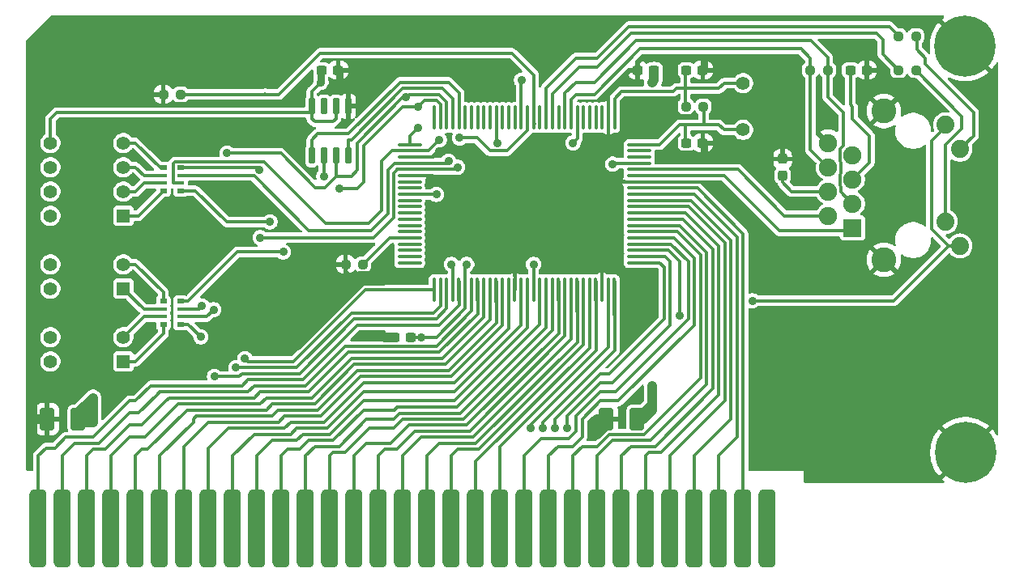
<source format=gtl>
%TF.GenerationSoftware,KiCad,Pcbnew,9.0.2*%
%TF.CreationDate,2025-07-06T12:10:31+02:00*%
%TF.ProjectId,ISA8_Ethernet,49534138-5f45-4746-9865-726e65742e6b,1.1*%
%TF.SameCoordinates,Original*%
%TF.FileFunction,Copper,L1,Top*%
%TF.FilePolarity,Positive*%
%FSLAX46Y46*%
G04 Gerber Fmt 4.6, Leading zero omitted, Abs format (unit mm)*
G04 Created by KiCad (PCBNEW 9.0.2) date 2025-07-06 12:10:31*
%MOMM*%
%LPD*%
G01*
G04 APERTURE LIST*
G04 Aperture macros list*
%AMRoundRect*
0 Rectangle with rounded corners*
0 $1 Rounding radius*
0 $2 $3 $4 $5 $6 $7 $8 $9 X,Y pos of 4 corners*
0 Add a 4 corners polygon primitive as box body*
4,1,4,$2,$3,$4,$5,$6,$7,$8,$9,$2,$3,0*
0 Add four circle primitives for the rounded corners*
1,1,$1+$1,$2,$3*
1,1,$1+$1,$4,$5*
1,1,$1+$1,$6,$7*
1,1,$1+$1,$8,$9*
0 Add four rect primitives between the rounded corners*
20,1,$1+$1,$2,$3,$4,$5,0*
20,1,$1+$1,$4,$5,$6,$7,0*
20,1,$1+$1,$6,$7,$8,$9,0*
20,1,$1+$1,$8,$9,$2,$3,0*%
G04 Aperture macros list end*
%TA.AperFunction,ComponentPad*%
%ADD10C,0.800000*%
%TD*%
%TA.AperFunction,ComponentPad*%
%ADD11C,6.400000*%
%TD*%
%TA.AperFunction,ComponentPad*%
%ADD12C,1.397000*%
%TD*%
%TA.AperFunction,SMDPad,CuDef*%
%ADD13RoundRect,0.150000X0.150000X-0.725000X0.150000X0.725000X-0.150000X0.725000X-0.150000X-0.725000X0*%
%TD*%
%TA.AperFunction,SMDPad,CuDef*%
%ADD14RoundRect,0.237500X0.300000X0.237500X-0.300000X0.237500X-0.300000X-0.237500X0.300000X-0.237500X0*%
%TD*%
%TA.AperFunction,SMDPad,CuDef*%
%ADD15RoundRect,0.237500X-0.300000X-0.237500X0.300000X-0.237500X0.300000X0.237500X-0.300000X0.237500X0*%
%TD*%
%TA.AperFunction,SMDPad,CuDef*%
%ADD16RoundRect,0.237500X-0.250000X-0.237500X0.250000X-0.237500X0.250000X0.237500X-0.250000X0.237500X0*%
%TD*%
%TA.AperFunction,SMDPad,CuDef*%
%ADD17RoundRect,0.237500X0.250000X0.237500X-0.250000X0.237500X-0.250000X-0.237500X0.250000X-0.237500X0*%
%TD*%
%TA.AperFunction,SMDPad,CuDef*%
%ADD18R,0.800000X0.500000*%
%TD*%
%TA.AperFunction,SMDPad,CuDef*%
%ADD19R,0.800000X0.400000*%
%TD*%
%TA.AperFunction,ComponentPad*%
%ADD20R,1.397000X1.397000*%
%TD*%
%TA.AperFunction,SMDPad,CuDef*%
%ADD21RoundRect,0.100000X0.100000X-1.150000X0.100000X1.150000X-0.100000X1.150000X-0.100000X-1.150000X0*%
%TD*%
%TA.AperFunction,SMDPad,CuDef*%
%ADD22RoundRect,0.100000X1.150000X0.100000X-1.150000X0.100000X-1.150000X-0.100000X1.150000X-0.100000X0*%
%TD*%
%TA.AperFunction,SMDPad,CuDef*%
%ADD23RoundRect,0.237500X0.237500X-0.300000X0.237500X0.300000X-0.237500X0.300000X-0.237500X-0.300000X0*%
%TD*%
%TA.AperFunction,ConnectorPad*%
%ADD24RoundRect,0.444500X-0.444500X-3.619500X0.444500X-3.619500X0.444500X3.619500X-0.444500X3.619500X0*%
%TD*%
%TA.AperFunction,ComponentPad*%
%ADD25C,2.600000*%
%TD*%
%TA.AperFunction,ComponentPad*%
%ADD26C,1.890000*%
%TD*%
%TA.AperFunction,ComponentPad*%
%ADD27R,1.900000X1.900000*%
%TD*%
%TA.AperFunction,ComponentPad*%
%ADD28C,1.900000*%
%TD*%
%TA.AperFunction,SMDPad,CuDef*%
%ADD29RoundRect,0.250000X0.500000X0.925000X-0.500000X0.925000X-0.500000X-0.925000X0.500000X-0.925000X0*%
%TD*%
%TA.AperFunction,ViaPad*%
%ADD30C,0.889000*%
%TD*%
%TA.AperFunction,Conductor*%
%ADD31C,0.368400*%
%TD*%
%TA.AperFunction,Conductor*%
%ADD32C,1.016000*%
%TD*%
%TA.AperFunction,Conductor*%
%ADD33C,1.524000*%
%TD*%
%TA.AperFunction,Conductor*%
%ADD34C,0.762000*%
%TD*%
%TA.AperFunction,Conductor*%
%ADD35C,0.368300*%
%TD*%
G04 APERTURE END LIST*
D10*
%TO.P,HOLE1,1,1*%
%TO.N,GND*%
X198600000Y-80000000D03*
X199302944Y-78302944D03*
X199302944Y-81697056D03*
X201000000Y-77600000D03*
D11*
X201000000Y-80000000D03*
D10*
X201000000Y-82400000D03*
X202697056Y-78302944D03*
X202697056Y-81697056D03*
X203400000Y-80000000D03*
%TD*%
%TO.P,HOLE2,1,1*%
%TO.N,GND*%
X198641000Y-122555000D03*
X199343944Y-120857944D03*
X199343944Y-124252056D03*
X201041000Y-120155000D03*
D11*
X201041000Y-122555000D03*
D10*
X201041000Y-124955000D03*
X202738056Y-120857944D03*
X202738056Y-124252056D03*
X203441000Y-122555000D03*
%TD*%
D12*
%TO.P,Y1,1,1*%
%TO.N,Net-(U1-X1)*%
X177800000Y-88800940D03*
%TO.P,Y1,2,2*%
%TO.N,Net-(U1-X2)*%
X177800000Y-83919060D03*
%TD*%
D13*
%TO.P,U3,1,CS*%
%TO.N,/EECS*%
X132715000Y-91475000D03*
%TO.P,U3,2,SCLK*%
%TO.N,/BD5*%
X133985000Y-91475000D03*
%TO.P,U3,3,DI*%
%TO.N,/BD6*%
X135255000Y-91475000D03*
%TO.P,U3,4,DO*%
%TO.N,/BD7*%
X136525000Y-91475000D03*
%TO.P,U3,5,GND*%
%TO.N,GND*%
X136525000Y-86325000D03*
%TO.P,U3,6,ORG*%
%TO.N,VCC*%
X135255000Y-86325000D03*
%TO.P,U3,7,NC*%
%TO.N,unconnected-(U3-NC-Pad7)*%
X133985000Y-86325000D03*
%TO.P,U3,8,VCC*%
%TO.N,VCC*%
X132715000Y-86325000D03*
%TD*%
D14*
%TO.P,C5,1*%
%TO.N,VCC*%
X168502500Y-82550000D03*
%TO.P,C5,2*%
%TO.N,GND*%
X166777500Y-82550000D03*
%TD*%
D15*
%TO.P,C8,1*%
%TO.N,VCC*%
X133757500Y-82550000D03*
%TO.P,C8,2*%
%TO.N,GND*%
X135482500Y-82550000D03*
%TD*%
D16*
%TO.P,R6,1*%
%TO.N,GND*%
X136247500Y-102870000D03*
%TO.P,R6,2*%
%TO.N,/~{IOCS16}*%
X138072500Y-102870000D03*
%TD*%
D17*
%TO.P,R7,1*%
%TO.N,Net-(U1-X1)*%
X173632500Y-86360000D03*
%TO.P,R7,2*%
%TO.N,Net-(U1-X2)*%
X171807500Y-86360000D03*
%TD*%
D18*
%TO.P,RN2,1,R1.1*%
%TO.N,/BD3*%
X119010000Y-95180000D03*
D19*
%TO.P,RN2,2,R2.1*%
%TO.N,/BD2*%
X119010000Y-94380000D03*
%TO.P,RN2,3,R3.1*%
%TO.N,/BD1*%
X119010000Y-93580000D03*
D18*
%TO.P,RN2,4,R4.1*%
%TO.N,/BD0*%
X119010000Y-92780000D03*
%TO.P,RN2,5,R4.2*%
%TO.N,Net-(RN2-R4.2)*%
X117210000Y-92780000D03*
D19*
%TO.P,RN2,6,R3.2*%
%TO.N,Net-(RN2-R3.2)*%
X117210000Y-93580000D03*
%TO.P,RN2,7,R2.2*%
%TO.N,Net-(RN2-R2.2)*%
X117210000Y-94380000D03*
D18*
%TO.P,RN2,8,R1.2*%
%TO.N,Net-(RN2-R1.2)*%
X117210000Y-95180000D03*
%TD*%
D20*
%TO.P,SW2,1*%
%TO.N,Net-(RN1-R3.2)*%
X113030000Y-105410000D03*
D12*
%TO.P,SW2,2*%
%TO.N,Net-(RN1-R4.2)*%
X113030000Y-102870000D03*
%TO.P,SW2,3*%
%TO.N,VCC*%
X105410000Y-102870000D03*
%TO.P,SW2,4*%
X105410000Y-105410000D03*
%TD*%
D20*
%TO.P,SW3,1*%
%TO.N,Net-(RN2-R1.2)*%
X113030000Y-97790000D03*
D12*
%TO.P,SW3,2*%
%TO.N,Net-(RN2-R2.2)*%
X113030000Y-95250000D03*
%TO.P,SW3,3*%
%TO.N,Net-(RN2-R3.2)*%
X113030000Y-92710000D03*
%TO.P,SW3,4*%
%TO.N,Net-(RN2-R4.2)*%
X113030000Y-90170000D03*
%TO.P,SW3,5*%
%TO.N,VCC*%
X105410000Y-90170000D03*
%TO.P,SW3,6*%
X105410000Y-92710000D03*
%TO.P,SW3,7*%
X105410000Y-95250000D03*
%TO.P,SW3,8*%
X105410000Y-97790000D03*
%TD*%
D20*
%TO.P,SW1,1*%
%TO.N,Net-(RN1-R1.2)*%
X113030000Y-113030000D03*
D12*
%TO.P,SW1,2*%
%TO.N,Net-(RN1-R2.2)*%
X113030000Y-110490000D03*
%TO.P,SW1,3*%
%TO.N,VCC*%
X105410000Y-110490000D03*
%TO.P,SW1,4*%
X105410000Y-113030000D03*
%TD*%
D21*
%TO.P,U1,1,INT3/IRQ5*%
%TO.N,/IRQ5*%
X145515000Y-105520000D03*
%TO.P,U1,2,INT2/IRQ4*%
%TO.N,/IRQ4*%
X146165000Y-105520000D03*
%TO.P,U1,3,INT1/IRQ3*%
%TO.N,/IRQ3*%
X146815000Y-105520000D03*
%TO.P,U1,4,INT0/IRQ2/9*%
%TO.N,/IRQ9*%
X147465000Y-105520000D03*
%TO.P,U1,5,SA0*%
%TO.N,/A0*%
X148090000Y-105520000D03*
%TO.P,U1,6,VCC*%
%TO.N,VCC*%
X148740000Y-105520000D03*
%TO.P,U1,7,SA1*%
%TO.N,/A1*%
X149390000Y-105520000D03*
%TO.P,U1,8,SA2*%
%TO.N,/A2*%
X150040000Y-105520000D03*
%TO.P,U1,9,SA3*%
%TO.N,/A3*%
X150690000Y-105520000D03*
%TO.P,U1,10,SA4*%
%TO.N,/A4*%
X151340000Y-105520000D03*
%TO.P,U1,11,SA5*%
%TO.N,/A5*%
X151990000Y-105520000D03*
%TO.P,U1,12,SA6*%
%TO.N,/A6*%
X152640000Y-105520000D03*
%TO.P,U1,13,SA7*%
%TO.N,/A7*%
X153290000Y-105520000D03*
%TO.P,U1,14,GND*%
%TO.N,GND*%
X153940000Y-105520000D03*
%TO.P,U1,15,SA8*%
%TO.N,/A8*%
X154590000Y-105520000D03*
%TO.P,U1,16,SA9*%
%TO.N,/A9*%
X155240000Y-105520000D03*
%TO.P,U1,17,VCC*%
%TO.N,VCC*%
X155890000Y-105520000D03*
%TO.P,U1,18,SA10*%
%TO.N,/A10*%
X156540000Y-105520000D03*
%TO.P,U1,19,SA11*%
%TO.N,/A11*%
X157190000Y-105520000D03*
%TO.P,U1,20,SA12*%
%TO.N,/A12*%
X157840000Y-105520000D03*
%TO.P,U1,21,SA13*%
%TO.N,/A13*%
X158490000Y-105520000D03*
%TO.P,U1,22,SA14*%
%TO.N,/A14*%
X159140000Y-105520000D03*
%TO.P,U1,23,SA15*%
%TO.N,/A15*%
X159790000Y-105520000D03*
%TO.P,U1,24,SA16*%
%TO.N,/A16*%
X160440000Y-105520000D03*
%TO.P,U1,25,SA17*%
%TO.N,/A17*%
X161090000Y-105520000D03*
%TO.P,U1,26,SA18*%
%TO.N,/A18*%
X161740000Y-105520000D03*
%TO.P,U1,27,SA19*%
%TO.N,/A19*%
X162390000Y-105520000D03*
%TO.P,U1,28,GND*%
%TO.N,GND*%
X163040000Y-105520000D03*
%TO.P,U1,29,~{IORB}*%
%TO.N,/~{IOR}*%
X163690000Y-105520000D03*
%TO.P,U1,30,~{IOWB}*%
%TO.N,/~{IOW}*%
X164340000Y-105520000D03*
D22*
%TO.P,U1,31,~{SMEMRB}*%
%TO.N,/~{SMEMR}*%
X166940000Y-102695000D03*
%TO.P,U1,32,~{SMEMWB}*%
%TO.N,/~{SMEMW}*%
X166940000Y-102045000D03*
%TO.P,U1,33,RSTDRV*%
%TO.N,/RSTDRV*%
X166940000Y-101395000D03*
%TO.P,U1,34,AEN*%
%TO.N,/AEN*%
X166940000Y-100745000D03*
%TO.P,U1,35,IOCHRDY*%
%TO.N,/IOCHRDY*%
X166940000Y-100095000D03*
%TO.P,U1,36,SD0*%
%TO.N,/D0*%
X166940000Y-99445000D03*
%TO.P,U1,37,SD1*%
%TO.N,/D1*%
X166940000Y-98795000D03*
%TO.P,U1,38,SD2*%
%TO.N,/D2*%
X166940000Y-98145000D03*
%TO.P,U1,39,SD3*%
%TO.N,/D3*%
X166940000Y-97495000D03*
%TO.P,U1,40,SD4*%
%TO.N,/D4*%
X166940000Y-96845000D03*
%TO.P,U1,41,SD5*%
%TO.N,/D5*%
X166940000Y-96195000D03*
%TO.P,U1,42,SD6*%
%TO.N,/D6*%
X166940000Y-95545000D03*
%TO.P,U1,43,SD7*%
%TO.N,/D7*%
X166940000Y-94895000D03*
%TO.P,U1,44,GND*%
%TO.N,GND*%
X166940000Y-94245000D03*
%TO.P,U1,45,TPOUT+*%
%TO.N,/TP_TX+*%
X166940000Y-93595000D03*
%TO.P,U1,46,TPOUT-*%
%TO.N,/TP_TX-*%
X166940000Y-92945000D03*
%TO.P,U1,47,VCC*%
%TO.N,VCC*%
X166940000Y-92295000D03*
%TO.P,U1,48,TX-*%
%TO.N,unconnected-(U1-TX--Pad48)*%
X166940000Y-91645000D03*
%TO.P,U1,49,TX+*%
%TO.N,unconnected-(U1-TX+-Pad49)*%
X166940000Y-90995000D03*
%TO.P,U1,50,X1*%
%TO.N,Net-(U1-X1)*%
X166940000Y-90345000D03*
D21*
%TO.P,U1,51,X2*%
%TO.N,Net-(U1-X2)*%
X164365000Y-87520000D03*
%TO.P,U1,52,GND*%
%TO.N,GND*%
X163715000Y-87520000D03*
%TO.P,U1,53,CD-*%
%TO.N,unconnected-(U1-CD--Pad53)*%
X163065000Y-87520000D03*
%TO.P,U1,54,CD+*%
%TO.N,unconnected-(U1-CD+-Pad54)*%
X162415000Y-87520000D03*
%TO.P,U1,55,RX-*%
%TO.N,unconnected-(U1-RX--Pad55)*%
X161765000Y-87520000D03*
%TO.P,U1,56,RX+*%
%TO.N,unconnected-(U1-RX+-Pad56)*%
X161115000Y-87520000D03*
%TO.P,U1,57,VCC*%
%TO.N,VCC*%
X160465000Y-87520000D03*
%TO.P,U1,58,TPIN-*%
%TO.N,/TP_RX-*%
X159815000Y-87520000D03*
%TO.P,U1,59,TPIN+*%
%TO.N,/TP_RX+*%
X159165000Y-87520000D03*
%TO.P,U1,60,LEDBNC*%
%TO.N,unconnected-(U1-LEDBNC-Pad60)*%
X158515000Y-87520000D03*
%TO.P,U1,61,LED0/LED_COL/LED_LINK*%
%TO.N,/LED_LINK*%
X157865000Y-87520000D03*
%TO.P,U1,62,LED1/LED_RX/LED_CRS*%
%TO.N,/LED_CRS*%
X157215000Y-87520000D03*
%TO.P,U1,63,LED2/LED_TX*%
%TO.N,unconnected-(U1-LED2{slash}LED_TX-Pad63)*%
X156565000Y-87520000D03*
%TO.P,U1,64,AUI*%
%TO.N,/AUI*%
X155915000Y-87520000D03*
%TO.P,U1,65,JP*%
%TO.N,/JP*%
X155265000Y-87520000D03*
%TO.P,U1,66,BA21/PNP*%
%TO.N,/BA21*%
X154615000Y-87520000D03*
%TO.P,U1,67,BA20/BS0*%
%TO.N,/BA20*%
X153965000Y-87520000D03*
%TO.P,U1,68,BA19/BS1*%
%TO.N,/BA19*%
X153315000Y-87520000D03*
%TO.P,U1,69,BA18/BS2*%
%TO.N,/BA18*%
X152665000Y-87520000D03*
%TO.P,U1,70,VCC*%
%TO.N,VCC*%
X152015000Y-87520000D03*
%TO.P,U1,71,BA17/BS3*%
%TO.N,/BA17*%
X151365000Y-87520000D03*
%TO.P,U1,72,BA16/BS4*%
%TO.N,/BA16*%
X150715000Y-87520000D03*
%TO.P,U1,73,BA15*%
%TO.N,/BA15*%
X150065000Y-87520000D03*
%TO.P,U1,74,BA14/PL0*%
%TO.N,/BA14*%
X149415000Y-87520000D03*
%TO.P,U1,75,~{BCSB}*%
%TO.N,/~{BCS}*%
X148765000Y-87520000D03*
%TO.P,U1,76,EECS*%
%TO.N,/EECS*%
X148115000Y-87520000D03*
%TO.P,U1,77,BD7/PL1/EEDO*%
%TO.N,/BD7*%
X147465000Y-87520000D03*
%TO.P,U1,78,BD6/IRQS0/EEDI*%
%TO.N,/BD6*%
X146815000Y-87520000D03*
%TO.P,U1,79,BD5/IRQS1/EESK*%
%TO.N,/BD5*%
X146165000Y-87520000D03*
%TO.P,U1,80,BD4/IRQS2*%
%TO.N,/BD4*%
X145515000Y-87520000D03*
D22*
%TO.P,U1,81,BD3/IOS0*%
%TO.N,/BD3*%
X142940000Y-90345000D03*
%TO.P,U1,82,BD2/IOS1*%
%TO.N,/BD2*%
X142940000Y-90995000D03*
%TO.P,U1,83,GND*%
%TO.N,GND*%
X142940000Y-91645000D03*
%TO.P,U1,84,BD1/IOS2*%
%TO.N,/BD1*%
X142940000Y-92295000D03*
%TO.P,U1,85,BD0/IOS3*%
%TO.N,/BD0*%
X142940000Y-92945000D03*
%TO.P,U1,86,GND*%
%TO.N,GND*%
X142940000Y-93595000D03*
%TO.P,U1,87,SD15*%
%TO.N,unconnected-(U1-SD15-Pad87)*%
X142940000Y-94245000D03*
%TO.P,U1,88,SD14*%
%TO.N,unconnected-(U1-SD14-Pad88)*%
X142940000Y-94895000D03*
%TO.P,U1,89,VCC*%
%TO.N,VCC*%
X142940000Y-95545000D03*
%TO.P,U1,90,SD13*%
%TO.N,unconnected-(U1-SD13-Pad90)*%
X142940000Y-96195000D03*
%TO.P,U1,91,SD12*%
%TO.N,unconnected-(U1-SD12-Pad91)*%
X142940000Y-96845000D03*
%TO.P,U1,92,SD11*%
%TO.N,unconnected-(U1-SD11-Pad92)*%
X142940000Y-97495000D03*
%TO.P,U1,93,SD10*%
%TO.N,unconnected-(U1-SD10-Pad93)*%
X142940000Y-98145000D03*
%TO.P,U1,94,SD9*%
%TO.N,unconnected-(U1-SD9-Pad94)*%
X142940000Y-98795000D03*
%TO.P,U1,95,SD8*%
%TO.N,unconnected-(U1-SD8-Pad95)*%
X142940000Y-99445000D03*
%TO.P,U1,96,~{IOCS16B/SLOT16}*%
%TO.N,/~{IOCS16}*%
X142940000Y-100095000D03*
%TO.P,U1,97,INT7/IRQ15*%
%TO.N,unconnected-(U1-INT7{slash}IRQ15-Pad97)*%
X142940000Y-100745000D03*
%TO.P,U1,98,INT6/IRQ12*%
%TO.N,unconnected-(U1-INT6{slash}IRQ12-Pad98)*%
X142940000Y-101395000D03*
%TO.P,U1,99,INT5/IRQ11*%
%TO.N,unconnected-(U1-INT5{slash}IRQ11-Pad99)*%
X142940000Y-102045000D03*
%TO.P,U1,100,INT4/IRQ10*%
%TO.N,unconnected-(U1-INT4{slash}IRQ10-Pad100)*%
X142940000Y-102695000D03*
%TD*%
D17*
%TO.P,R1,1*%
%TO.N,/TP_RX+*%
X186650000Y-82550000D03*
%TO.P,R1,2*%
%TO.N,/TP_RX-*%
X184825000Y-82550000D03*
%TD*%
D23*
%TO.P,C3,1*%
%TO.N,Net-(J1-TCT)*%
X181927500Y-93572500D03*
%TO.P,C3,2*%
%TO.N,GND*%
X181927500Y-91847500D03*
%TD*%
D17*
%TO.P,R3,1*%
%TO.N,Net-(J1-LEDY_K)*%
X195857500Y-78994000D03*
%TO.P,R3,2*%
%TO.N,/LED_CRS*%
X194032500Y-78994000D03*
%TD*%
D14*
%TO.P,C1,1*%
%TO.N,GND*%
X173582500Y-90170000D03*
%TO.P,C1,2*%
%TO.N,Net-(U1-X1)*%
X171857500Y-90170000D03*
%TD*%
%TO.P,C2,1*%
%TO.N,GND*%
X173582500Y-82550000D03*
%TO.P,C2,2*%
%TO.N,Net-(U1-X2)*%
X171857500Y-82550000D03*
%TD*%
D24*
%TO.P,BUS1,32,IO_CH_CK*%
%TO.N,unconnected-(BUS1-IO_CH_CK-Pad32)*%
X180340000Y-130492500D03*
%TO.P,BUS1,33,SD7*%
%TO.N,/D7*%
X177800000Y-130492500D03*
%TO.P,BUS1,34,SD6*%
%TO.N,/D6*%
X175260000Y-130492500D03*
%TO.P,BUS1,35,SD5*%
%TO.N,/D5*%
X172720000Y-130492500D03*
%TO.P,BUS1,36,SD4*%
%TO.N,/D4*%
X170180000Y-130492500D03*
%TO.P,BUS1,37,SD3*%
%TO.N,/D3*%
X167640000Y-130492500D03*
%TO.P,BUS1,38,SD2*%
%TO.N,/D2*%
X165100000Y-130492500D03*
%TO.P,BUS1,39,SD1*%
%TO.N,/D1*%
X162560000Y-130492500D03*
%TO.P,BUS1,40,SD0*%
%TO.N,/D0*%
X160020000Y-130492500D03*
%TO.P,BUS1,41,IO_READY*%
%TO.N,/IOCHRDY*%
X157480000Y-130492500D03*
%TO.P,BUS1,42,AEN*%
%TO.N,/AEN*%
X154940000Y-130492500D03*
%TO.P,BUS1,43,SA19*%
%TO.N,/A19*%
X152400000Y-130492500D03*
%TO.P,BUS1,44,SA18*%
%TO.N,/A18*%
X149860000Y-130492500D03*
%TO.P,BUS1,45,SA17*%
%TO.N,/A17*%
X147320000Y-130492500D03*
%TO.P,BUS1,46,SA16*%
%TO.N,/A16*%
X144780000Y-130492500D03*
%TO.P,BUS1,47,SA15*%
%TO.N,/A15*%
X142240000Y-130492500D03*
%TO.P,BUS1,48,SA14*%
%TO.N,/A14*%
X139700000Y-130492500D03*
%TO.P,BUS1,49,SA13*%
%TO.N,/A13*%
X137160000Y-130492500D03*
%TO.P,BUS1,50,SA12*%
%TO.N,/A12*%
X134620000Y-130492500D03*
%TO.P,BUS1,51,SA11*%
%TO.N,/A11*%
X132080000Y-130492500D03*
%TO.P,BUS1,52,SA10*%
%TO.N,/A10*%
X129540000Y-130492500D03*
%TO.P,BUS1,53,SA9*%
%TO.N,/A9*%
X127000000Y-130492500D03*
%TO.P,BUS1,54,SA8*%
%TO.N,/A8*%
X124460000Y-130492500D03*
%TO.P,BUS1,55,SA7*%
%TO.N,/A7*%
X121920000Y-130492500D03*
%TO.P,BUS1,56,SA6*%
%TO.N,/A6*%
X119380000Y-130492500D03*
%TO.P,BUS1,57,SA5*%
%TO.N,/A5*%
X116840000Y-130492500D03*
%TO.P,BUS1,58,SA4*%
%TO.N,/A4*%
X114300000Y-130492500D03*
%TO.P,BUS1,59,SA3*%
%TO.N,/A3*%
X111760000Y-130492500D03*
%TO.P,BUS1,60,SA2*%
%TO.N,/A2*%
X109220000Y-130492500D03*
%TO.P,BUS1,61,SA1*%
%TO.N,/A1*%
X106680000Y-130492500D03*
%TO.P,BUS1,62,SA0*%
%TO.N,/A0*%
X104140000Y-130492500D03*
%TD*%
D14*
%TO.P,C6,1*%
%TO.N,VCC*%
X143102500Y-110490000D03*
%TO.P,C6,2*%
%TO.N,GND*%
X141377500Y-110490000D03*
%TD*%
D17*
%TO.P,R2,1*%
%TO.N,Net-(J1-LEDG_K)*%
X195857500Y-82550000D03*
%TO.P,R2,2*%
%TO.N,/LED_LINK*%
X194032500Y-82550000D03*
%TD*%
D15*
%TO.P,C4,1*%
%TO.N,Net-(J1-RCT)*%
X189002500Y-82550000D03*
%TO.P,C4,2*%
%TO.N,GND*%
X190727500Y-82550000D03*
%TD*%
D25*
%TO.P,J1,13,SHIELD*%
%TO.N,GND*%
X192520000Y-102390000D03*
X192520000Y-86840000D03*
D26*
%TO.P,J1,L1,LEDY_A*%
%TO.N,VCC*%
X198950000Y-88290000D03*
%TO.P,J1,L2,LEDY_K*%
%TO.N,Net-(J1-LEDY_K)*%
X200470000Y-90830000D03*
%TO.P,J1,L3,LEDG_K*%
%TO.N,Net-(J1-LEDG_K)*%
X198950000Y-98400000D03*
%TO.P,J1,L4,LEDG_A*%
%TO.N,VCC*%
X200470000Y-100940000D03*
D27*
%TO.P,J1,R1,TD+*%
%TO.N,/TP_TX+*%
X189230000Y-99060000D03*
D28*
%TO.P,J1,R2,TD-*%
%TO.N,/TP_TX-*%
X186690000Y-97790000D03*
%TO.P,J1,R3,RD+*%
%TO.N,/TP_RX+*%
X189230000Y-96520000D03*
%TO.P,J1,R4,TCT*%
%TO.N,Net-(J1-TCT)*%
X186690000Y-95250000D03*
%TO.P,J1,R5,RCT*%
%TO.N,Net-(J1-RCT)*%
X189230000Y-93980000D03*
%TO.P,J1,R6,RD-*%
%TO.N,/TP_RX-*%
X186690000Y-92710000D03*
%TO.P,J1,R7,NC*%
%TO.N,unconnected-(J1-NC-PadR7)*%
X189230000Y-91440000D03*
%TO.P,J1,R8,GND*%
%TO.N,GND*%
X186690000Y-90170000D03*
%TD*%
D18*
%TO.P,RN1,1,R1.1*%
%TO.N,/JP*%
X119010000Y-109150000D03*
D19*
%TO.P,RN1,2,R2.1*%
%TO.N,/BA21*%
X119010000Y-108350000D03*
%TO.P,RN1,3,R3.1*%
%TO.N,/BD6*%
X119010000Y-107550000D03*
D18*
%TO.P,RN1,4,R4.1*%
%TO.N,/BD5*%
X119010000Y-106750000D03*
%TO.P,RN1,5,R4.2*%
%TO.N,Net-(RN1-R4.2)*%
X117210000Y-106750000D03*
D19*
%TO.P,RN1,6,R3.2*%
%TO.N,Net-(RN1-R3.2)*%
X117210000Y-107550000D03*
%TO.P,RN1,7,R2.2*%
%TO.N,Net-(RN1-R2.2)*%
X117210000Y-108350000D03*
D18*
%TO.P,RN1,8,R1.2*%
%TO.N,Net-(RN1-R1.2)*%
X117210000Y-109150000D03*
%TD*%
D29*
%TO.P,C9,1*%
%TO.N,VCC*%
X166725000Y-119062500D03*
%TO.P,C9,2*%
%TO.N,GND*%
X163475000Y-119062500D03*
%TD*%
%TO.P,C10,1*%
%TO.N,VCC*%
X108305000Y-119062500D03*
%TO.P,C10,2*%
%TO.N,GND*%
X105055000Y-119062500D03*
%TD*%
D16*
%TO.P,R4,1*%
%TO.N,GND*%
X117197500Y-85090000D03*
%TO.P,R4,2*%
%TO.N,/AUI*%
X119022500Y-85090000D03*
%TD*%
D30*
%TO.N,/~{IOR}*%
X155575000Y-120015000D03*
%TO.N,/~{IOW}*%
X156845000Y-120015000D03*
%TO.N,GND*%
X167005000Y-104140000D03*
X140335000Y-110490000D03*
X146001000Y-91073500D03*
X145732000Y-93980000D03*
X103505000Y-120332000D03*
X163512000Y-90170000D03*
X192405000Y-82550000D03*
X106680000Y-116840000D03*
X162878000Y-102870000D03*
X140335000Y-104140000D03*
X162242000Y-120650000D03*
X173672000Y-91440000D03*
X181928000Y-90487500D03*
X170180000Y-87630000D03*
X103505000Y-119062000D03*
X153988000Y-102870000D03*
X114046000Y-85090000D03*
X135572000Y-83820000D03*
X162242000Y-119380000D03*
X170180000Y-86360000D03*
X164148000Y-94297500D03*
X173672000Y-81280000D03*
X111760000Y-115570000D03*
X103505000Y-117793000D03*
X168275000Y-104140000D03*
X174308000Y-94615000D03*
X141605000Y-104140000D03*
%TO.N,VCC*%
X133668000Y-83820000D03*
X160020000Y-90170000D03*
X168275000Y-115570000D03*
X168275000Y-118110000D03*
X178752000Y-106680000D03*
X109855000Y-118110000D03*
X145732000Y-95567500D03*
X148908000Y-102870000D03*
X109855000Y-116840000D03*
X168275000Y-116840000D03*
X155892000Y-102870000D03*
X164148000Y-92392500D03*
X144145000Y-110490000D03*
X152082000Y-90170000D03*
X168275000Y-83820000D03*
X109855000Y-119380000D03*
%TO.N,/RSTDRV*%
X171133000Y-108268000D03*
%TO.N,/IRQ9*%
X147320000Y-102870000D03*
%TO.N,/~{SMEMW}*%
X159385000Y-120015000D03*
%TO.N,/~{SMEMR}*%
X158115000Y-120015000D03*
%TO.N,/IRQ5*%
X125730000Y-112712000D03*
%TO.N,/IRQ4*%
X124778000Y-113665000D03*
%TO.N,/IRQ3*%
X122555000Y-114618000D03*
%TO.N,/JP*%
X148169000Y-89647700D03*
X121131000Y-110455400D03*
%TO.N,/BD6*%
X121245500Y-107233200D03*
X142558000Y-85407500D03*
X123880500Y-91241700D03*
%TO.N,/BD5*%
X133985000Y-93662500D03*
X129758800Y-101573700D03*
X143828000Y-86360000D03*
X135572000Y-94932500D03*
%TO.N,/BD3*%
X128355900Y-98425000D03*
X143828000Y-88582500D03*
%TO.N,/BD2*%
X146050000Y-89852500D03*
%TO.N,/BD1*%
X147002000Y-92075000D03*
%TO.N,/BD0*%
X147955000Y-92710000D03*
X127243160Y-92972799D03*
X127318500Y-100076000D03*
%TO.N,/BA21*%
X122449400Y-107611700D03*
X154648150Y-83603850D03*
%TD*%
D31*
%TO.N,/A0*%
X104140000Y-122872000D02*
X104140000Y-130492500D01*
X148115000Y-104645000D02*
X148115000Y-105520000D01*
X146050000Y-109220000D02*
X137478000Y-109220000D01*
X104934000Y-122079000D02*
X104140000Y-122872000D01*
X113665000Y-117158000D02*
X109855000Y-120968000D01*
X137478000Y-109220000D02*
X131762000Y-114935000D01*
X105886000Y-122079000D02*
X104934000Y-122079000D01*
X126048000Y-114935000D02*
X125412000Y-115570000D01*
X114300000Y-117158000D02*
X113665000Y-117158000D01*
X148115000Y-105520000D02*
X148115000Y-107155000D01*
X109855000Y-120968000D02*
X106998000Y-120968000D01*
X115888000Y-115570000D02*
X114300000Y-117158000D01*
X131762000Y-114935000D02*
X126048000Y-114935000D01*
X104140000Y-130492500D02*
X104140000Y-130493000D01*
X125412000Y-115570000D02*
X115888000Y-115570000D01*
X148115000Y-107155000D02*
X146050000Y-109220000D01*
X106998000Y-120968000D02*
X105886000Y-122079000D01*
X148090000Y-105520000D02*
X148115000Y-105520000D01*
%TO.N,/A1*%
X149390000Y-106177500D02*
X149390000Y-105520000D01*
X149415000Y-106202500D02*
X149415000Y-104645000D01*
X107950000Y-121602000D02*
X110490000Y-121602000D01*
X114618000Y-118428000D02*
X116522000Y-116522000D01*
X126682000Y-115570000D02*
X132080000Y-115570000D01*
X145732000Y-111442000D02*
X149415000Y-107760000D01*
X110490000Y-121602000D02*
X113665000Y-118428000D01*
X132080000Y-115570000D02*
X136208000Y-111442000D01*
X106680000Y-130492500D02*
X106680000Y-122872000D01*
X116840000Y-116205000D02*
X126048000Y-116205000D01*
X149415000Y-106202500D02*
X149390000Y-106177500D01*
X113665000Y-118428000D02*
X114618000Y-118428000D01*
X149415000Y-107760000D02*
X149415000Y-106202500D01*
X106680000Y-122872000D02*
X107950000Y-121602000D01*
X126048000Y-116205000D02*
X126682000Y-115570000D01*
X116522000Y-116522000D02*
X116840000Y-116205000D01*
X106680000Y-130493000D02*
X106680000Y-130492500D01*
X136208000Y-111442000D02*
X145732000Y-111442000D01*
%TO.N,/A10*%
X156565000Y-109182000D02*
X156565000Y-106913500D01*
X147923000Y-117824000D02*
X156565000Y-109182000D01*
X132398000Y-121285000D02*
X134938000Y-121285000D01*
X141637000Y-117824000D02*
X147923000Y-117824000D01*
X138112000Y-118110000D02*
X141351000Y-118110000D01*
X156565000Y-106913500D02*
X156540000Y-106888500D01*
X130200000Y-122212000D02*
X131470000Y-122212000D01*
X129540000Y-122872000D02*
X130200000Y-122212000D01*
X141351000Y-118110000D02*
X141637000Y-117824000D01*
X156565000Y-106913500D02*
X156565000Y-104645000D01*
X156540000Y-106888500D02*
X156540000Y-105520000D01*
X134938000Y-121285000D02*
X138112000Y-118110000D01*
X129540000Y-130493000D02*
X129540000Y-130492500D01*
X129540000Y-130492500D02*
X129540000Y-122872000D01*
X131470000Y-122212000D02*
X132398000Y-121285000D01*
%TO.N,/A11*%
X135572000Y-121920000D02*
X138430000Y-119062000D01*
X132080000Y-122872000D02*
X133032000Y-121920000D01*
X138430000Y-119062000D02*
X141288000Y-119062000D01*
X157215000Y-109485000D02*
X157215000Y-105520000D01*
X141288000Y-119062000D02*
X141891000Y-118459000D01*
X132080000Y-130492500D02*
X132080000Y-130492000D01*
X141891000Y-118459000D02*
X148241000Y-118459000D01*
X157215000Y-105520000D02*
X157215000Y-104645000D01*
X132080000Y-130492000D02*
X132080000Y-122872000D01*
X133032000Y-121920000D02*
X135572000Y-121920000D01*
X148241000Y-118459000D02*
X157215000Y-109485000D01*
X157190000Y-105520000D02*
X157215000Y-105520000D01*
%TO.N,/A12*%
X157865000Y-109788000D02*
X148590000Y-119062000D01*
X134938000Y-122555000D02*
X136208000Y-122555000D01*
X157865000Y-107216500D02*
X157865000Y-109788000D01*
X138748000Y-120015000D02*
X139382000Y-120015000D01*
X141288000Y-120015000D02*
X139382000Y-120015000D01*
X148590000Y-119062000D02*
X142240000Y-119062000D01*
X157865000Y-107216500D02*
X157865000Y-105545000D01*
X134620000Y-130492500D02*
X134620000Y-130492000D01*
X157865000Y-104645000D02*
X157865000Y-107216500D01*
X136208000Y-122555000D02*
X138748000Y-120015000D01*
X142240000Y-119062000D02*
X141288000Y-120015000D01*
X134620000Y-130492000D02*
X134620000Y-122872000D01*
X134620000Y-122872000D02*
X134938000Y-122555000D01*
X157865000Y-105545000D02*
X157840000Y-105520000D01*
%TO.N,/A13*%
X142875000Y-119698000D02*
X142558000Y-120015000D01*
X138430000Y-121602000D02*
X140970000Y-121602000D01*
X137160000Y-130492500D02*
X137160000Y-122872000D01*
X148908000Y-119698000D02*
X142875000Y-119698000D01*
X137160000Y-122872000D02*
X138430000Y-121602000D01*
X158490000Y-105520000D02*
X158515000Y-105545000D01*
X158515000Y-110090000D02*
X148908000Y-119698000D01*
X140970000Y-121602000D02*
X142558000Y-120015000D01*
X137160000Y-130493000D02*
X137160000Y-130492500D01*
X158515000Y-105545000D02*
X158515000Y-109539900D01*
X158515000Y-109539900D02*
X158515000Y-110090000D01*
X158515000Y-104645000D02*
X158515000Y-109539900D01*
%TO.N,/A14*%
X139700000Y-130493000D02*
X139700000Y-130492500D01*
X139700000Y-130492500D02*
X139700000Y-122872000D01*
X139700000Y-122872000D02*
X140335000Y-122238000D01*
X159165000Y-107518500D02*
X159165000Y-104645000D01*
X159165000Y-110392000D02*
X159165000Y-107518500D01*
X149225000Y-120332000D02*
X159165000Y-110392000D01*
X159140000Y-107493500D02*
X159140000Y-105520000D01*
X140335000Y-122238000D02*
X141605000Y-122238000D01*
X159165000Y-107518500D02*
X159140000Y-107493500D01*
X143510000Y-120332000D02*
X149225000Y-120332000D01*
X141605000Y-122238000D02*
X143510000Y-120332000D01*
%TO.N,/A15*%
X159815000Y-107670000D02*
X159790000Y-107645000D01*
X159790000Y-107645000D02*
X159790000Y-105520000D01*
X142240000Y-130492500D02*
X142240000Y-122872000D01*
X142240000Y-130493000D02*
X142240000Y-130492500D01*
X142240000Y-122872000D02*
X144145000Y-120968000D01*
X144145000Y-120968000D02*
X149542000Y-120968000D01*
X159815000Y-107670000D02*
X159815000Y-104645000D01*
X149542000Y-120968000D02*
X159815000Y-110695000D01*
X159815000Y-110695000D02*
X159815000Y-107670000D01*
%TO.N,/A16*%
X149860000Y-121602000D02*
X146050000Y-121602000D01*
X160440000Y-107796500D02*
X160440000Y-105520000D01*
X144780000Y-122872000D02*
X144780000Y-130492500D01*
X160465000Y-107821500D02*
X160440000Y-107796500D01*
X146050000Y-121602000D02*
X144780000Y-122872000D01*
X160465000Y-104645000D02*
X160465000Y-107821500D01*
X160465000Y-110998000D02*
X149860000Y-121602000D01*
X144780000Y-130492500D02*
X144780000Y-130493000D01*
X160465000Y-107821500D02*
X160465000Y-110998000D01*
%TO.N,/A17*%
X161090000Y-107947500D02*
X161090000Y-105520000D01*
X161115000Y-107972500D02*
X161115000Y-104645000D01*
X161115000Y-111300000D02*
X161115000Y-107972500D01*
X147320000Y-130492500D02*
X147320000Y-122872000D01*
X150178000Y-122238000D02*
X161115000Y-111300000D01*
X161115000Y-107972500D02*
X161090000Y-107947500D01*
X147320000Y-122872000D02*
X147955000Y-122238000D01*
X147955000Y-122238000D02*
X150178000Y-122238000D01*
X147320000Y-130493000D02*
X147320000Y-130492500D01*
%TO.N,/A18*%
X161765000Y-105520000D02*
X161765000Y-104645000D01*
X149860000Y-130492500D02*
X149860000Y-123507000D01*
X161765000Y-111602000D02*
X161765000Y-105520000D01*
X149860000Y-130493000D02*
X149860000Y-130492500D01*
X161740000Y-105520000D02*
X161765000Y-105520000D01*
X149860000Y-123507000D02*
X161765000Y-111602000D01*
%TO.N,/A19*%
X162390000Y-105520000D02*
X162415000Y-105520000D01*
X162415000Y-111905000D02*
X162415000Y-105520000D01*
X162415000Y-105520000D02*
X162415000Y-104645000D01*
X152400000Y-130492500D02*
X152400000Y-121920000D01*
X152400000Y-121920000D02*
X162415000Y-111905000D01*
X152400000Y-130493000D02*
X152400000Y-130492500D01*
%TO.N,/A2*%
X109220000Y-130492500D02*
X109220000Y-122872000D01*
X146050000Y-112078000D02*
X150065000Y-108062000D01*
X150065000Y-106353500D02*
X150040000Y-106328500D01*
X127318000Y-116205000D02*
X132398000Y-116205000D01*
X150065000Y-106353500D02*
X150065000Y-104645000D01*
X109220000Y-130493000D02*
X109220000Y-130492500D01*
X150065000Y-108062000D02*
X150065000Y-106353500D01*
X136525000Y-112078000D02*
X146050000Y-112078000D01*
X126682000Y-116840000D02*
X127318000Y-116205000D01*
X132398000Y-116205000D02*
X136525000Y-112078000D01*
X109855000Y-122238000D02*
X111125000Y-122238000D01*
X150040000Y-106328500D02*
X150040000Y-105520000D01*
X117792000Y-116840000D02*
X126682000Y-116840000D01*
X113665000Y-119698000D02*
X114935000Y-119698000D01*
X117475000Y-117158000D02*
X117792000Y-116840000D01*
X111125000Y-122238000D02*
X113665000Y-119698000D01*
X114935000Y-119698000D02*
X117475000Y-117158000D01*
X109220000Y-122872000D02*
X109855000Y-122238000D01*
%TO.N,/A3*%
X150715000Y-104645000D02*
X150715000Y-105520000D01*
X150715000Y-105520000D02*
X150715000Y-108365000D01*
X127952000Y-116840000D02*
X127318000Y-117475000D01*
X132715000Y-116840000D02*
X127952000Y-116840000D01*
X115252000Y-120968000D02*
X113665000Y-120968000D01*
X146368000Y-112712000D02*
X136842000Y-112712000D01*
X150715000Y-108365000D02*
X146368000Y-112712000D01*
X111760000Y-122872000D02*
X111760000Y-130492500D01*
X111760000Y-130493000D02*
X111760000Y-130492500D01*
X118745000Y-117475000D02*
X115252000Y-120968000D01*
X127318000Y-117475000D02*
X118745000Y-117475000D01*
X113665000Y-120968000D02*
X111760000Y-122872000D01*
X136842000Y-112712000D02*
X132715000Y-116840000D01*
X150690000Y-105520000D02*
X150715000Y-105520000D01*
%TO.N,/A4*%
X114935000Y-122238000D02*
X114300000Y-122872000D01*
X127952000Y-118110000D02*
X119698000Y-118110000D01*
X151365000Y-106656500D02*
X151340000Y-106631500D01*
X151340000Y-106631500D02*
X151340000Y-105520000D01*
X146685000Y-113348000D02*
X137160000Y-113348000D01*
X151365000Y-104645000D02*
X151365000Y-106656500D01*
X151365000Y-106656500D02*
X151365000Y-108668000D01*
X137160000Y-113348000D02*
X133032000Y-117475000D01*
X128588000Y-117475000D02*
X127952000Y-118110000D01*
X119698000Y-118110000D02*
X115570000Y-122238000D01*
X114300000Y-122872000D02*
X114300000Y-130492500D01*
X151365000Y-108668000D02*
X146685000Y-113348000D01*
X133032000Y-117475000D02*
X128588000Y-117475000D01*
X115570000Y-122238000D02*
X114935000Y-122238000D01*
X114300000Y-130492500D02*
X114300000Y-130493000D01*
%TO.N,/A5*%
X152015000Y-106807500D02*
X151990000Y-106782500D01*
X133350000Y-118110000D02*
X137478000Y-113982000D01*
X120332000Y-119380000D02*
X120332000Y-119062000D01*
X120332000Y-119062000D02*
X120650000Y-118745000D01*
X129183000Y-118110000D02*
X133350000Y-118110000D01*
X147002000Y-113982000D02*
X152015000Y-108970000D01*
X152015000Y-106807500D02*
X152015000Y-104645000D01*
X137478000Y-113982000D02*
X147002000Y-113982000D01*
X128548000Y-118745000D02*
X129183000Y-118110000D01*
X152015000Y-108970000D02*
X152015000Y-106807500D01*
X151990000Y-106782500D02*
X151990000Y-105520000D01*
X116840000Y-130492500D02*
X116840000Y-122872000D01*
X116840000Y-130493000D02*
X116840000Y-130492500D01*
X120650000Y-118745000D02*
X128548000Y-118745000D01*
X116840000Y-122872000D02*
X120332000Y-119380000D01*
%TO.N,/A6*%
X152665000Y-109272000D02*
X152665000Y-106958500D01*
X129858000Y-118745000D02*
X133668000Y-118745000D01*
X152665000Y-106958500D02*
X152640000Y-106933500D01*
X133668000Y-118745000D02*
X137795000Y-114618000D01*
X152640000Y-106933500D02*
X152640000Y-105520000D01*
X137795000Y-114618000D02*
X147320000Y-114618000D01*
X119380000Y-130492500D02*
X119380000Y-121920000D01*
X119380000Y-121920000D02*
X121920000Y-119380000D01*
X129222000Y-119380000D02*
X129858000Y-118745000D01*
X121920000Y-119380000D02*
X129222000Y-119380000D01*
X119380000Y-130493000D02*
X119380000Y-130492500D01*
X152665000Y-106958500D02*
X152665000Y-104645000D01*
X147320000Y-114618000D02*
X152665000Y-109272000D01*
%TO.N,/A7*%
X121920000Y-122114000D02*
X124019000Y-120015000D01*
X124019000Y-120015000D02*
X129858000Y-120015000D01*
X138112000Y-115252000D02*
X147638000Y-115252000D01*
X153315000Y-109575000D02*
X153315000Y-107110000D01*
X129858000Y-120015000D02*
X130492000Y-119380000D01*
X147638000Y-115252000D02*
X153315000Y-109575000D01*
X153290000Y-107085000D02*
X153290000Y-105520000D01*
X121920000Y-130493000D02*
X121920000Y-130492500D01*
X153315000Y-107110000D02*
X153315000Y-104645000D01*
X121920000Y-130492500D02*
X121920000Y-122114000D01*
X130492000Y-119380000D02*
X133985000Y-119380000D01*
X153315000Y-107110000D02*
X153290000Y-107085000D01*
X133985000Y-119380000D02*
X138112000Y-115252000D01*
%TO.N,/A8*%
X147638000Y-116205000D02*
X139700000Y-116205000D01*
X130492000Y-120650000D02*
X131128000Y-120015000D01*
X126682000Y-120650000D02*
X130492000Y-120650000D01*
X124460000Y-130493000D02*
X124460000Y-130492500D01*
X154615000Y-105520000D02*
X154615000Y-109228000D01*
X154590000Y-105520000D02*
X154615000Y-105520000D01*
X154615000Y-104645000D02*
X154615000Y-105520000D01*
X134302000Y-120015000D02*
X138112000Y-116205000D01*
X138112000Y-116205000D02*
X139700000Y-116205000D01*
X124460000Y-130492500D02*
X124460000Y-122872000D01*
X131128000Y-120015000D02*
X134302000Y-120015000D01*
X124460000Y-122872000D02*
X126682000Y-120650000D01*
X154615000Y-109228000D02*
X147638000Y-116205000D01*
%TO.N,/A9*%
X131128000Y-121285000D02*
X131762000Y-120650000D01*
X128588000Y-121285000D02*
X131128000Y-121285000D01*
X155265000Y-104645000D02*
X155265000Y-107087500D01*
X134620000Y-120650000D02*
X138112000Y-117158000D01*
X155240000Y-107062500D02*
X155240000Y-105520000D01*
X155265000Y-109530000D02*
X147638000Y-117158000D01*
X127000000Y-130493000D02*
X127000000Y-130492500D01*
X138112000Y-117158000D02*
X139065000Y-117158000D01*
X155265000Y-107087500D02*
X155240000Y-107062500D01*
X147638000Y-117158000D02*
X139065000Y-117158000D01*
X131762000Y-120650000D02*
X134620000Y-120650000D01*
X127000000Y-122872000D02*
X128588000Y-121285000D01*
X127000000Y-130492500D02*
X127000000Y-122872000D01*
X155265000Y-107087500D02*
X155265000Y-109530000D01*
%TO.N,/AEN*%
X164465000Y-116205000D02*
X172085000Y-108585000D01*
X154940000Y-130493000D02*
X154940000Y-130492500D01*
X172085000Y-102552000D02*
X170278000Y-100745000D01*
X154940000Y-130492500D02*
X154940000Y-122872000D01*
X154940000Y-122872000D02*
X156686000Y-121126000D01*
X156686000Y-121126000D02*
X159544000Y-121126000D01*
X166940000Y-100745000D02*
X166065000Y-100745000D01*
X159544000Y-121126000D02*
X160338000Y-120332000D01*
X162878000Y-116205000D02*
X164465000Y-116205000D01*
X172085000Y-108585000D02*
X172085000Y-102552000D01*
X160338000Y-118745000D02*
X162878000Y-116205000D01*
X160338000Y-120332000D02*
X160338000Y-118745000D01*
X170278000Y-100745000D02*
X166940000Y-100745000D01*
%TO.N,/D0*%
X166940000Y-99445000D02*
X166065000Y-99445000D01*
X160020000Y-130492500D02*
X160020000Y-122872000D01*
X162560000Y-121912000D02*
X163822000Y-120650000D01*
X167459000Y-120650000D02*
X173355000Y-114754000D01*
X160981000Y-121912000D02*
X162560000Y-121912000D01*
X163822000Y-120650000D02*
X167459000Y-120650000D01*
X170882000Y-99445000D02*
X166940000Y-99445000D01*
X160020000Y-130493000D02*
X160020000Y-130492500D01*
X160020000Y-122872000D02*
X160981000Y-121912000D01*
X173355000Y-101918000D02*
X170882000Y-99445000D01*
X173355000Y-114754000D02*
X173355000Y-101918000D01*
%TO.N,/D1*%
X162560000Y-130492500D02*
X162560000Y-130493000D01*
X171185000Y-98795000D02*
X173990000Y-101600000D01*
X164148000Y-121285000D02*
X162560000Y-122872000D01*
X166940000Y-98795000D02*
X171185000Y-98795000D01*
X166065000Y-98795000D02*
X166940000Y-98795000D01*
X173990000Y-115411000D02*
X168116000Y-121285000D01*
X162560000Y-122872000D02*
X162560000Y-130492500D01*
X168116000Y-121285000D02*
X164148000Y-121285000D01*
X173990000Y-101600000D02*
X173990000Y-115411000D01*
%TO.N,/D2*%
X165100000Y-130492500D02*
X165100000Y-122872000D01*
X174625000Y-101282000D02*
X171488000Y-98145000D01*
X168592000Y-121920000D02*
X174625000Y-115888000D01*
X166940000Y-98145000D02*
X166065000Y-98145000D01*
X166052000Y-121920000D02*
X168592000Y-121920000D01*
X174625000Y-115888000D02*
X174625000Y-101282000D01*
X165100000Y-130493000D02*
X165100000Y-130492500D01*
X171488000Y-98145000D02*
X166940000Y-98145000D01*
X165100000Y-122872000D02*
X166052000Y-121920000D01*
%TO.N,/D3*%
X169228000Y-122555000D02*
X175260000Y-116522000D01*
X175260000Y-116522000D02*
X175260000Y-100965000D01*
X167640000Y-130492500D02*
X167640000Y-122872000D01*
X171790000Y-97495000D02*
X166940000Y-97495000D01*
X166940000Y-97495000D02*
X166065000Y-97495000D01*
X167958000Y-122555000D02*
X169228000Y-122555000D01*
X175260000Y-100965000D02*
X171790000Y-97495000D01*
X167640000Y-122872000D02*
X167958000Y-122555000D01*
X167640000Y-130493000D02*
X167640000Y-130492500D01*
%TO.N,/D4*%
X175895000Y-117158000D02*
X170180000Y-122872000D01*
X166940000Y-96845000D02*
X172092000Y-96845000D01*
X170180000Y-122872000D02*
X170180000Y-130492500D01*
X166065000Y-96845000D02*
X166940000Y-96845000D01*
X175895000Y-100648000D02*
X175895000Y-117158000D01*
X170180000Y-130492500D02*
X170180000Y-130493000D01*
X172092000Y-96845000D02*
X175895000Y-100648000D01*
%TO.N,/D5*%
X176530000Y-100330000D02*
X172395000Y-96195000D01*
X172395000Y-96195000D02*
X166940000Y-96195000D01*
X172720000Y-122872000D02*
X176530000Y-119062000D01*
X166940000Y-96195000D02*
X166065000Y-96195000D01*
X176530000Y-119062000D02*
X176530000Y-100330000D01*
X172720000Y-130492500D02*
X172720000Y-122872000D01*
X172720000Y-130493000D02*
X172720000Y-130492500D01*
%TO.N,/D6*%
X175260000Y-130492500D02*
X175260000Y-122872000D01*
X177165000Y-100012000D02*
X172698000Y-95545000D01*
X175260000Y-122872000D02*
X177165000Y-120968000D01*
X175260000Y-130493000D02*
X175260000Y-130492500D01*
X172698000Y-95545000D02*
X166940000Y-95545000D01*
X166940000Y-95545000D02*
X166065000Y-95545000D01*
X177165000Y-120968000D02*
X177165000Y-100012000D01*
%TO.N,/D7*%
X173000000Y-94895000D02*
X166940000Y-94895000D01*
X177800000Y-130493000D02*
X177800000Y-130492500D01*
X177800000Y-130492500D02*
X177800000Y-99695000D01*
X177800000Y-99695000D02*
X173000000Y-94895000D01*
X166940000Y-94895000D02*
X166065000Y-94895000D01*
%TO.N,/~{IOR}*%
X155575000Y-120015000D02*
X155575000Y-119698000D01*
X155575000Y-119698000D02*
X163715000Y-111558000D01*
X163690000Y-105520000D02*
X163715000Y-105520000D01*
X163715000Y-105520000D02*
X163715000Y-104645000D01*
X163715000Y-111558000D02*
X163715000Y-105520000D01*
%TO.N,/~{IOW}*%
X164365000Y-108142300D02*
X164365000Y-104645000D01*
X156845000Y-119380000D02*
X164365000Y-111860000D01*
X156845000Y-120015000D02*
X156845000Y-119380000D01*
X164365000Y-111860000D02*
X164365000Y-108142300D01*
X164340000Y-108117300D02*
X164340000Y-105520000D01*
X164365000Y-108142300D02*
X164340000Y-108117300D01*
D32*
%TO.N,GND*%
X141377500Y-110490000D02*
X140335000Y-110490000D01*
D31*
X153965000Y-102892000D02*
X153988000Y-102870000D01*
D32*
X138112000Y-104140000D02*
X137878400Y-104374000D01*
D31*
X136248000Y-103545000D02*
X137461000Y-104758000D01*
X173672000Y-81280000D02*
X178435000Y-81280000D01*
X163065000Y-105495000D02*
X163065000Y-104645000D01*
X153988000Y-102870000D02*
X153988000Y-101600000D01*
X166777500Y-82550000D02*
X166778000Y-82550000D01*
X111760000Y-115570000D02*
X114300000Y-115570000D01*
D32*
X137478000Y-104775000D02*
X130492000Y-111760000D01*
D31*
X144145000Y-104140000D02*
X146685000Y-101600000D01*
X178753000Y-91440000D02*
X173672000Y-91440000D01*
X163715000Y-87520000D02*
X163715000Y-84887500D01*
X173582500Y-82550000D02*
X173582300Y-82549800D01*
X162878000Y-94297500D02*
X164148000Y-94297500D01*
X136247500Y-102870000D02*
X136248000Y-102870000D01*
X163715000Y-89967500D02*
X163512000Y-90170000D01*
X165735000Y-104140000D02*
X167005000Y-104140000D01*
X166778000Y-81825000D02*
X167323000Y-81280000D01*
X167005000Y-87630000D02*
X167958000Y-86677500D01*
X163065000Y-103058000D02*
X162878000Y-102870000D01*
D32*
X163475000Y-119062500D02*
X163475000Y-119062000D01*
X103505000Y-119062000D02*
X105055000Y-119062000D01*
D31*
X181928000Y-91847500D02*
X181928000Y-90487500D01*
X163065000Y-104645000D02*
X163065000Y-103058000D01*
X106680000Y-116840000D02*
X107950000Y-115570000D01*
D33*
X140335000Y-104140000D02*
X140101000Y-104374000D01*
D31*
X130473000Y-111760000D02*
X130483000Y-111770000D01*
D34*
X173672000Y-91440000D02*
X173672000Y-90260000D01*
D31*
X142940000Y-93595000D02*
X145348000Y-93595000D01*
D32*
X130492000Y-111760000D02*
X130473000Y-111760000D01*
D31*
X166065000Y-94245000D02*
X164200000Y-94245000D01*
X163040000Y-105520000D02*
X163065000Y-105495000D01*
X115570000Y-114300000D02*
X120650000Y-114300000D01*
X192405000Y-82550000D02*
X190727500Y-82550000D01*
X123190000Y-111760000D02*
X130473000Y-111760000D01*
D32*
X103505000Y-119062000D02*
X103505000Y-120332000D01*
D33*
X137845000Y-104374000D02*
X137461000Y-104758000D01*
D34*
X173672000Y-81280000D02*
X173672000Y-82460000D01*
D31*
X153940000Y-105520000D02*
X153965000Y-105495000D01*
X173582300Y-82549800D02*
X173582300Y-82549700D01*
X145348000Y-93595000D02*
X145732000Y-93980000D01*
X166052000Y-82550000D02*
X166777500Y-82550000D01*
D34*
X135482300Y-82550200D02*
X135482000Y-82550000D01*
D31*
X141605000Y-104140000D02*
X144145000Y-104140000D01*
D32*
X162560000Y-119062000D02*
X162242000Y-119380000D01*
D31*
X181927500Y-91847500D02*
X181928000Y-91847500D01*
X135482500Y-82550000D02*
X135482300Y-82550200D01*
D34*
X135572000Y-82640000D02*
X135482300Y-82550200D01*
D31*
X153988000Y-101600000D02*
X153988000Y-93980000D01*
X179705000Y-82550000D02*
X179705000Y-90487500D01*
D32*
X137878400Y-104374000D02*
X137478000Y-104775000D01*
D31*
X114300000Y-115570000D02*
X115570000Y-114300000D01*
X136248000Y-102870000D02*
X136248000Y-103545000D01*
X173582500Y-90170000D02*
X173582300Y-90170200D01*
X105055000Y-119062500D02*
X105055000Y-119062000D01*
X148858000Y-91073500D02*
X146001000Y-91073500D01*
X153965000Y-105495000D02*
X153965000Y-104645000D01*
X163715000Y-88395000D02*
X163715000Y-89967500D01*
X179705000Y-90487500D02*
X178753000Y-91440000D01*
X162878000Y-101600000D02*
X162878000Y-94297500D01*
X162878000Y-101600000D02*
X162878000Y-102870000D01*
X166778000Y-82550000D02*
X166778000Y-81825000D01*
X114046000Y-85090000D02*
X117197500Y-85090000D01*
X164465000Y-90170000D02*
X167005000Y-87630000D01*
X164200000Y-94245000D02*
X164148000Y-94297500D01*
X145429000Y-91645000D02*
X146001000Y-91073500D01*
X203441000Y-122555000D02*
X201041000Y-122555000D01*
X148908000Y-93980000D02*
X148908000Y-91122500D01*
X136525000Y-84772500D02*
X135572000Y-83820000D01*
X163512000Y-90170000D02*
X164465000Y-90170000D01*
X142940000Y-91645000D02*
X145429000Y-91645000D01*
D34*
X173582300Y-90170200D02*
X173582000Y-90170000D01*
D31*
X167958000Y-86677500D02*
X168275000Y-86360000D01*
X163715000Y-84887500D02*
X166052000Y-82550000D01*
D32*
X162560000Y-120650000D02*
X163475000Y-119735000D01*
D31*
X148908000Y-93980000D02*
X145732000Y-93980000D01*
X167005000Y-104140000D02*
X168275000Y-104140000D01*
D33*
X137878400Y-104374000D02*
X137845000Y-104374000D01*
D34*
X173582300Y-82549700D02*
X173582000Y-82550000D01*
D33*
X137461000Y-104758000D02*
X131111000Y-111108000D01*
D34*
X173672000Y-90260000D02*
X173582300Y-90170200D01*
D31*
X173582000Y-91440000D02*
X173672000Y-91440000D01*
D32*
X141378000Y-110490000D02*
X141377500Y-110490000D01*
X140335000Y-104140000D02*
X138112000Y-104140000D01*
X163475000Y-119735000D02*
X163475000Y-119062500D01*
X162242000Y-120650000D02*
X162242000Y-119380000D01*
D31*
X168275000Y-86360000D02*
X170180000Y-86360000D01*
D33*
X140101000Y-104374000D02*
X137878400Y-104374000D01*
D32*
X162242000Y-120650000D02*
X162560000Y-120650000D01*
X103505000Y-119062000D02*
X103505000Y-117793000D01*
D31*
X162878000Y-90170000D02*
X163512000Y-90170000D01*
X174308000Y-94615000D02*
X173938000Y-94245000D01*
X153965000Y-104645000D02*
X153965000Y-102892000D01*
X173938000Y-94245000D02*
X166940000Y-94245000D01*
X153988000Y-93980000D02*
X148908000Y-93980000D01*
X148908000Y-91122500D02*
X148858000Y-91073500D01*
D32*
X163475000Y-119062000D02*
X162560000Y-119062000D01*
D34*
X135572000Y-83820000D02*
X135572000Y-82640000D01*
D31*
X178435000Y-81280000D02*
X179705000Y-82550000D01*
D34*
X173672000Y-82460000D02*
X173582300Y-82549700D01*
D31*
X107950000Y-115570000D02*
X111760000Y-115570000D01*
X203441000Y-80000000D02*
X198641000Y-80000000D01*
X136525000Y-86325000D02*
X136525000Y-84772500D01*
X120650000Y-114300000D02*
X123190000Y-111760000D01*
X153988000Y-101600000D02*
X162878000Y-101600000D01*
X162878000Y-102870000D02*
X164465000Y-102870000D01*
X162878000Y-94297500D02*
X162878000Y-90170000D01*
X137461000Y-104758000D02*
X137478000Y-104775000D01*
X164465000Y-102870000D02*
X165735000Y-104140000D01*
X198641000Y-122555000D02*
X201041000Y-122555000D01*
X146685000Y-101600000D02*
X153988000Y-101600000D01*
X167323000Y-81280000D02*
X173672000Y-81280000D01*
D32*
%TO.N,VCC*%
X168275000Y-117512000D02*
X168275000Y-117475000D01*
X166725000Y-119062000D02*
X167322000Y-119062000D01*
X168275000Y-117475000D02*
X168275000Y-116840000D01*
X168502000Y-83592500D02*
X168275000Y-83820000D01*
D31*
X199285000Y-100940000D02*
X200470000Y-100940000D01*
X148740000Y-103038000D02*
X148908000Y-102870000D01*
D32*
X168275000Y-118110000D02*
X168275000Y-117512000D01*
D31*
X145710000Y-95545000D02*
X145732000Y-95567500D01*
X132715000Y-86977500D02*
X132715000Y-87630000D01*
X105410000Y-87630000D02*
X105410000Y-90170000D01*
X160465000Y-88395000D02*
X160465000Y-89725000D01*
X133032000Y-87947500D02*
X134938000Y-87947500D01*
X132715000Y-84772500D02*
X133668000Y-83820000D01*
D32*
X109855000Y-119380000D02*
X108622000Y-119380000D01*
D31*
X166940000Y-92295000D02*
X166065000Y-92295000D01*
X155915000Y-105495000D02*
X155915000Y-104645000D01*
X133757500Y-82550500D02*
X133757500Y-82550000D01*
X108305000Y-119062500D02*
X108305000Y-119062000D01*
X164245000Y-92295000D02*
X164148000Y-92392500D01*
X106062500Y-86977500D02*
X105410000Y-87630000D01*
X166065000Y-92295000D02*
X164245000Y-92295000D01*
X160465000Y-89725000D02*
X160020000Y-90170000D01*
X160465000Y-87520000D02*
X160465000Y-88395000D01*
X155915000Y-102892000D02*
X155892000Y-102870000D01*
D32*
X168275000Y-117512000D02*
X168275000Y-117475000D01*
X108622000Y-119380000D02*
X108305000Y-119062000D01*
D31*
X148740000Y-107482000D02*
X148740000Y-105520000D01*
X132715000Y-86325000D02*
X132715000Y-84772500D01*
X193545000Y-106680000D02*
X199285000Y-100940000D01*
X152015000Y-87520000D02*
X152015000Y-88395000D01*
X145732000Y-110490000D02*
X148740000Y-107482000D01*
X134938000Y-87947500D02*
X135255000Y-87630000D01*
X142940000Y-95545000D02*
X145710000Y-95545000D01*
D32*
X108305000Y-118390000D02*
X109855000Y-116840000D01*
X168275000Y-116840000D02*
X168275000Y-115570000D01*
D31*
X135255000Y-87630000D02*
X135255000Y-86325000D01*
D34*
X133668000Y-83820000D02*
X133668000Y-82640000D01*
D31*
X155915000Y-104645000D02*
X155915000Y-102892000D01*
X197485000Y-99139800D02*
X199285000Y-100940000D01*
D32*
X109855000Y-119380000D02*
X109855000Y-118110000D01*
D34*
X133713000Y-82595000D02*
X133758000Y-82550000D01*
D32*
X166725000Y-119062000D02*
X168275000Y-117512000D01*
X109855000Y-118110000D02*
X109855000Y-116840000D01*
D31*
X152015000Y-87520000D02*
X152059000Y-87476100D01*
X198950000Y-88493500D02*
X197485000Y-89958500D01*
X166725000Y-119062500D02*
X166725000Y-119062000D01*
X197485000Y-89958500D02*
X197485000Y-99139800D01*
X143102000Y-110490000D02*
X143102500Y-110490000D01*
D32*
X167322000Y-119062000D02*
X168275000Y-118110000D01*
X108305000Y-119062000D02*
X108305000Y-118390000D01*
D31*
X148740000Y-105520000D02*
X148740000Y-103038000D01*
X133713000Y-82595000D02*
X133757500Y-82550500D01*
X152015000Y-90102500D02*
X152082000Y-90170000D01*
X155890000Y-105520000D02*
X155915000Y-105495000D01*
X198950000Y-88290000D02*
X198950000Y-88493500D01*
X168502500Y-82550000D02*
X168502000Y-82550000D01*
X152015000Y-88395000D02*
X152015000Y-90102500D01*
X143102500Y-110490000D02*
X144145000Y-110490000D01*
X132715000Y-86325000D02*
X132715000Y-86977500D01*
X132715000Y-87630000D02*
X133032000Y-87947500D01*
X178752000Y-106680000D02*
X193545000Y-106680000D01*
X144145000Y-110490000D02*
X145732000Y-110490000D01*
X132715000Y-86977500D02*
X106062500Y-86977500D01*
D32*
X108902000Y-119062000D02*
X109855000Y-118110000D01*
X108305000Y-119062000D02*
X108902000Y-119062000D01*
X168502000Y-82550000D02*
X168502000Y-83592500D01*
D34*
X133668000Y-82640000D02*
X133713000Y-82595000D01*
D31*
%TO.N,/RSTDRV*%
X166065000Y-101395000D02*
X166940000Y-101395000D01*
X169975000Y-101395000D02*
X171133000Y-102553000D01*
X166940000Y-101395000D02*
X169975000Y-101395000D01*
X171133000Y-102553000D02*
X171133000Y-108268000D01*
%TO.N,/IRQ9*%
X147465000Y-103015000D02*
X147320000Y-102870000D01*
X147465000Y-105520000D02*
X147465000Y-103015000D01*
%TO.N,/~{SMEMW}*%
X170180000Y-102552000D02*
X169672000Y-102045000D01*
X170180000Y-109220000D02*
X170180000Y-102552000D01*
X159385000Y-118745000D02*
X162878000Y-115252000D01*
X162878000Y-115252000D02*
X164148000Y-115252000D01*
X159385000Y-120015000D02*
X159385000Y-118745000D01*
X166940000Y-102045000D02*
X166065000Y-102045000D01*
X169672000Y-102045000D02*
X166940000Y-102045000D01*
X164148000Y-115252000D02*
X170180000Y-109220000D01*
%TO.N,/~{SMEMR}*%
X169545000Y-103188000D02*
X169052000Y-102695000D01*
X163830000Y-114300000D02*
X169545000Y-108585000D01*
X169545000Y-108585000D02*
X169545000Y-103188000D01*
X162878000Y-114300000D02*
X163830000Y-114300000D01*
X169052000Y-102695000D02*
X166940000Y-102695000D01*
X158115000Y-120015000D02*
X158115000Y-119062000D01*
X158115000Y-119062000D02*
X162878000Y-114300000D01*
%TO.N,/IRQ5*%
X138320000Y-105520000D02*
X130810000Y-113030000D01*
X126048000Y-113030000D02*
X125730000Y-112712000D01*
X145515000Y-105520000D02*
X138320000Y-105520000D01*
X130810000Y-113030000D02*
X126048000Y-113030000D01*
%TO.N,/IRQ4*%
X131128000Y-113665000D02*
X124778000Y-113665000D01*
X146165000Y-107200000D02*
X145415000Y-107950000D01*
X145415000Y-107950000D02*
X136842000Y-107950000D01*
X146165000Y-105520000D02*
X146165000Y-107200000D01*
X136842000Y-107950000D02*
X131128000Y-113665000D01*
%TO.N,/IRQ3*%
X146815000Y-107502000D02*
X145732000Y-108585000D01*
X125412000Y-114300000D02*
X125095000Y-114618000D01*
X131445000Y-114300000D02*
X125412000Y-114300000D01*
X146815000Y-105520000D02*
X146815000Y-107502000D01*
X125095000Y-114618000D02*
X122555000Y-114618000D01*
X137160000Y-108585000D02*
X131445000Y-114300000D01*
X145732000Y-108585000D02*
X137160000Y-108585000D01*
%TO.N,/IOCHRDY*%
X157480000Y-122872000D02*
X158432000Y-121920000D01*
X164776000Y-117158000D02*
X172720000Y-109213000D01*
X157480000Y-130492500D02*
X157480000Y-122872000D01*
X172720000Y-109213000D02*
X172720000Y-102235000D01*
X170580000Y-100095000D02*
X166940000Y-100095000D01*
X166940000Y-100095000D02*
X166065000Y-100095000D01*
X162878000Y-117158000D02*
X164776000Y-117158000D01*
X157480000Y-130493000D02*
X157480000Y-130492500D01*
X172720000Y-102235000D02*
X170580000Y-100095000D01*
X160972000Y-120968000D02*
X160972000Y-119062000D01*
X160020000Y-121920000D02*
X160972000Y-120968000D01*
X158432000Y-121920000D02*
X160020000Y-121920000D01*
X160972000Y-119062000D02*
X162878000Y-117158000D01*
%TO.N,/~{IOCS16}*%
X140848000Y-100095000D02*
X138072300Y-102869800D01*
X138072500Y-102870000D02*
X138072300Y-102869800D01*
X142940000Y-100095000D02*
X140848000Y-100095000D01*
X138072300Y-102869800D02*
X138072000Y-102870000D01*
%TO.N,Net-(U1-X1)*%
X169052000Y-90345000D02*
X171132000Y-88265000D01*
X173632300Y-86360200D02*
X173632000Y-86360000D01*
X175796000Y-88800900D02*
X177800000Y-88800900D01*
X171768000Y-88265000D02*
X171768000Y-90080000D01*
X171857800Y-90169700D02*
X171858000Y-90170000D01*
X171132000Y-88265000D02*
X171768000Y-88265000D01*
X171768000Y-88265000D02*
X173672000Y-88265000D01*
X166940000Y-90345000D02*
X169052000Y-90345000D01*
X171768000Y-90080000D02*
X171857800Y-90169700D01*
X173632500Y-86360000D02*
X173632300Y-86360200D01*
X173672000Y-86400000D02*
X173632300Y-86360200D01*
X171857500Y-90170000D02*
X171857800Y-90169700D01*
X173672000Y-88265000D02*
X175260000Y-88265000D01*
X173672000Y-88265000D02*
X173672000Y-86400000D01*
X175260000Y-88265000D02*
X175796000Y-88800900D01*
%TO.N,Net-(U1-X2)*%
X164365000Y-85507500D02*
X165100000Y-84772500D01*
X171768000Y-84455000D02*
X175260000Y-84455000D01*
X175796000Y-83919100D02*
X177800000Y-83919100D01*
X165100000Y-84772500D02*
X170498000Y-84772500D01*
X171828000Y-86340000D02*
X171808000Y-86360000D01*
X172085000Y-86320000D02*
X172105000Y-86340000D01*
X171857500Y-82550000D02*
X171857600Y-82550000D01*
X171827500Y-86340000D02*
X171807500Y-86360000D01*
X171857800Y-82550200D02*
X171858000Y-82550000D01*
X171768000Y-82640000D02*
X171857800Y-82550200D01*
X171768000Y-84455000D02*
X171768000Y-82640000D01*
X171768000Y-84455000D02*
X171768000Y-86320000D01*
X175260000Y-84455000D02*
X175796000Y-83919100D01*
X171857600Y-82550000D02*
X171857800Y-82550200D01*
X171966300Y-86340000D02*
X171827500Y-86340000D01*
X172105000Y-86340000D02*
X172125000Y-86360000D01*
X170815000Y-84455000D02*
X171768000Y-84455000D01*
X164365000Y-87520000D02*
X164365000Y-85507500D01*
X172105000Y-86340000D02*
X171966300Y-86340000D01*
X171966300Y-86340000D02*
X171828000Y-86340000D01*
X170498000Y-84772500D02*
X170815000Y-84455000D01*
X171768000Y-86320000D02*
X171808000Y-86360000D01*
D35*
%TO.N,Net-(J1-TCT)*%
X182880000Y-95250000D02*
X186690000Y-95250000D01*
X181927500Y-93572500D02*
X181927500Y-94297500D01*
X181927500Y-94297500D02*
X182880000Y-95250000D01*
%TO.N,Net-(J1-RCT)*%
X191008000Y-92202000D02*
X191008000Y-89408000D01*
X189230000Y-87630000D02*
X189230000Y-86360000D01*
X189230000Y-86360000D02*
X189002500Y-86132500D01*
X191008000Y-89408000D02*
X189230000Y-87630000D01*
X189002500Y-86132500D02*
X189002500Y-82550000D01*
X189230000Y-93980000D02*
X191008000Y-92202000D01*
D31*
%TO.N,/TP_RX-*%
X183832000Y-80327500D02*
X167005000Y-80327500D01*
X184825000Y-81320000D02*
X183832000Y-80327500D01*
X160338000Y-85090000D02*
X159815000Y-85612500D01*
X162242000Y-85090000D02*
X160338000Y-85090000D01*
X159815000Y-85612500D02*
X159815000Y-87520000D01*
X186690000Y-92710000D02*
X184825000Y-90845000D01*
X167005000Y-80327500D02*
X162242000Y-85090000D01*
X184825000Y-90845000D02*
X184825000Y-82550000D01*
X159815000Y-87520000D02*
X159815000Y-88395000D01*
X184825000Y-82550000D02*
X184825000Y-81320000D01*
%TO.N,/TP_RX+*%
X160338000Y-83820000D02*
X162242000Y-83820000D01*
X188024000Y-94748700D02*
X187896000Y-94620400D01*
X185039185Y-79628815D02*
X186650000Y-81240000D01*
X187896000Y-93478700D02*
X188024000Y-93350400D01*
X186650000Y-81240000D02*
X186650000Y-82550000D01*
X187896000Y-92080400D02*
X187896000Y-90799600D01*
X187896000Y-90799600D02*
X188278000Y-90418000D01*
X189230000Y-96520000D02*
X188024000Y-95314200D01*
X187896000Y-94620400D02*
X187896000Y-93478700D01*
X188278000Y-90418000D02*
X188278000Y-86995000D01*
X186650000Y-85367500D02*
X186650000Y-82550000D01*
X159165000Y-88395000D02*
X159165000Y-87520000D01*
X166592228Y-79470228D02*
X184880598Y-79470228D01*
X159165000Y-84992500D02*
X160338000Y-83820000D01*
X159165000Y-87520000D02*
X159165000Y-84992500D01*
X184880598Y-79470228D02*
X185039185Y-79628815D01*
X188024000Y-95314200D02*
X188024000Y-94748700D01*
X162242000Y-83820000D02*
X166592228Y-79470228D01*
X188278000Y-86995000D02*
X186650000Y-85367500D01*
X188024000Y-92208700D02*
X187896000Y-92080400D01*
X188024000Y-93350400D02*
X188024000Y-92208700D01*
%TO.N,/TP_TX-*%
X186690000Y-97790000D02*
X182086000Y-97790000D01*
X182086000Y-97790000D02*
X177241000Y-92945000D01*
X177241000Y-92945000D02*
X166940000Y-92945000D01*
%TO.N,/TP_TX+*%
X175828000Y-93595000D02*
X166940000Y-93595000D01*
X188912000Y-99377500D02*
X181610000Y-99377500D01*
X181610000Y-99377500D02*
X175828000Y-93595000D01*
X189230000Y-99060000D02*
X188912000Y-99377500D01*
%TO.N,/LED_LINK*%
X157865000Y-87520000D02*
X157865000Y-88395000D01*
X192405000Y-80922500D02*
X194032500Y-82550000D01*
X157865000Y-85022500D02*
X160655000Y-82232500D01*
X160655000Y-82232500D02*
X162560000Y-82232500D01*
X157865000Y-87520000D02*
X157865000Y-85022500D01*
X166084250Y-78708250D02*
X191738250Y-78708250D01*
X192405000Y-79375000D02*
X192405000Y-80922500D01*
X162560000Y-82232500D02*
X166084250Y-78708250D01*
X191738250Y-78708250D02*
X192405000Y-79375000D01*
%TO.N,/JP*%
X151319400Y-91000400D02*
X149966700Y-89647700D01*
X155265000Y-88881500D02*
X153146100Y-91000400D01*
X153146100Y-91000400D02*
X151319400Y-91000400D01*
X121101300Y-110455400D02*
X119795900Y-109150000D01*
X149966700Y-89647700D02*
X148169000Y-89647700D01*
X121131000Y-110455400D02*
X121101300Y-110455400D01*
X119010000Y-109150000D02*
X119795900Y-109150000D01*
X155265000Y-87520000D02*
X155265000Y-88881500D01*
%TO.N,/BD6*%
X142246000Y-85407500D02*
X142558000Y-85407500D01*
X136842000Y-93662500D02*
X137478000Y-93027500D01*
X129475800Y-91241700D02*
X123880500Y-91241700D01*
X135255000Y-93662500D02*
X134075500Y-94842000D01*
X142875000Y-85090000D02*
X142558000Y-85407500D01*
X146815000Y-85855000D02*
X146050000Y-85090000D01*
X121245500Y-107233200D02*
X120928700Y-107550000D01*
X137478000Y-90176400D02*
X142246000Y-85407500D01*
X133076100Y-94842000D02*
X129475800Y-91241700D01*
X146815000Y-87520000D02*
X146815000Y-85855000D01*
X134075500Y-94842000D02*
X133076100Y-94842000D01*
X120928700Y-107550000D02*
X119010000Y-107550000D01*
X135255000Y-93662500D02*
X136842000Y-93662500D01*
X137478000Y-93027500D02*
X137478000Y-90176400D01*
X135255000Y-91475000D02*
X135255000Y-93662500D01*
X146815000Y-88395000D02*
X146815000Y-87520000D01*
X146050000Y-85090000D02*
X142875000Y-85090000D01*
%TO.N,/BD5*%
X146165000Y-88395000D02*
X146165000Y-87520000D01*
X146165000Y-87520000D02*
X146165000Y-86157500D01*
X133985000Y-91475000D02*
X133985000Y-93662500D01*
X137478000Y-94932500D02*
X138112000Y-94297500D01*
X138112000Y-94297500D02*
X138112000Y-90487500D01*
X142240000Y-86360000D02*
X143828000Y-86360000D01*
X135572000Y-94932500D02*
X137478000Y-94932500D01*
X129758800Y-101573700D02*
X124972200Y-101573700D01*
X119010000Y-106750000D02*
X119795900Y-106750000D01*
X144462000Y-85725000D02*
X143828000Y-86360000D01*
X138112000Y-90487500D02*
X142240000Y-86360000D01*
X124972200Y-101573700D02*
X119795900Y-106750000D01*
X145732000Y-85725000D02*
X144462000Y-85725000D01*
X146165000Y-86157500D02*
X145732000Y-85725000D01*
%TO.N,/BD3*%
X128355900Y-98425000D02*
X123825000Y-98425000D01*
X120580000Y-95180000D02*
X119010000Y-95180000D01*
X142940000Y-89470000D02*
X143828000Y-88582500D01*
X143815000Y-90345000D02*
X142940000Y-90345000D01*
X142940000Y-90345000D02*
X142098000Y-90345000D01*
X142940000Y-90345000D02*
X142940000Y-89470000D01*
X123825000Y-98425000D02*
X120580000Y-95180000D01*
X142940000Y-90345000D02*
X142098000Y-90345000D01*
%TO.N,/BD2*%
X138684000Y-98552000D02*
X140018000Y-97218000D01*
X142940000Y-90995000D02*
X143815000Y-90995000D01*
X144907000Y-90995000D02*
X146050000Y-89852500D01*
X118426700Y-92144100D02*
X127777800Y-92144100D01*
X127777800Y-92144100D02*
X134185700Y-98552000D01*
X119010000Y-94380000D02*
X118224100Y-94380000D01*
X118224100Y-92346700D02*
X118426700Y-92144100D01*
X140018000Y-97218000D02*
X140018000Y-95534200D01*
X140018000Y-92075000D02*
X141097000Y-90995000D01*
X134185700Y-98552000D02*
X138684000Y-98552000D01*
X140018000Y-95534200D02*
X140018000Y-92075000D01*
X143815000Y-90995000D02*
X144907000Y-90995000D01*
X140018000Y-95567500D02*
X140018000Y-95534200D01*
X142940000Y-90995000D02*
X143815000Y-90995000D01*
X141097000Y-90995000D02*
X142940000Y-90995000D01*
X118224100Y-94380000D02*
X118224100Y-92346700D01*
%TO.N,/BD1*%
X132413200Y-99314000D02*
X126679200Y-93580000D01*
X140652000Y-95812400D02*
X140652000Y-97600000D01*
X146782000Y-92295000D02*
X147002000Y-92075000D01*
X140652000Y-97600000D02*
X138938000Y-99314000D01*
X140652000Y-95885000D02*
X140652000Y-95812400D01*
X140652000Y-95812400D02*
X140652000Y-93027500D01*
X138938000Y-99314000D02*
X132413200Y-99314000D01*
X126679200Y-93580000D02*
X119010000Y-93580000D01*
X142940000Y-92295000D02*
X146782000Y-92295000D01*
X141385000Y-92295000D02*
X142940000Y-92295000D01*
X140652000Y-93027500D02*
X141385000Y-92295000D01*
%TO.N,/BD0*%
X127318500Y-100076000D02*
X139192000Y-100076000D01*
X141304800Y-93295963D02*
X141304800Y-93291252D01*
X142940000Y-92945000D02*
X147720000Y-92945000D01*
X127053600Y-92780000D02*
X119010000Y-92780000D01*
X141590341Y-93009800D02*
X141655000Y-92945000D01*
X141586252Y-93009800D02*
X141590341Y-93009800D01*
X127243160Y-92969560D02*
X127053600Y-92780000D01*
X141288000Y-93312800D02*
X141304800Y-93295963D01*
X127243160Y-92972799D02*
X127243160Y-92969560D01*
X141304800Y-93291252D02*
X141586252Y-93009800D01*
X147720000Y-92945000D02*
X147955000Y-92710000D01*
X139192000Y-100076000D02*
X141288000Y-97980000D01*
X141288000Y-97980000D02*
X141288000Y-93312800D01*
X141655000Y-92945000D02*
X142940000Y-92945000D01*
D35*
%TO.N,Net-(J1-LEDY_K)*%
X195857500Y-78994000D02*
X195984500Y-79121000D01*
X195984500Y-79121000D02*
X195984500Y-80414500D01*
X201890000Y-86955000D02*
X201890000Y-89410000D01*
X196850000Y-81280000D02*
X196850000Y-81915000D01*
X196850000Y-81915000D02*
X201890000Y-86955000D01*
X201890000Y-89410000D02*
X200470000Y-90830000D01*
X195984500Y-80414500D02*
X196850000Y-81280000D01*
%TO.N,Net-(J1-LEDG_K)*%
X195857500Y-82550000D02*
X195857500Y-82573500D01*
X195857500Y-82573500D02*
X200660000Y-87376000D01*
X198950000Y-90356000D02*
X198950000Y-98400000D01*
X200660000Y-88646000D02*
X198950000Y-90356000D01*
X200660000Y-87376000D02*
X200660000Y-88646000D01*
D31*
%TO.N,/EECS*%
X148115000Y-88395000D02*
X148115000Y-87520000D01*
X148115000Y-84932500D02*
X147002000Y-83820000D01*
X148115000Y-87520000D02*
X148115000Y-84932500D01*
X141922000Y-83820000D02*
X136525000Y-89217500D01*
X133350000Y-89217500D02*
X132715000Y-89852500D01*
X147002000Y-83820000D02*
X141922000Y-83820000D01*
X132715000Y-89852500D02*
X132715000Y-91475000D01*
X136525000Y-89217500D02*
X133350000Y-89217500D01*
%TO.N,/BD7*%
X142240000Y-84455000D02*
X146368000Y-84455000D01*
X146368000Y-84455000D02*
X147465000Y-85552500D01*
X136525000Y-89852500D02*
X136842000Y-89852500D01*
X136842000Y-89852500D02*
X142240000Y-84455000D01*
X136525000Y-91475000D02*
X136525000Y-89852500D01*
X147465000Y-87520000D02*
X147465000Y-88395000D01*
X147465000Y-85552500D02*
X147465000Y-87520000D01*
D35*
%TO.N,/BA21*%
X154615000Y-83637000D02*
X154648150Y-83603850D01*
X154615000Y-87520000D02*
X154615000Y-83637000D01*
D31*
X121711100Y-108350000D02*
X119010000Y-108350000D01*
X122449400Y-107611700D02*
X121711100Y-108350000D01*
%TO.N,/LED_CRS*%
X165862200Y-77978200D02*
X193065700Y-77978200D01*
X157215000Y-84402500D02*
X160338000Y-81280000D01*
X193065700Y-77978200D02*
X194032500Y-78945000D01*
X157215000Y-87520000D02*
X157215000Y-84402500D01*
X194032500Y-78945000D02*
X194032500Y-78994000D01*
X162560000Y-81280000D02*
X165862200Y-77978200D01*
X160338000Y-81280000D02*
X162560000Y-81280000D01*
X157215000Y-88395000D02*
X157215000Y-87520000D01*
%TO.N,Net-(RN1-R2.2)*%
X113030000Y-110490000D02*
X115170000Y-108350000D01*
X115170000Y-108350000D02*
X117210000Y-108350000D01*
%TO.N,Net-(RN1-R3.2)*%
X113030000Y-105410000D02*
X115170000Y-107550000D01*
X115170000Y-107550000D02*
X117210000Y-107550000D01*
%TO.N,Net-(RN1-R4.2)*%
X113030000Y-102870000D02*
X114300000Y-102870000D01*
X117210000Y-105780000D02*
X117210000Y-106750000D01*
X114300000Y-102870000D02*
X117210000Y-105780000D01*
%TO.N,Net-(RN1-R1.2)*%
X113030000Y-113030000D02*
X114300000Y-113030000D01*
X114300000Y-113030000D02*
X117210000Y-110120000D01*
X117210000Y-110120000D02*
X117210000Y-109150000D01*
%TO.N,Net-(RN2-R1.2)*%
X114600000Y-97790000D02*
X117210000Y-95180000D01*
X113030000Y-97790000D02*
X114600000Y-97790000D01*
%TO.N,Net-(RN2-R4.2)*%
X114300000Y-90170000D02*
X116910000Y-92780000D01*
X116910000Y-92780000D02*
X117210000Y-92780000D01*
X113030000Y-90170000D02*
X114300000Y-90170000D01*
%TO.N,Net-(RN2-R2.2)*%
X115170000Y-94380000D02*
X117210000Y-94380000D01*
X113030000Y-95250000D02*
X114300000Y-95250000D01*
X114300000Y-95250000D02*
X115170000Y-94380000D01*
%TO.N,Net-(RN2-R3.2)*%
X115170000Y-93580000D02*
X117210000Y-93580000D01*
X113030000Y-92710000D02*
X114300000Y-92710000D01*
X114300000Y-92710000D02*
X115170000Y-93580000D01*
D35*
%TO.N,/AUI*%
X129286000Y-85090000D02*
X133604000Y-80772000D01*
D31*
X155915000Y-88242500D02*
X155948000Y-88209600D01*
X155915000Y-88395000D02*
X155915000Y-88242500D01*
X155915000Y-88176600D02*
X155915000Y-87520000D01*
D35*
X133604000Y-80772000D02*
X153629000Y-80772000D01*
D31*
X155915000Y-83058000D02*
X155915000Y-87520000D01*
X155948000Y-88209600D02*
X155915000Y-88176600D01*
X155948000Y-88209600D02*
X155981000Y-88176700D01*
D35*
X127762000Y-85090000D02*
X127832000Y-85020000D01*
X153629000Y-80772000D02*
X155915000Y-83058000D01*
X119022500Y-85090000D02*
X129286000Y-85090000D01*
%TD*%
%TA.AperFunction,Conductor*%
%TO.N,GND*%
G36*
X203788319Y-82434766D02*
G01*
X203788320Y-82434765D01*
X203975447Y-82206750D01*
X203975457Y-82206736D01*
X204177418Y-81904480D01*
X204177429Y-81904462D01*
X204236642Y-81793683D01*
X204285604Y-81743839D01*
X204353742Y-81728378D01*
X204419421Y-81752210D01*
X204461790Y-81807767D01*
X204470000Y-81852136D01*
X204470000Y-120626157D01*
X204450315Y-120693196D01*
X204397511Y-120738951D01*
X204328353Y-120748895D01*
X204264797Y-120719870D01*
X204236642Y-120684611D01*
X204218424Y-120650530D01*
X204218418Y-120650519D01*
X204016448Y-120348249D01*
X203829320Y-120120233D01*
X203829319Y-120120232D01*
X202949997Y-120999554D01*
X202988056Y-120907672D01*
X202988056Y-120808216D01*
X202949996Y-120716330D01*
X202879670Y-120646004D01*
X202787784Y-120607944D01*
X202688328Y-120607944D01*
X202596442Y-120646004D01*
X202526116Y-120716330D01*
X202488056Y-120808216D01*
X202488056Y-120907672D01*
X202526116Y-120999558D01*
X202596442Y-121069884D01*
X202688328Y-121107944D01*
X202787784Y-121107944D01*
X202879666Y-121069885D01*
X202335251Y-121614301D01*
X202261412Y-121512670D01*
X202083330Y-121334588D01*
X201981698Y-121260748D01*
X203475766Y-119766679D01*
X203475765Y-119766678D01*
X203247750Y-119579551D01*
X202945480Y-119377581D01*
X202945462Y-119377570D01*
X202624869Y-119206209D01*
X202624864Y-119206207D01*
X202288997Y-119067086D01*
X201941101Y-118961553D01*
X201941090Y-118961550D01*
X201584556Y-118890632D01*
X201222766Y-118855000D01*
X200859234Y-118855000D01*
X200497443Y-118890632D01*
X200140909Y-118961550D01*
X200140898Y-118961553D01*
X199793002Y-119067086D01*
X199457135Y-119206207D01*
X199457130Y-119206209D01*
X199136537Y-119377570D01*
X199136519Y-119377581D01*
X198834258Y-119579545D01*
X198834254Y-119579548D01*
X198606233Y-119766679D01*
X198606233Y-119766680D01*
X199485556Y-120646003D01*
X199393672Y-120607944D01*
X199294216Y-120607944D01*
X199202330Y-120646004D01*
X199132004Y-120716330D01*
X199093944Y-120808216D01*
X199093944Y-120907672D01*
X199132003Y-120999556D01*
X198252680Y-120120233D01*
X198252679Y-120120233D01*
X198065548Y-120348254D01*
X198065545Y-120348258D01*
X197863581Y-120650519D01*
X197863570Y-120650537D01*
X197692209Y-120971130D01*
X197692207Y-120971135D01*
X197553086Y-121307002D01*
X197447553Y-121654898D01*
X197447550Y-121654909D01*
X197376632Y-122011443D01*
X197341000Y-122373234D01*
X197341000Y-122736765D01*
X197376632Y-123098556D01*
X197447550Y-123455090D01*
X197447553Y-123455101D01*
X197553086Y-123802997D01*
X197692207Y-124138864D01*
X197692209Y-124138869D01*
X197863570Y-124459462D01*
X197863581Y-124459480D01*
X198065551Y-124761750D01*
X198252678Y-124989765D01*
X198252679Y-124989766D01*
X199746747Y-123495697D01*
X199820588Y-123597330D01*
X199998670Y-123775412D01*
X200100301Y-123849251D01*
X199555885Y-124393666D01*
X199593944Y-124301784D01*
X199593944Y-124202328D01*
X199555884Y-124110442D01*
X199485558Y-124040116D01*
X199393672Y-124002056D01*
X199294216Y-124002056D01*
X199202330Y-124040116D01*
X199132004Y-124110442D01*
X199093944Y-124202328D01*
X199093944Y-124301784D01*
X199132004Y-124393670D01*
X199202330Y-124463996D01*
X199294216Y-124502056D01*
X199393672Y-124502056D01*
X199485554Y-124463997D01*
X198606232Y-125343319D01*
X198606233Y-125343320D01*
X198809512Y-125510147D01*
X198848846Y-125567892D01*
X198850717Y-125637737D01*
X198814530Y-125697505D01*
X198751774Y-125728221D01*
X198730847Y-125730000D01*
X184274000Y-125730000D01*
X184206961Y-125710315D01*
X184161206Y-125657511D01*
X184150000Y-125606000D01*
X184150000Y-124460000D01*
X178464300Y-124460000D01*
X178397261Y-124440315D01*
X178351506Y-124387511D01*
X178340300Y-124336000D01*
X178340300Y-107561610D01*
X178359985Y-107494571D01*
X178412789Y-107448816D01*
X178481947Y-107438872D01*
X178511753Y-107447050D01*
X178518474Y-107449834D01*
X178673143Y-107480599D01*
X178673147Y-107480600D01*
X178673148Y-107480600D01*
X178830853Y-107480600D01*
X178830854Y-107480599D01*
X178985526Y-107449834D01*
X179131226Y-107389483D01*
X179262353Y-107301867D01*
X179307600Y-107256620D01*
X179368923Y-107223134D01*
X179395282Y-107220300D01*
X193616129Y-107220300D01*
X193616131Y-107220300D01*
X193616132Y-107220300D01*
X193753548Y-107183479D01*
X193776465Y-107170248D01*
X193876752Y-107112348D01*
X199258737Y-101730361D01*
X199320058Y-101696878D01*
X199389750Y-101701862D01*
X199445683Y-101743734D01*
X199446721Y-101745141D01*
X199477577Y-101787610D01*
X199622390Y-101932423D01*
X199788075Y-102052800D01*
X199970551Y-102145776D01*
X200165325Y-102209062D01*
X200367601Y-102241100D01*
X200367602Y-102241100D01*
X200572398Y-102241100D01*
X200572399Y-102241100D01*
X200774675Y-102209062D01*
X200969449Y-102145776D01*
X201151925Y-102052800D01*
X201317610Y-101932423D01*
X201462423Y-101787610D01*
X201582800Y-101621925D01*
X201675776Y-101439449D01*
X201739062Y-101244675D01*
X201771100Y-101042399D01*
X201771100Y-100837601D01*
X201739062Y-100635325D01*
X201675776Y-100440551D01*
X201582800Y-100258075D01*
X201462423Y-100092390D01*
X201317610Y-99947577D01*
X201151925Y-99827200D01*
X201050003Y-99775268D01*
X200969451Y-99734225D01*
X200969450Y-99734224D01*
X200969449Y-99734224D01*
X200774675Y-99670938D01*
X200774673Y-99670937D01*
X200774671Y-99670937D01*
X200633440Y-99648568D01*
X200572399Y-99638900D01*
X200367601Y-99638900D01*
X200320710Y-99646326D01*
X200165328Y-99670937D01*
X200165327Y-99670937D01*
X199970548Y-99734225D01*
X199788074Y-99827200D01*
X199622387Y-99947579D01*
X199477576Y-100092390D01*
X199446752Y-100134816D01*
X199391421Y-100177481D01*
X199321808Y-100183459D01*
X199260013Y-100150852D01*
X199258749Y-100149605D01*
X199214799Y-100105650D01*
X199015454Y-99906283D01*
X198981973Y-99844959D01*
X198986962Y-99775268D01*
X199028836Y-99719337D01*
X199083741Y-99696135D01*
X199254675Y-99669062D01*
X199449449Y-99605776D01*
X199631925Y-99512800D01*
X199797610Y-99392423D01*
X199942423Y-99247610D01*
X200062800Y-99081925D01*
X200155776Y-98899449D01*
X200219062Y-98704675D01*
X200251100Y-98502399D01*
X200251100Y-98297601D01*
X200219062Y-98095325D01*
X200155776Y-97900551D01*
X200062800Y-97718075D01*
X199942423Y-97552390D01*
X199797610Y-97407577D01*
X199698488Y-97335561D01*
X199631920Y-97287196D01*
X199557955Y-97249509D01*
X199507159Y-97201535D01*
X199490250Y-97139025D01*
X199490250Y-91969781D01*
X199509935Y-91902742D01*
X199562739Y-91856987D01*
X199631897Y-91847043D01*
X199687133Y-91869462D01*
X199788075Y-91942800D01*
X199970551Y-92035776D01*
X200165325Y-92099062D01*
X200367601Y-92131100D01*
X200367602Y-92131100D01*
X200572398Y-92131100D01*
X200572399Y-92131100D01*
X200774675Y-92099062D01*
X200969449Y-92035776D01*
X201151925Y-91942800D01*
X201317610Y-91822423D01*
X201462423Y-91677610D01*
X201582800Y-91511925D01*
X201675776Y-91329449D01*
X201739062Y-91134675D01*
X201771100Y-90932399D01*
X201771100Y-90727601D01*
X201767814Y-90706857D01*
X201757433Y-90641311D01*
X201739062Y-90525325D01*
X201713406Y-90446367D01*
X201711412Y-90376527D01*
X201743654Y-90320373D01*
X202322307Y-89741722D01*
X202324657Y-89737653D01*
X202393433Y-89618529D01*
X202401953Y-89586734D01*
X202411997Y-89549251D01*
X202422745Y-89509136D01*
X202430250Y-89481126D01*
X202430250Y-89338874D01*
X202430250Y-86883875D01*
X202428155Y-86876058D01*
X202393433Y-86746471D01*
X202385248Y-86732295D01*
X202322308Y-86623279D01*
X202221721Y-86522692D01*
X202221720Y-86522691D01*
X199215992Y-83516963D01*
X199182507Y-83455640D01*
X199187491Y-83385948D01*
X199229363Y-83330015D01*
X199294827Y-83305598D01*
X199362127Y-83319924D01*
X199416137Y-83348793D01*
X199752002Y-83487913D01*
X200099898Y-83593446D01*
X200099909Y-83593449D01*
X200456443Y-83664367D01*
X200818234Y-83700000D01*
X201181766Y-83700000D01*
X201543556Y-83664367D01*
X201900090Y-83593449D01*
X201900101Y-83593446D01*
X202247997Y-83487913D01*
X202583864Y-83348792D01*
X202583869Y-83348790D01*
X202904462Y-83177429D01*
X202904480Y-83177418D01*
X203206736Y-82975457D01*
X203206750Y-82975447D01*
X203434765Y-82788320D01*
X203434766Y-82788319D01*
X202555443Y-81908996D01*
X202647328Y-81947056D01*
X202746784Y-81947056D01*
X202838670Y-81908996D01*
X202908996Y-81838670D01*
X202947056Y-81746784D01*
X202947056Y-81647328D01*
X202908996Y-81555443D01*
X203788319Y-82434766D01*
G37*
%TD.AperFunction*%
%TA.AperFunction,Conductor*%
G36*
X198744702Y-76854685D02*
G01*
X198790457Y-76907489D01*
X198800401Y-76976647D01*
X198771376Y-77040203D01*
X198756327Y-77054854D01*
X198565233Y-77211679D01*
X198565233Y-77211680D01*
X199444556Y-78091003D01*
X199352672Y-78052944D01*
X199253216Y-78052944D01*
X199161330Y-78091004D01*
X199091004Y-78161330D01*
X199052944Y-78253216D01*
X199052944Y-78352672D01*
X199091003Y-78444556D01*
X198211680Y-77565233D01*
X198211679Y-77565233D01*
X198024548Y-77793254D01*
X198024545Y-77793258D01*
X197822581Y-78095519D01*
X197822570Y-78095537D01*
X197651209Y-78416130D01*
X197651207Y-78416135D01*
X197512086Y-78752002D01*
X197406553Y-79099898D01*
X197406550Y-79099909D01*
X197335632Y-79456443D01*
X197300000Y-79818234D01*
X197300000Y-80181765D01*
X197335632Y-80543556D01*
X197369619Y-80714420D01*
X197363392Y-80784012D01*
X197320528Y-80839189D01*
X197254639Y-80862433D01*
X197186642Y-80846365D01*
X197160321Y-80826292D01*
X196561069Y-80227040D01*
X196527584Y-80165717D01*
X196524750Y-80139359D01*
X196524750Y-79704914D01*
X196544435Y-79637875D01*
X196550375Y-79629427D01*
X196553518Y-79625332D01*
X196626008Y-79530861D01*
X196685821Y-79386461D01*
X196701100Y-79270405D01*
X196701099Y-78717596D01*
X196697994Y-78694011D01*
X196685822Y-78601546D01*
X196685821Y-78601545D01*
X196685821Y-78601539D01*
X196626008Y-78457139D01*
X196530860Y-78333140D01*
X196406861Y-78237992D01*
X196406857Y-78237990D01*
X196341435Y-78210891D01*
X196262461Y-78178179D01*
X196146405Y-78162900D01*
X195568593Y-78162900D01*
X195452546Y-78178177D01*
X195452538Y-78178179D01*
X195308142Y-78237990D01*
X195308139Y-78237991D01*
X195308139Y-78237992D01*
X195184140Y-78333140D01*
X195120460Y-78416130D01*
X195088990Y-78457142D01*
X195059561Y-78528191D01*
X195015720Y-78582594D01*
X194949426Y-78604659D01*
X194881727Y-78587380D01*
X194834116Y-78536243D01*
X194830439Y-78528191D01*
X194801009Y-78457142D01*
X194801008Y-78457139D01*
X194705860Y-78333140D01*
X194581861Y-78237992D01*
X194581857Y-78237990D01*
X194516435Y-78210891D01*
X194437461Y-78178179D01*
X194422954Y-78176269D01*
X194321412Y-78162900D01*
X194321405Y-78162900D01*
X194065862Y-78162900D01*
X193998823Y-78143215D01*
X193978181Y-78126581D01*
X193397451Y-77545851D01*
X193329648Y-77506706D01*
X193274248Y-77474721D01*
X193274244Y-77474720D01*
X193274241Y-77474718D01*
X193274023Y-77474660D01*
X193170005Y-77446789D01*
X193136832Y-77437900D01*
X193136831Y-77437900D01*
X165854329Y-77437900D01*
X165791101Y-77437896D01*
X165791086Y-77437900D01*
X165791068Y-77437900D01*
X165791065Y-77437900D01*
X165721562Y-77456523D01*
X165721439Y-77456556D01*
X165721318Y-77456589D01*
X165653683Y-77474708D01*
X165653667Y-77474716D01*
X165653652Y-77474721D01*
X165652530Y-77475368D01*
X165652529Y-77475369D01*
X165598256Y-77506703D01*
X165598251Y-77506705D01*
X165530472Y-77545831D01*
X165530457Y-77545843D01*
X165489180Y-77587119D01*
X165489177Y-77587123D01*
X162372536Y-80703387D01*
X162311211Y-80736868D01*
X162284860Y-80739700D01*
X160331577Y-80739700D01*
X160266912Y-80739695D01*
X160266893Y-80739700D01*
X160266868Y-80739700D01*
X160246762Y-80745087D01*
X160195730Y-80758760D01*
X160195567Y-80758804D01*
X160195531Y-80758814D01*
X160129492Y-80776504D01*
X160129471Y-80776515D01*
X160129452Y-80776521D01*
X160128554Y-80777039D01*
X160128552Y-80777040D01*
X160075539Y-80807648D01*
X160075530Y-80807653D01*
X160006274Y-80847630D01*
X160006257Y-80847642D01*
X159962473Y-80891427D01*
X159962466Y-80891434D01*
X156888154Y-83965252D01*
X156888155Y-83965253D01*
X156883265Y-83970142D01*
X156883248Y-83970153D01*
X156832754Y-84020646D01*
X156807682Y-84045713D01*
X156782664Y-84070728D01*
X156749806Y-84127641D01*
X156749802Y-84127647D01*
X156711535Y-84193916D01*
X156711521Y-84193947D01*
X156699074Y-84240402D01*
X156662709Y-84300062D01*
X156599862Y-84330590D01*
X156530486Y-84322295D01*
X156476609Y-84277809D01*
X156455335Y-84211257D01*
X156455300Y-84208307D01*
X156455300Y-82986870D01*
X156455300Y-82986868D01*
X156418479Y-82849452D01*
X156416075Y-82845289D01*
X156347349Y-82726251D01*
X156347344Y-82726245D01*
X156241290Y-82620191D01*
X156240719Y-82619690D01*
X154068378Y-80447350D01*
X154068376Y-80447347D01*
X153960723Y-80339694D01*
X153960721Y-80339692D01*
X153924120Y-80318560D01*
X153837532Y-80268568D01*
X153837527Y-80268566D01*
X153792111Y-80256396D01*
X153792111Y-80256397D01*
X153728008Y-80239221D01*
X153700126Y-80231750D01*
X153700125Y-80231750D01*
X133675126Y-80231750D01*
X133532874Y-80231750D01*
X133440889Y-80256397D01*
X133440888Y-80256396D01*
X133395472Y-80268566D01*
X133395467Y-80268568D01*
X133272282Y-80339690D01*
X133272276Y-80339694D01*
X129098541Y-84513431D01*
X129037218Y-84546916D01*
X129010860Y-84549750D01*
X128131230Y-84549750D01*
X128069230Y-84533137D01*
X128040532Y-84516568D01*
X128040529Y-84516567D01*
X127903126Y-84479750D01*
X127760874Y-84479750D01*
X127623471Y-84516567D01*
X127623470Y-84516567D01*
X127623468Y-84516568D01*
X127623467Y-84516568D01*
X127594770Y-84533137D01*
X127532770Y-84549750D01*
X119849558Y-84549750D01*
X119782519Y-84530065D01*
X119751182Y-84501237D01*
X119750608Y-84500489D01*
X119695860Y-84429140D01*
X119571861Y-84333992D01*
X119571857Y-84333990D01*
X119506435Y-84306891D01*
X119427461Y-84274179D01*
X119311405Y-84258900D01*
X118733593Y-84258900D01*
X118617546Y-84274177D01*
X118617538Y-84274179D01*
X118473142Y-84333990D01*
X118473139Y-84333991D01*
X118473139Y-84333992D01*
X118465111Y-84340152D01*
X118349137Y-84429142D01*
X118294391Y-84500489D01*
X118237963Y-84541692D01*
X118168217Y-84545846D01*
X118107297Y-84511633D01*
X118090478Y-84490100D01*
X118029945Y-84391962D01*
X117908038Y-84270055D01*
X117908034Y-84270052D01*
X117761311Y-84179551D01*
X117761300Y-84179546D01*
X117597652Y-84125319D01*
X117496654Y-84115000D01*
X117447500Y-84115000D01*
X117447500Y-86064999D01*
X117496640Y-86064999D01*
X117496654Y-86064998D01*
X117597652Y-86054680D01*
X117761300Y-86000453D01*
X117761311Y-86000448D01*
X117908034Y-85909947D01*
X117908038Y-85909944D01*
X118029944Y-85788038D01*
X118029947Y-85788034D01*
X118090478Y-85689900D01*
X118142426Y-85643175D01*
X118211388Y-85631954D01*
X118275470Y-85659797D01*
X118294387Y-85679505D01*
X118349140Y-85750860D01*
X118473139Y-85846008D01*
X118617539Y-85905821D01*
X118733595Y-85921100D01*
X119311404Y-85921099D01*
X119311406Y-85921099D01*
X119427453Y-85905822D01*
X119427452Y-85905822D01*
X119427461Y-85905821D01*
X119571861Y-85846008D01*
X119695860Y-85750860D01*
X119751182Y-85678762D01*
X119807610Y-85637561D01*
X119849558Y-85630250D01*
X129357124Y-85630250D01*
X129357126Y-85630250D01*
X129494529Y-85593433D01*
X129500188Y-85590166D01*
X129617721Y-85522308D01*
X129718308Y-85421721D01*
X129718308Y-85421719D01*
X129728512Y-85411516D01*
X129728515Y-85411511D01*
X132652221Y-82487806D01*
X132713542Y-82454323D01*
X132783234Y-82459307D01*
X132839167Y-82501179D01*
X132863584Y-82566643D01*
X132863900Y-82575489D01*
X132863900Y-82826406D01*
X132879177Y-82942453D01*
X132879178Y-82942459D01*
X132879179Y-82942461D01*
X132909561Y-83015809D01*
X132921461Y-83044537D01*
X132930900Y-83091990D01*
X132930900Y-83482781D01*
X132921461Y-83530233D01*
X132898167Y-83586469D01*
X132898164Y-83586481D01*
X132867400Y-83741143D01*
X132867400Y-83804898D01*
X132847715Y-83871937D01*
X132831058Y-83892602D01*
X132388886Y-84334541D01*
X132383309Y-84340117D01*
X132383248Y-84340153D01*
X132334181Y-84389219D01*
X132294240Y-84429140D01*
X132282722Y-84440652D01*
X132282664Y-84440727D01*
X132251638Y-84494465D01*
X132247729Y-84501237D01*
X132247553Y-84501541D01*
X132247539Y-84501565D01*
X132211574Y-84563823D01*
X132211522Y-84563946D01*
X132192747Y-84634013D01*
X132192740Y-84634036D01*
X132192740Y-84634041D01*
X132174719Y-84701227D01*
X132174718Y-84701297D01*
X132174700Y-84701368D01*
X132174700Y-84774280D01*
X132174682Y-84843490D01*
X132174700Y-84843557D01*
X132174700Y-85235591D01*
X132155015Y-85302630D01*
X132149968Y-85309900D01*
X132116238Y-85354958D01*
X132116237Y-85354960D01*
X132068683Y-85482461D01*
X132065381Y-85491315D01*
X132058900Y-85551596D01*
X132058900Y-85551604D01*
X132058900Y-86313200D01*
X132039215Y-86380239D01*
X131986411Y-86425994D01*
X131934900Y-86437200D01*
X105991368Y-86437200D01*
X105862202Y-86471809D01*
X105862203Y-86471810D01*
X105853953Y-86474020D01*
X105853949Y-86474022D01*
X105730751Y-86545151D01*
X105730745Y-86545155D01*
X104977653Y-87298246D01*
X104977651Y-87298249D01*
X104951620Y-87343338D01*
X104915683Y-87405583D01*
X104914749Y-87407200D01*
X104906522Y-87421449D01*
X104906521Y-87421451D01*
X104906521Y-87421452D01*
X104869700Y-87558868D01*
X104869700Y-87558870D01*
X104869700Y-89196380D01*
X104850015Y-89263419D01*
X104814593Y-89299481D01*
X104737727Y-89350842D01*
X104737725Y-89350845D01*
X104590841Y-89497728D01*
X104590838Y-89497732D01*
X104475423Y-89670461D01*
X104395927Y-89862383D01*
X104395925Y-89862391D01*
X104355400Y-90066126D01*
X104355400Y-90273873D01*
X104395925Y-90477608D01*
X104395927Y-90477616D01*
X104475423Y-90669538D01*
X104590838Y-90842267D01*
X104590841Y-90842271D01*
X104737728Y-90989158D01*
X104737732Y-90989161D01*
X104910459Y-91104575D01*
X105102384Y-91184073D01*
X105306126Y-91224599D01*
X105306130Y-91224600D01*
X105306131Y-91224600D01*
X105513870Y-91224600D01*
X105513871Y-91224599D01*
X105717616Y-91184073D01*
X105909541Y-91104575D01*
X106082268Y-90989161D01*
X106229161Y-90842268D01*
X106344575Y-90669541D01*
X106424073Y-90477616D01*
X106464600Y-90273869D01*
X106464600Y-90066131D01*
X106424073Y-89862384D01*
X106344575Y-89670459D01*
X106229161Y-89497732D01*
X106229158Y-89497728D01*
X106082272Y-89350842D01*
X106082266Y-89350838D01*
X106012737Y-89304379D01*
X106005407Y-89299481D01*
X105960603Y-89245868D01*
X105950300Y-89196380D01*
X105950300Y-87905161D01*
X105969985Y-87838122D01*
X105986619Y-87817480D01*
X106249980Y-87554119D01*
X106311303Y-87520634D01*
X106337661Y-87517800D01*
X132050691Y-87517800D01*
X132059369Y-87520348D01*
X132068322Y-87519060D01*
X132092370Y-87530038D01*
X132117730Y-87537485D01*
X132123651Y-87544319D01*
X132131881Y-87548076D01*
X132146176Y-87570314D01*
X132163485Y-87590289D01*
X132165771Y-87600795D01*
X132169663Y-87606849D01*
X132174643Y-87641564D01*
X132174691Y-87641783D01*
X132174645Y-87700706D01*
X132174697Y-87700903D01*
X132174698Y-87701118D01*
X132174700Y-87701134D01*
X132175740Y-87705015D01*
X132193240Y-87770326D01*
X132211357Y-87838151D01*
X132211464Y-87838337D01*
X132211521Y-87838548D01*
X132211548Y-87838595D01*
X132211549Y-87838598D01*
X132246897Y-87899821D01*
X132246946Y-87899907D01*
X132282387Y-87961406D01*
X132282650Y-87961749D01*
X132282653Y-87961752D01*
X132332442Y-88011541D01*
X132599545Y-88279066D01*
X132599653Y-88279252D01*
X132649222Y-88328821D01*
X132649293Y-88328892D01*
X132699909Y-88379588D01*
X132700241Y-88379842D01*
X132700245Y-88379844D01*
X132700248Y-88379847D01*
X132761438Y-88415175D01*
X132761429Y-88415190D01*
X132761519Y-88415222D01*
X132813302Y-88445173D01*
X132823060Y-88450817D01*
X132823329Y-88450928D01*
X132823449Y-88450978D01*
X132823451Y-88450978D01*
X132823452Y-88450979D01*
X132892785Y-88469557D01*
X132960443Y-88487743D01*
X132960655Y-88487743D01*
X132960868Y-88487800D01*
X133032841Y-88487800D01*
X133032971Y-88487800D01*
X133070548Y-88487829D01*
X133137571Y-88507565D01*
X133183285Y-88560404D01*
X133193175Y-88629570D01*
X133164101Y-88693104D01*
X133132451Y-88719216D01*
X133096357Y-88740054D01*
X133096358Y-88740055D01*
X133018248Y-88785152D01*
X133018245Y-88785154D01*
X132282653Y-89520746D01*
X132282651Y-89520749D01*
X132221454Y-89626748D01*
X132221453Y-89626749D01*
X132211521Y-89643950D01*
X132197982Y-89694478D01*
X132174700Y-89781368D01*
X132174700Y-89781370D01*
X132174700Y-90385591D01*
X132155015Y-90452630D01*
X132149968Y-90459900D01*
X132116238Y-90504958D01*
X132116237Y-90504960D01*
X132065382Y-90641311D01*
X132065381Y-90641315D01*
X132058900Y-90701596D01*
X132058900Y-92248404D01*
X132065381Y-92308685D01*
X132065381Y-92308687D01*
X132065382Y-92308688D01*
X132116237Y-92445039D01*
X132116238Y-92445041D01*
X132128418Y-92461311D01*
X132203453Y-92561547D01*
X132311845Y-92642688D01*
X132319958Y-92648761D01*
X132319960Y-92648762D01*
X132365410Y-92665713D01*
X132456315Y-92699619D01*
X132516596Y-92706100D01*
X132516606Y-92706100D01*
X132913394Y-92706100D01*
X132913404Y-92706100D01*
X132973685Y-92699619D01*
X133110042Y-92648761D01*
X133226547Y-92561547D01*
X133226549Y-92561543D01*
X133232818Y-92555276D01*
X133235447Y-92557905D01*
X133277264Y-92526545D01*
X133346951Y-92521499D01*
X133408304Y-92554929D01*
X133441843Y-92616223D01*
X133444700Y-92642688D01*
X133444700Y-93019217D01*
X133425015Y-93086256D01*
X133408381Y-93106898D01*
X133363135Y-93152143D01*
X133363132Y-93152147D01*
X133275520Y-93283267D01*
X133275515Y-93283276D01*
X133215166Y-93428973D01*
X133215164Y-93428981D01*
X133184400Y-93583643D01*
X133184400Y-93741356D01*
X133215108Y-93895738D01*
X133208881Y-93965330D01*
X133166017Y-94020507D01*
X133100127Y-94043751D01*
X133032131Y-94027683D01*
X133005810Y-94007610D01*
X129807553Y-90809353D01*
X129807552Y-90809352D01*
X129684348Y-90738221D01*
X129684343Y-90738219D01*
X129644715Y-90727600D01*
X129644715Y-90727601D01*
X129595823Y-90714500D01*
X129546932Y-90701400D01*
X129546931Y-90701400D01*
X124523782Y-90701400D01*
X124456743Y-90681715D01*
X124436100Y-90665080D01*
X124390856Y-90619835D01*
X124390852Y-90619832D01*
X124259732Y-90532220D01*
X124259723Y-90532215D01*
X124114026Y-90471866D01*
X124114018Y-90471864D01*
X123959356Y-90441100D01*
X123959352Y-90441100D01*
X123801648Y-90441100D01*
X123801643Y-90441100D01*
X123646981Y-90471864D01*
X123646973Y-90471866D01*
X123501276Y-90532215D01*
X123501267Y-90532220D01*
X123370147Y-90619832D01*
X123370143Y-90619835D01*
X123258635Y-90731343D01*
X123258632Y-90731347D01*
X123171020Y-90862467D01*
X123171015Y-90862476D01*
X123110666Y-91008173D01*
X123110664Y-91008181D01*
X123079900Y-91162843D01*
X123079900Y-91320555D01*
X123106764Y-91455609D01*
X123100537Y-91525200D01*
X123057674Y-91580378D01*
X122991784Y-91603622D01*
X122985147Y-91603800D01*
X118355568Y-91603800D01*
X118218152Y-91640621D01*
X118218150Y-91640621D01*
X118218150Y-91640622D01*
X118181558Y-91661749D01*
X118181556Y-91661750D01*
X118094948Y-91711751D01*
X117791753Y-92014946D01*
X117791747Y-92014954D01*
X117735777Y-92111899D01*
X117685211Y-92160115D01*
X117628390Y-92173900D01*
X117119361Y-92173900D01*
X117052322Y-92154215D01*
X117031680Y-92137581D01*
X115836360Y-90942261D01*
X114631752Y-89737652D01*
X114508548Y-89666521D01*
X114508543Y-89666519D01*
X114469352Y-89656017D01*
X114469352Y-89656018D01*
X114420241Y-89642859D01*
X114371132Y-89629700D01*
X114371131Y-89629700D01*
X114003619Y-89629700D01*
X113936580Y-89610015D01*
X113900517Y-89574591D01*
X113849161Y-89497732D01*
X113849158Y-89497728D01*
X113702271Y-89350841D01*
X113702267Y-89350838D01*
X113529538Y-89235423D01*
X113337616Y-89155927D01*
X113337608Y-89155925D01*
X113133873Y-89115400D01*
X113133869Y-89115400D01*
X112926131Y-89115400D01*
X112926126Y-89115400D01*
X112722391Y-89155925D01*
X112722383Y-89155927D01*
X112530461Y-89235423D01*
X112357732Y-89350838D01*
X112357728Y-89350841D01*
X112210841Y-89497728D01*
X112210838Y-89497732D01*
X112095423Y-89670461D01*
X112015927Y-89862383D01*
X112015925Y-89862391D01*
X111975400Y-90066126D01*
X111975400Y-90273873D01*
X112015925Y-90477608D01*
X112015927Y-90477616D01*
X112095423Y-90669538D01*
X112210838Y-90842267D01*
X112210841Y-90842271D01*
X112357728Y-90989158D01*
X112357732Y-90989161D01*
X112530459Y-91104575D01*
X112722384Y-91184073D01*
X112926126Y-91224599D01*
X112926130Y-91224600D01*
X112926131Y-91224600D01*
X113133870Y-91224600D01*
X113133871Y-91224599D01*
X113337616Y-91184073D01*
X113529541Y-91104575D01*
X113702268Y-90989161D01*
X113849161Y-90842268D01*
X113900517Y-90765408D01*
X113906608Y-90760318D01*
X113909906Y-90753097D01*
X113933033Y-90738233D01*
X113954129Y-90720604D01*
X113963503Y-90718652D01*
X113968684Y-90715323D01*
X114003619Y-90710300D01*
X114024838Y-90710300D01*
X114091877Y-90729985D01*
X114112519Y-90746619D01*
X115235363Y-91869463D01*
X116193920Y-92828019D01*
X116227405Y-92889342D01*
X116222421Y-92959034D01*
X116180549Y-93014967D01*
X116115085Y-93039384D01*
X116106239Y-93039700D01*
X115445162Y-93039700D01*
X115378123Y-93020015D01*
X115357481Y-93003381D01*
X114631753Y-92277653D01*
X114631752Y-92277652D01*
X114508548Y-92206521D01*
X114429153Y-92185247D01*
X114429152Y-92185246D01*
X114371132Y-92169700D01*
X114003619Y-92169700D01*
X113936580Y-92150015D01*
X113900517Y-92114591D01*
X113849161Y-92037732D01*
X113849158Y-92037728D01*
X113702271Y-91890841D01*
X113702267Y-91890838D01*
X113529538Y-91775423D01*
X113337616Y-91695927D01*
X113337608Y-91695925D01*
X113133873Y-91655400D01*
X113133869Y-91655400D01*
X112926131Y-91655400D01*
X112926126Y-91655400D01*
X112722391Y-91695925D01*
X112722383Y-91695927D01*
X112530461Y-91775423D01*
X112357732Y-91890838D01*
X112357728Y-91890841D01*
X112210841Y-92037728D01*
X112210838Y-92037732D01*
X112095423Y-92210461D01*
X112015927Y-92402383D01*
X112015925Y-92402391D01*
X111975400Y-92606126D01*
X111975400Y-92813873D01*
X112015925Y-93017608D01*
X112015927Y-93017616D01*
X112095423Y-93209538D01*
X112210838Y-93382267D01*
X112210841Y-93382271D01*
X112357728Y-93529158D01*
X112357732Y-93529161D01*
X112530459Y-93644575D01*
X112722384Y-93724073D01*
X112926126Y-93764599D01*
X112926130Y-93764600D01*
X112926131Y-93764600D01*
X113133870Y-93764600D01*
X113133871Y-93764599D01*
X113337616Y-93724073D01*
X113529541Y-93644575D01*
X113702268Y-93529161D01*
X113849161Y-93382268D01*
X113900517Y-93305408D01*
X113906608Y-93300318D01*
X113909906Y-93293097D01*
X113933033Y-93278233D01*
X113954129Y-93260604D01*
X113963503Y-93258652D01*
X113968684Y-93255323D01*
X114003619Y-93250300D01*
X114024838Y-93250300D01*
X114091877Y-93269985D01*
X114112519Y-93286619D01*
X114718219Y-93892319D01*
X114751704Y-93953642D01*
X114746720Y-94023334D01*
X114718219Y-94067681D01*
X114112519Y-94673381D01*
X114051196Y-94706866D01*
X114024838Y-94709700D01*
X114003619Y-94709700D01*
X113936580Y-94690015D01*
X113900517Y-94654591D01*
X113849161Y-94577732D01*
X113849158Y-94577728D01*
X113702271Y-94430841D01*
X113702267Y-94430838D01*
X113529538Y-94315423D01*
X113337616Y-94235927D01*
X113337608Y-94235925D01*
X113133873Y-94195400D01*
X113133869Y-94195400D01*
X112926131Y-94195400D01*
X112926126Y-94195400D01*
X112722391Y-94235925D01*
X112722383Y-94235927D01*
X112530461Y-94315423D01*
X112357732Y-94430838D01*
X112357728Y-94430841D01*
X112210841Y-94577728D01*
X112210838Y-94577732D01*
X112095423Y-94750461D01*
X112015927Y-94942383D01*
X112015925Y-94942391D01*
X111975400Y-95146126D01*
X111975400Y-95353873D01*
X112015925Y-95557608D01*
X112015927Y-95557616D01*
X112095423Y-95749538D01*
X112210838Y-95922267D01*
X112210841Y-95922271D01*
X112357728Y-96069158D01*
X112357732Y-96069161D01*
X112530459Y-96184575D01*
X112530460Y-96184575D01*
X112530461Y-96184576D01*
X112542028Y-96189367D01*
X112722384Y-96264073D01*
X112926126Y-96304599D01*
X112926130Y-96304600D01*
X112926131Y-96304600D01*
X113133870Y-96304600D01*
X113133871Y-96304599D01*
X113337616Y-96264073D01*
X113529541Y-96184575D01*
X113702268Y-96069161D01*
X113849161Y-95922268D01*
X113900517Y-95845408D01*
X113954129Y-95800604D01*
X114003619Y-95790300D01*
X114371129Y-95790300D01*
X114371131Y-95790300D01*
X114371132Y-95790300D01*
X114508548Y-95753479D01*
X114518204Y-95747904D01*
X114520559Y-95746545D01*
X114597135Y-95702334D01*
X114631752Y-95682348D01*
X115357481Y-94956619D01*
X115418804Y-94923134D01*
X115445162Y-94920300D01*
X116329900Y-94920300D01*
X116338585Y-94922850D01*
X116347547Y-94921562D01*
X116371587Y-94932540D01*
X116396939Y-94939985D01*
X116402866Y-94946825D01*
X116411103Y-94950587D01*
X116425392Y-94972821D01*
X116442694Y-94992789D01*
X116444981Y-95003303D01*
X116448877Y-95009365D01*
X116453900Y-95044300D01*
X116453900Y-95120638D01*
X116434215Y-95187677D01*
X116417581Y-95208319D01*
X114412519Y-97213381D01*
X114351196Y-97246866D01*
X114324838Y-97249700D01*
X114208599Y-97249700D01*
X114141560Y-97230015D01*
X114095805Y-97177211D01*
X114084599Y-97125700D01*
X114084599Y-97057706D01*
X114080672Y-97030752D01*
X114074515Y-96988487D01*
X114022319Y-96881717D01*
X114022317Y-96881715D01*
X114022317Y-96881714D01*
X113938285Y-96797682D01*
X113938283Y-96797681D01*
X113831513Y-96745485D01*
X113831511Y-96745484D01*
X113831508Y-96745483D01*
X113762295Y-96735400D01*
X112297706Y-96735400D01*
X112228486Y-96745485D01*
X112121714Y-96797682D01*
X112037682Y-96881714D01*
X111985485Y-96988487D01*
X111985483Y-96988491D01*
X111975400Y-97057704D01*
X111975400Y-98522293D01*
X111985485Y-98591513D01*
X112037682Y-98698285D01*
X112121714Y-98782317D01*
X112121715Y-98782317D01*
X112121717Y-98782319D01*
X112228487Y-98834515D01*
X112228489Y-98834515D01*
X112228491Y-98834516D01*
X112246915Y-98837200D01*
X112297705Y-98844600D01*
X113762294Y-98844599D01*
X113831513Y-98834515D01*
X113938283Y-98782319D01*
X114022319Y-98698283D01*
X114074515Y-98591513D01*
X114084600Y-98522295D01*
X114084600Y-98454300D01*
X114104285Y-98387261D01*
X114157089Y-98341506D01*
X114208600Y-98330300D01*
X114671129Y-98330300D01*
X114671131Y-98330300D01*
X114671132Y-98330300D01*
X114808548Y-98293479D01*
X114819424Y-98287200D01*
X114931752Y-98222348D01*
X117331680Y-95822417D01*
X117393003Y-95788933D01*
X117419361Y-95786099D01*
X117643794Y-95786099D01*
X117713013Y-95776015D01*
X117819783Y-95723819D01*
X117903819Y-95639783D01*
X117956015Y-95533013D01*
X117966100Y-95463795D01*
X117966099Y-95031827D01*
X117973079Y-95008054D01*
X117975928Y-94983445D01*
X117982749Y-94975118D01*
X117985783Y-94964789D01*
X118004506Y-94948565D01*
X118020209Y-94929400D01*
X118030451Y-94926083D01*
X118038587Y-94919034D01*
X118063108Y-94915508D01*
X118086681Y-94907875D01*
X118102913Y-94909784D01*
X118107746Y-94909090D01*
X118121741Y-94911933D01*
X118121830Y-94911956D01*
X118152968Y-94920300D01*
X118153445Y-94920300D01*
X118161542Y-94922437D01*
X118184928Y-94936571D01*
X118209927Y-94947613D01*
X118214397Y-94954381D01*
X118221339Y-94958577D01*
X118233372Y-94983112D01*
X118248432Y-95005915D01*
X118250142Y-95017306D01*
X118252105Y-95021308D01*
X118251512Y-95026429D01*
X118253900Y-95042332D01*
X118253900Y-95463793D01*
X118263985Y-95533013D01*
X118316182Y-95639785D01*
X118400214Y-95723817D01*
X118400215Y-95723817D01*
X118400217Y-95723819D01*
X118506987Y-95776015D01*
X118506989Y-95776015D01*
X118506991Y-95776016D01*
X118529701Y-95779324D01*
X118576205Y-95786100D01*
X119443794Y-95786099D01*
X119513013Y-95776015D01*
X119573296Y-95746545D01*
X119601210Y-95732899D01*
X119655669Y-95720300D01*
X120304838Y-95720300D01*
X120371877Y-95739985D01*
X120392519Y-95756619D01*
X123493248Y-98857348D01*
X123596395Y-98916899D01*
X123596396Y-98916899D01*
X123616452Y-98928479D01*
X123753868Y-98965300D01*
X123753869Y-98965300D01*
X123896131Y-98965300D01*
X127712618Y-98965300D01*
X127779657Y-98984985D01*
X127800300Y-99001620D01*
X127845543Y-99046864D01*
X127845547Y-99046867D01*
X127976667Y-99134479D01*
X127976673Y-99134482D01*
X127976674Y-99134483D01*
X128122374Y-99194834D01*
X128277043Y-99225599D01*
X128277047Y-99225600D01*
X128277048Y-99225600D01*
X128434753Y-99225600D01*
X128434754Y-99225599D01*
X128589426Y-99194834D01*
X128735126Y-99134483D01*
X128866253Y-99046867D01*
X128977767Y-98935353D01*
X129065383Y-98804226D01*
X129125734Y-98658526D01*
X129156500Y-98503852D01*
X129156500Y-98346148D01*
X129125734Y-98191474D01*
X129065383Y-98045774D01*
X129065382Y-98045773D01*
X129065379Y-98045767D01*
X128977767Y-97914647D01*
X128977764Y-97914643D01*
X128866256Y-97803135D01*
X128866252Y-97803132D01*
X128735132Y-97715520D01*
X128735123Y-97715515D01*
X128589426Y-97655166D01*
X128589418Y-97655164D01*
X128434756Y-97624400D01*
X128434752Y-97624400D01*
X128277048Y-97624400D01*
X128277043Y-97624400D01*
X128122381Y-97655164D01*
X128122373Y-97655166D01*
X127976676Y-97715515D01*
X127976667Y-97715520D01*
X127845547Y-97803132D01*
X127845543Y-97803135D01*
X127800300Y-97848380D01*
X127738977Y-97881866D01*
X127712618Y-97884700D01*
X124100162Y-97884700D01*
X124033123Y-97865015D01*
X124012481Y-97848381D01*
X120911753Y-94747653D01*
X120911752Y-94747652D01*
X120788548Y-94676521D01*
X120788543Y-94676519D01*
X120743858Y-94664545D01*
X120743858Y-94664546D01*
X120697494Y-94652123D01*
X120651132Y-94639700D01*
X120651131Y-94639700D01*
X119890100Y-94639700D01*
X119823061Y-94620015D01*
X119777306Y-94567211D01*
X119766100Y-94515700D01*
X119766099Y-94244300D01*
X119785783Y-94177261D01*
X119838587Y-94131506D01*
X119890099Y-94120300D01*
X126404038Y-94120300D01*
X126471077Y-94139985D01*
X126491719Y-94156619D01*
X131659119Y-99324019D01*
X131692604Y-99385342D01*
X131687620Y-99455034D01*
X131645748Y-99510967D01*
X131580284Y-99535384D01*
X131571438Y-99535700D01*
X127961782Y-99535700D01*
X127894743Y-99516015D01*
X127874100Y-99499380D01*
X127828856Y-99454135D01*
X127828852Y-99454132D01*
X127697732Y-99366520D01*
X127697723Y-99366515D01*
X127552026Y-99306166D01*
X127552018Y-99306164D01*
X127397356Y-99275400D01*
X127397352Y-99275400D01*
X127239648Y-99275400D01*
X127239643Y-99275400D01*
X127084981Y-99306164D01*
X127084973Y-99306166D01*
X126939276Y-99366515D01*
X126939267Y-99366520D01*
X126808147Y-99454132D01*
X126808143Y-99454135D01*
X126696635Y-99565643D01*
X126696632Y-99565647D01*
X126609020Y-99696767D01*
X126609015Y-99696776D01*
X126548666Y-99842473D01*
X126548664Y-99842481D01*
X126517900Y-99997143D01*
X126517900Y-100154856D01*
X126548664Y-100309518D01*
X126548666Y-100309526D01*
X126609015Y-100455223D01*
X126609020Y-100455232D01*
X126696632Y-100586352D01*
X126696635Y-100586356D01*
X126808143Y-100697864D01*
X126808147Y-100697867D01*
X126939267Y-100785479D01*
X126939276Y-100785484D01*
X126961861Y-100794839D01*
X127016264Y-100838680D01*
X127038329Y-100904974D01*
X127021050Y-100972673D01*
X126969913Y-101020284D01*
X126914408Y-101033400D01*
X124901068Y-101033400D01*
X124818618Y-101055492D01*
X124763650Y-101070221D01*
X124747632Y-101079470D01*
X124747631Y-101079471D01*
X124640449Y-101141351D01*
X124640446Y-101141353D01*
X119652722Y-106129076D01*
X119591399Y-106162561D01*
X119521707Y-106157577D01*
X119514207Y-106154354D01*
X119513008Y-106153983D01*
X119443795Y-106143900D01*
X118576206Y-106143900D01*
X118506986Y-106153985D01*
X118400214Y-106206182D01*
X118316182Y-106290214D01*
X118263985Y-106396987D01*
X118263983Y-106396991D01*
X118253900Y-106466204D01*
X118253900Y-107033793D01*
X118259413Y-107071630D01*
X118263985Y-107103013D01*
X118263986Y-107103015D01*
X118272554Y-107120542D01*
X118272838Y-107122211D01*
X118273946Y-107123489D01*
X118278694Y-107156511D01*
X118284311Y-107189415D01*
X118283649Y-107190971D01*
X118283890Y-107192647D01*
X118272554Y-107229456D01*
X118263987Y-107246980D01*
X118263983Y-107246991D01*
X118253900Y-107316204D01*
X118253900Y-107783793D01*
X118263985Y-107853014D01*
X118284775Y-107895541D01*
X118285059Y-107897210D01*
X118286168Y-107898489D01*
X118290917Y-107931523D01*
X118296533Y-107964414D01*
X118295870Y-107965970D01*
X118296112Y-107967647D01*
X118284775Y-108004459D01*
X118263986Y-108046984D01*
X118263983Y-108046991D01*
X118253900Y-108116204D01*
X118253900Y-108583793D01*
X118259413Y-108621630D01*
X118263985Y-108653013D01*
X118263986Y-108653015D01*
X118272554Y-108670542D01*
X118272838Y-108672211D01*
X118273946Y-108673489D01*
X118278694Y-108706511D01*
X118284311Y-108739415D01*
X118283649Y-108740971D01*
X118283890Y-108742647D01*
X118272554Y-108779456D01*
X118263987Y-108796980D01*
X118263983Y-108796991D01*
X118253900Y-108866204D01*
X118253900Y-109433793D01*
X118263985Y-109503013D01*
X118316182Y-109609785D01*
X118400214Y-109693817D01*
X118400215Y-109693817D01*
X118400217Y-109693819D01*
X118506987Y-109746015D01*
X118506989Y-109746015D01*
X118506991Y-109746016D01*
X118529701Y-109749324D01*
X118576205Y-109756100D01*
X119443794Y-109756099D01*
X119513013Y-109746015D01*
X119513017Y-109746012D01*
X119522214Y-109743172D01*
X119522815Y-109745117D01*
X119579434Y-109735441D01*
X119643736Y-109762774D01*
X119652722Y-109770922D01*
X120294081Y-110412280D01*
X120327566Y-110473603D01*
X120330400Y-110499961D01*
X120330400Y-110534256D01*
X120361164Y-110688918D01*
X120361166Y-110688926D01*
X120421515Y-110834623D01*
X120421520Y-110834632D01*
X120509132Y-110965752D01*
X120509135Y-110965756D01*
X120620643Y-111077264D01*
X120620647Y-111077267D01*
X120751767Y-111164879D01*
X120751773Y-111164882D01*
X120751774Y-111164883D01*
X120897474Y-111225234D01*
X121052143Y-111255999D01*
X121052147Y-111256000D01*
X121052148Y-111256000D01*
X121209853Y-111256000D01*
X121209854Y-111255999D01*
X121364526Y-111225234D01*
X121510226Y-111164883D01*
X121641353Y-111077267D01*
X121752867Y-110965753D01*
X121840483Y-110834626D01*
X121900834Y-110688926D01*
X121931600Y-110534252D01*
X121931600Y-110376548D01*
X121900834Y-110221874D01*
X121840483Y-110076174D01*
X121840482Y-110076173D01*
X121840479Y-110076167D01*
X121752867Y-109945047D01*
X121752864Y-109945043D01*
X121641356Y-109833535D01*
X121641352Y-109833532D01*
X121510232Y-109745920D01*
X121510223Y-109745915D01*
X121364526Y-109685566D01*
X121364518Y-109685564D01*
X121209856Y-109654800D01*
X121209852Y-109654800D01*
X121116161Y-109654800D01*
X121049122Y-109635115D01*
X121028480Y-109618481D01*
X120511981Y-109101981D01*
X120478496Y-109040658D01*
X120483480Y-108970966D01*
X120525352Y-108915033D01*
X120590816Y-108890616D01*
X120599662Y-108890300D01*
X121782229Y-108890300D01*
X121782231Y-108890300D01*
X121782232Y-108890300D01*
X121919648Y-108853479D01*
X121928764Y-108848215D01*
X121936381Y-108843819D01*
X122017508Y-108796980D01*
X122042852Y-108782348D01*
X122376581Y-108448619D01*
X122437904Y-108415134D01*
X122464262Y-108412300D01*
X122528253Y-108412300D01*
X122528254Y-108412299D01*
X122682926Y-108381534D01*
X122828626Y-108321183D01*
X122959753Y-108233567D01*
X123071267Y-108122053D01*
X123158883Y-107990926D01*
X123219234Y-107845226D01*
X123250000Y-107690552D01*
X123250000Y-107532848D01*
X123219234Y-107378174D01*
X123164896Y-107246991D01*
X123158884Y-107232476D01*
X123158879Y-107232467D01*
X123071267Y-107101347D01*
X123071264Y-107101343D01*
X122959756Y-106989835D01*
X122959752Y-106989832D01*
X122828632Y-106902220D01*
X122828623Y-106902215D01*
X122682926Y-106841866D01*
X122682918Y-106841864D01*
X122528256Y-106811100D01*
X122528252Y-106811100D01*
X122370548Y-106811100D01*
X122370543Y-106811100D01*
X122215881Y-106841864D01*
X122215869Y-106841867D01*
X122099217Y-106890186D01*
X122029748Y-106897655D01*
X121967269Y-106866380D01*
X121948665Y-106844518D01*
X121867367Y-106722847D01*
X121867365Y-106722844D01*
X121755856Y-106611335D01*
X121755852Y-106611332D01*
X121624732Y-106523720D01*
X121624723Y-106523715D01*
X121479026Y-106463366D01*
X121479018Y-106463364D01*
X121324356Y-106432600D01*
X121324352Y-106432600D01*
X121176762Y-106432600D01*
X121109723Y-106412915D01*
X121063968Y-106360111D01*
X121054024Y-106290953D01*
X121083049Y-106227397D01*
X121089081Y-106220919D01*
X124153346Y-103156654D01*
X135260001Y-103156654D01*
X135270319Y-103257652D01*
X135324546Y-103421300D01*
X135324551Y-103421311D01*
X135415052Y-103568034D01*
X135415055Y-103568038D01*
X135536961Y-103689944D01*
X135536965Y-103689947D01*
X135683688Y-103780448D01*
X135683699Y-103780453D01*
X135847347Y-103834680D01*
X135948351Y-103844999D01*
X135997499Y-103844998D01*
X135997500Y-103844998D01*
X135997500Y-103120000D01*
X135260001Y-103120000D01*
X135260001Y-103156654D01*
X124153346Y-103156654D01*
X124726655Y-102583345D01*
X135260000Y-102583345D01*
X135260000Y-102620000D01*
X135997500Y-102620000D01*
X135997500Y-101895000D01*
X135997499Y-101894999D01*
X135948361Y-101895000D01*
X135948343Y-101895001D01*
X135847347Y-101905319D01*
X135683699Y-101959546D01*
X135683688Y-101959551D01*
X135536965Y-102050052D01*
X135536961Y-102050055D01*
X135415055Y-102171961D01*
X135415052Y-102171965D01*
X135324551Y-102318688D01*
X135324546Y-102318699D01*
X135270319Y-102482347D01*
X135260000Y-102583345D01*
X124726655Y-102583345D01*
X125159681Y-102150319D01*
X125221004Y-102116834D01*
X125247362Y-102114000D01*
X129115518Y-102114000D01*
X129182557Y-102133685D01*
X129203200Y-102150320D01*
X129248443Y-102195564D01*
X129248447Y-102195567D01*
X129379567Y-102283179D01*
X129379573Y-102283182D01*
X129379574Y-102283183D01*
X129525274Y-102343534D01*
X129640840Y-102366521D01*
X129679943Y-102374299D01*
X129679947Y-102374300D01*
X129679948Y-102374300D01*
X129837653Y-102374300D01*
X129837654Y-102374299D01*
X129992326Y-102343534D01*
X130138026Y-102283183D01*
X130269153Y-102195567D01*
X130380667Y-102084053D01*
X130468283Y-101952926D01*
X130528634Y-101807226D01*
X130559400Y-101652552D01*
X130559400Y-101494848D01*
X130528634Y-101340174D01*
X130468283Y-101194474D01*
X130468282Y-101194473D01*
X130468279Y-101194467D01*
X130380667Y-101063347D01*
X130380664Y-101063343D01*
X130269156Y-100951835D01*
X130269152Y-100951832D01*
X130138032Y-100864220D01*
X130138023Y-100864215D01*
X130115439Y-100854861D01*
X130061036Y-100811020D01*
X130038971Y-100744726D01*
X130056250Y-100677027D01*
X130107387Y-100629416D01*
X130162892Y-100616300D01*
X139262876Y-100616300D01*
X139329915Y-100635985D01*
X139375670Y-100688789D01*
X139385614Y-100757947D01*
X139356589Y-100821503D01*
X139350544Y-100827993D01*
X139264888Y-100913622D01*
X138175561Y-102002595D01*
X138114232Y-102036070D01*
X138087894Y-102038900D01*
X137783593Y-102038900D01*
X137667546Y-102054177D01*
X137667538Y-102054179D01*
X137523142Y-102113990D01*
X137523139Y-102113991D01*
X137523139Y-102113992D01*
X137475797Y-102150319D01*
X137399137Y-102209142D01*
X137344391Y-102280489D01*
X137287963Y-102321692D01*
X137218217Y-102325846D01*
X137157297Y-102291633D01*
X137140478Y-102270100D01*
X137079945Y-102171962D01*
X136958038Y-102050055D01*
X136958034Y-102050052D01*
X136811311Y-101959551D01*
X136811300Y-101959546D01*
X136647652Y-101905319D01*
X136546654Y-101895000D01*
X136497500Y-101895000D01*
X136497500Y-103844999D01*
X136546640Y-103844999D01*
X136546654Y-103844998D01*
X136647652Y-103834680D01*
X136811300Y-103780453D01*
X136811311Y-103780448D01*
X136958034Y-103689947D01*
X136958038Y-103689944D01*
X137079944Y-103568038D01*
X137079947Y-103568034D01*
X137140478Y-103469900D01*
X137192426Y-103423175D01*
X137261388Y-103411954D01*
X137325470Y-103439797D01*
X137344387Y-103459505D01*
X137399140Y-103530860D01*
X137523139Y-103626008D01*
X137667539Y-103685821D01*
X137783595Y-103701100D01*
X138361404Y-103701099D01*
X138361406Y-103701099D01*
X138477453Y-103685822D01*
X138477452Y-103685822D01*
X138477461Y-103685821D01*
X138621861Y-103626008D01*
X138745860Y-103530860D01*
X138841008Y-103406861D01*
X138900821Y-103262461D01*
X138916100Y-103146405D01*
X138916099Y-102841622D01*
X138935783Y-102774584D01*
X138952428Y-102753932D01*
X141035431Y-100671604D01*
X141062349Y-100656912D01*
X141088163Y-100640323D01*
X141094379Y-100639429D01*
X141096760Y-100638130D01*
X141123098Y-100635300D01*
X141209900Y-100635300D01*
X141276939Y-100654985D01*
X141322694Y-100707789D01*
X141333900Y-100759299D01*
X141333900Y-100899939D01*
X141336788Y-100930747D01*
X141336789Y-100930752D01*
X141371183Y-101029045D01*
X141374744Y-101098824D01*
X141371183Y-101110953D01*
X141336789Y-101209244D01*
X141336788Y-101209252D01*
X141333900Y-101240052D01*
X141333900Y-101549939D01*
X141336788Y-101580747D01*
X141336789Y-101580752D01*
X141371183Y-101679045D01*
X141374744Y-101748824D01*
X141371183Y-101760953D01*
X141336789Y-101859244D01*
X141336788Y-101859252D01*
X141333900Y-101890052D01*
X141333900Y-102199939D01*
X141336788Y-102230747D01*
X141336789Y-102230752D01*
X141371183Y-102329045D01*
X141374744Y-102398824D01*
X141371183Y-102410953D01*
X141336789Y-102509244D01*
X141336788Y-102509252D01*
X141333900Y-102540052D01*
X141333900Y-102849939D01*
X141336788Y-102880747D01*
X141336790Y-102880757D01*
X141382199Y-103010527D01*
X141463845Y-103121154D01*
X141498058Y-103146404D01*
X141574471Y-103202800D01*
X141613983Y-103216625D01*
X141704240Y-103248209D01*
X141704244Y-103248209D01*
X141704248Y-103248211D01*
X141735057Y-103251100D01*
X144144942Y-103251099D01*
X144175752Y-103248211D01*
X144305529Y-103202800D01*
X144416154Y-103121154D01*
X144497800Y-103010529D01*
X144525451Y-102931504D01*
X144543209Y-102880759D01*
X144543209Y-102880756D01*
X144543211Y-102880752D01*
X144546100Y-102849943D01*
X144546099Y-102540058D01*
X144543211Y-102509248D01*
X144536744Y-102490767D01*
X144508817Y-102410955D01*
X144505255Y-102341176D01*
X144508817Y-102329045D01*
X144543209Y-102230759D01*
X144543209Y-102230756D01*
X144543211Y-102230752D01*
X144546100Y-102199943D01*
X144546099Y-101890058D01*
X144543211Y-101859248D01*
X144535021Y-101835841D01*
X144508817Y-101760955D01*
X144505255Y-101691176D01*
X144508817Y-101679045D01*
X144543209Y-101580759D01*
X144543209Y-101580756D01*
X144543211Y-101580752D01*
X144546100Y-101549943D01*
X144546099Y-101240058D01*
X144543211Y-101209248D01*
X144526431Y-101161294D01*
X144508817Y-101110955D01*
X144505255Y-101041176D01*
X144508817Y-101029045D01*
X144543209Y-100930759D01*
X144543209Y-100930756D01*
X144543211Y-100930752D01*
X144546100Y-100899943D01*
X144546099Y-100590058D01*
X144543211Y-100559248D01*
X144508817Y-100460955D01*
X144505255Y-100391176D01*
X144508817Y-100379045D01*
X144543209Y-100280759D01*
X144543209Y-100280756D01*
X144543211Y-100280752D01*
X144546100Y-100249943D01*
X144546099Y-99940058D01*
X144543211Y-99909248D01*
X144519846Y-99842474D01*
X144508817Y-99810955D01*
X144505255Y-99741176D01*
X144508817Y-99729045D01*
X144543209Y-99630759D01*
X144543209Y-99630756D01*
X144543211Y-99630752D01*
X144546100Y-99599943D01*
X144546099Y-99290058D01*
X144543211Y-99259248D01*
X144508817Y-99160955D01*
X144505255Y-99091176D01*
X144508817Y-99079045D01*
X144543209Y-98980759D01*
X144543209Y-98980756D01*
X144543211Y-98980752D01*
X144546100Y-98949943D01*
X144546099Y-98640058D01*
X144543211Y-98609248D01*
X144537005Y-98591512D01*
X144508817Y-98510955D01*
X144505255Y-98441176D01*
X144508817Y-98429045D01*
X144543209Y-98330759D01*
X144543209Y-98330756D01*
X144543211Y-98330752D01*
X144546100Y-98299943D01*
X144546099Y-97990058D01*
X144543211Y-97959248D01*
X144543209Y-97959242D01*
X144508817Y-97860955D01*
X144505255Y-97791176D01*
X144508817Y-97779045D01*
X144543209Y-97680759D01*
X144543209Y-97680756D01*
X144543211Y-97680752D01*
X144546100Y-97649943D01*
X144546099Y-97340058D01*
X144543211Y-97309248D01*
X144536637Y-97290461D01*
X144508817Y-97210955D01*
X144505255Y-97141176D01*
X144508817Y-97129045D01*
X144543209Y-97030759D01*
X144543209Y-97030756D01*
X144543211Y-97030752D01*
X144546100Y-96999943D01*
X144546099Y-96690058D01*
X144543211Y-96659248D01*
X144543209Y-96659242D01*
X144508817Y-96560955D01*
X144505255Y-96491176D01*
X144508817Y-96479045D01*
X144543209Y-96380759D01*
X144543209Y-96380756D01*
X144543211Y-96380752D01*
X144546100Y-96349943D01*
X144546099Y-96209299D01*
X144565783Y-96142261D01*
X144618587Y-96096506D01*
X144670099Y-96085300D01*
X145066218Y-96085300D01*
X145133257Y-96104985D01*
X145153894Y-96121614D01*
X145216855Y-96184575D01*
X145221648Y-96189368D01*
X145352767Y-96276979D01*
X145352773Y-96276982D01*
X145352774Y-96276983D01*
X145498474Y-96337334D01*
X145648000Y-96367076D01*
X145653143Y-96368099D01*
X145653147Y-96368100D01*
X145653148Y-96368100D01*
X145810853Y-96368100D01*
X145810854Y-96368099D01*
X145965526Y-96337334D01*
X146111226Y-96276983D01*
X146242353Y-96189367D01*
X146353867Y-96077853D01*
X146441483Y-95946726D01*
X146501834Y-95801026D01*
X146532600Y-95646352D01*
X146532600Y-95488648D01*
X146501834Y-95333974D01*
X146441483Y-95188274D01*
X146441482Y-95188273D01*
X146441479Y-95188267D01*
X146353867Y-95057147D01*
X146353864Y-95057143D01*
X146242356Y-94945635D01*
X146242352Y-94945632D01*
X146111232Y-94858020D01*
X146111223Y-94858015D01*
X145965526Y-94797666D01*
X145965518Y-94797664D01*
X145810856Y-94766900D01*
X145810852Y-94766900D01*
X145653148Y-94766900D01*
X145653143Y-94766900D01*
X145498481Y-94797664D01*
X145498473Y-94797666D01*
X145352776Y-94858015D01*
X145352767Y-94858020D01*
X145221647Y-94945632D01*
X145221643Y-94945635D01*
X145198898Y-94968381D01*
X145137575Y-95001866D01*
X145111217Y-95004700D01*
X144670100Y-95004700D01*
X144603061Y-94985015D01*
X144557306Y-94932211D01*
X144546100Y-94880701D01*
X144546099Y-94740060D01*
X144543211Y-94709252D01*
X144543211Y-94709248D01*
X144532686Y-94679169D01*
X144508817Y-94610955D01*
X144505255Y-94541176D01*
X144508817Y-94529045D01*
X144543209Y-94430759D01*
X144543209Y-94430756D01*
X144543211Y-94430752D01*
X144546100Y-94399943D01*
X144546099Y-94128298D01*
X144565783Y-94061260D01*
X144571724Y-94052811D01*
X144614100Y-93997586D01*
X144674555Y-93851631D01*
X144682012Y-93795000D01*
X144424648Y-93795000D01*
X144409550Y-93791029D01*
X144396534Y-93791771D01*
X144375543Y-93782086D01*
X144363647Y-93778958D01*
X144357083Y-93775249D01*
X144305529Y-93737200D01*
X144264068Y-93722692D01*
X144254451Y-93717258D01*
X144237493Y-93699800D01*
X144217721Y-93685619D01*
X144213586Y-93675189D01*
X144205769Y-93667141D01*
X144200941Y-93643288D01*
X144191974Y-93620666D01*
X144194134Y-93609656D01*
X144191909Y-93598659D01*
X144200744Y-93575980D01*
X144205431Y-93552105D01*
X144213200Y-93544012D01*
X144217274Y-93533556D01*
X144236965Y-93519256D01*
X144253818Y-93501702D01*
X144265374Y-93498626D01*
X144273810Y-93492501D01*
X144292362Y-93491444D01*
X144315452Y-93485300D01*
X147648869Y-93485300D01*
X147736743Y-93485300D01*
X147760934Y-93487683D01*
X147791296Y-93493722D01*
X147876145Y-93510599D01*
X147876147Y-93510600D01*
X147876148Y-93510600D01*
X148033853Y-93510600D01*
X148033854Y-93510599D01*
X148188526Y-93479834D01*
X148334226Y-93419483D01*
X148465353Y-93331867D01*
X148576867Y-93220353D01*
X148664483Y-93089226D01*
X148724834Y-92943526D01*
X148755600Y-92788852D01*
X148755600Y-92631148D01*
X148724834Y-92476474D01*
X148664483Y-92330774D01*
X148664482Y-92330773D01*
X148664479Y-92330767D01*
X148576867Y-92199647D01*
X148576864Y-92199643D01*
X148465356Y-92088135D01*
X148465352Y-92088132D01*
X148334232Y-92000520D01*
X148334223Y-92000515D01*
X148188526Y-91940166D01*
X148188518Y-91940164D01*
X148033856Y-91909400D01*
X148033852Y-91909400D01*
X147882824Y-91909400D01*
X147815785Y-91889715D01*
X147770030Y-91836911D01*
X147768263Y-91832853D01*
X147756858Y-91805320D01*
X147743597Y-91773303D01*
X147711484Y-91695776D01*
X147711479Y-91695767D01*
X147623867Y-91564647D01*
X147623864Y-91564643D01*
X147512356Y-91453135D01*
X147512352Y-91453132D01*
X147381232Y-91365520D01*
X147381223Y-91365515D01*
X147235526Y-91305166D01*
X147235518Y-91305164D01*
X147080856Y-91274400D01*
X147080852Y-91274400D01*
X146923148Y-91274400D01*
X146923143Y-91274400D01*
X146768481Y-91305164D01*
X146768473Y-91305166D01*
X146622776Y-91365515D01*
X146622767Y-91365520D01*
X146491647Y-91453132D01*
X146491643Y-91453135D01*
X146380135Y-91564643D01*
X146380132Y-91564647D01*
X146289966Y-91699591D01*
X146236354Y-91744396D01*
X146186864Y-91754700D01*
X145101211Y-91754700D01*
X145082708Y-91749267D01*
X145063430Y-91748804D01*
X145049875Y-91739626D01*
X145034172Y-91735015D01*
X145021545Y-91720443D01*
X145005576Y-91709630D01*
X144999135Y-91694580D01*
X144988417Y-91682211D01*
X144985672Y-91663123D01*
X144978085Y-91645395D01*
X144980802Y-91629254D01*
X144978473Y-91613053D01*
X144986484Y-91595510D01*
X144989686Y-91576496D01*
X145000697Y-91564387D01*
X145007498Y-91549497D01*
X145023720Y-91539071D01*
X145036695Y-91524805D01*
X145064310Y-91512986D01*
X145066276Y-91511723D01*
X145069107Y-91510927D01*
X145115438Y-91498525D01*
X145115449Y-91498518D01*
X145115537Y-91498481D01*
X145115548Y-91498479D01*
X145175914Y-91463625D01*
X145175938Y-91463619D01*
X145175935Y-91463613D01*
X145175936Y-91463613D01*
X145238657Y-91427420D01*
X145238662Y-91427414D01*
X145238679Y-91427405D01*
X145238735Y-91427362D01*
X145238747Y-91427349D01*
X145238752Y-91427347D01*
X145288950Y-91377148D01*
X145977000Y-90689399D01*
X146038331Y-90655928D01*
X146064662Y-90653100D01*
X146128853Y-90653100D01*
X146128854Y-90653099D01*
X146283526Y-90622334D01*
X146429226Y-90561983D01*
X146560353Y-90474367D01*
X146671867Y-90362853D01*
X146759483Y-90231726D01*
X146819834Y-90086026D01*
X146850600Y-89931352D01*
X146850600Y-89773648D01*
X146819834Y-89618974D01*
X146768338Y-89494652D01*
X146759484Y-89473276D01*
X146759479Y-89473267D01*
X146671867Y-89342147D01*
X146671864Y-89342143D01*
X146667501Y-89337780D01*
X146634016Y-89276457D01*
X146639000Y-89206765D01*
X146680872Y-89150832D01*
X146746336Y-89126415D01*
X146755162Y-89126099D01*
X146969942Y-89126099D01*
X147000752Y-89123211D01*
X147099044Y-89088816D01*
X147116551Y-89087842D01*
X147132543Y-89082082D01*
X147157553Y-89085561D01*
X147167717Y-89084996D01*
X147174446Y-89086539D01*
X147279248Y-89123211D01*
X147310057Y-89126100D01*
X147346948Y-89126099D01*
X147360628Y-89129237D01*
X147379350Y-89139734D01*
X147399945Y-89145781D01*
X147409217Y-89156481D01*
X147421571Y-89163408D01*
X147431646Y-89182363D01*
X147445702Y-89198583D01*
X147447717Y-89212598D01*
X147454365Y-89225104D01*
X147452593Y-89246495D01*
X147455649Y-89267741D01*
X147448751Y-89292887D01*
X147448598Y-89294735D01*
X147448046Y-89295454D01*
X147447472Y-89297550D01*
X147399166Y-89414174D01*
X147399164Y-89414181D01*
X147368400Y-89568843D01*
X147368400Y-89726556D01*
X147399164Y-89881218D01*
X147399166Y-89881226D01*
X147459515Y-90026923D01*
X147459520Y-90026932D01*
X147547132Y-90158052D01*
X147547135Y-90158056D01*
X147658643Y-90269564D01*
X147658647Y-90269567D01*
X147789767Y-90357179D01*
X147789776Y-90357184D01*
X147822782Y-90370855D01*
X147935474Y-90417534D01*
X148065986Y-90443494D01*
X148090143Y-90448299D01*
X148090147Y-90448300D01*
X148090148Y-90448300D01*
X148247853Y-90448300D01*
X148247854Y-90448299D01*
X148402526Y-90417534D01*
X148548226Y-90357183D01*
X148679353Y-90269567D01*
X148724600Y-90224320D01*
X148785923Y-90190834D01*
X148812282Y-90188000D01*
X149691538Y-90188000D01*
X149758577Y-90207685D01*
X149779219Y-90224319D01*
X150987648Y-91432748D01*
X151061224Y-91475226D01*
X151110852Y-91503879D01*
X151248268Y-91540700D01*
X151248269Y-91540700D01*
X151248271Y-91540700D01*
X153217229Y-91540700D01*
X153217231Y-91540700D01*
X153217232Y-91540700D01*
X153354648Y-91503879D01*
X153356517Y-91502800D01*
X153477852Y-91432748D01*
X155697348Y-89213252D01*
X155711868Y-89188101D01*
X155762432Y-89139885D01*
X155819252Y-89126099D01*
X156069942Y-89126099D01*
X156100752Y-89123211D01*
X156199044Y-89088816D01*
X156268823Y-89085254D01*
X156280954Y-89088817D01*
X156379240Y-89123209D01*
X156379244Y-89123209D01*
X156379248Y-89123211D01*
X156410057Y-89126100D01*
X156719942Y-89126099D01*
X156750752Y-89123211D01*
X156849044Y-89088816D01*
X156918823Y-89085254D01*
X156930954Y-89088817D01*
X157029240Y-89123209D01*
X157029244Y-89123209D01*
X157029248Y-89123211D01*
X157060057Y-89126100D01*
X157369942Y-89126099D01*
X157400752Y-89123211D01*
X157499044Y-89088816D01*
X157568823Y-89085254D01*
X157580954Y-89088817D01*
X157679240Y-89123209D01*
X157679244Y-89123209D01*
X157679248Y-89123211D01*
X157710057Y-89126100D01*
X158019942Y-89126099D01*
X158050752Y-89123211D01*
X158149044Y-89088816D01*
X158218823Y-89085254D01*
X158230954Y-89088817D01*
X158329240Y-89123209D01*
X158329244Y-89123209D01*
X158329248Y-89123211D01*
X158360057Y-89126100D01*
X158669942Y-89126099D01*
X158700752Y-89123211D01*
X158799044Y-89088816D01*
X158868823Y-89085254D01*
X158880954Y-89088817D01*
X158979240Y-89123209D01*
X158979244Y-89123209D01*
X158979248Y-89123211D01*
X159010057Y-89126100D01*
X159319942Y-89126099D01*
X159350752Y-89123211D01*
X159449044Y-89088816D01*
X159518823Y-89085254D01*
X159530954Y-89088817D01*
X159629240Y-89123209D01*
X159629244Y-89123209D01*
X159629248Y-89123211D01*
X159660057Y-89126100D01*
X159800700Y-89126099D01*
X159809385Y-89128649D01*
X159818347Y-89127361D01*
X159842384Y-89138338D01*
X159867739Y-89145783D01*
X159873667Y-89152625D01*
X159881903Y-89156386D01*
X159896189Y-89178617D01*
X159913494Y-89198587D01*
X159915781Y-89209102D01*
X159919677Y-89215164D01*
X159924700Y-89250099D01*
X159924700Y-89270906D01*
X159905015Y-89337945D01*
X159852211Y-89383700D01*
X159824894Y-89392523D01*
X159786476Y-89400165D01*
X159786473Y-89400166D01*
X159640776Y-89460515D01*
X159640767Y-89460520D01*
X159509647Y-89548132D01*
X159509643Y-89548135D01*
X159398135Y-89659643D01*
X159398132Y-89659647D01*
X159310520Y-89790767D01*
X159310515Y-89790776D01*
X159250166Y-89936473D01*
X159250164Y-89936481D01*
X159219400Y-90091143D01*
X159219400Y-90248856D01*
X159250164Y-90403518D01*
X159250166Y-90403526D01*
X159310515Y-90549223D01*
X159310520Y-90549232D01*
X159398132Y-90680352D01*
X159398135Y-90680356D01*
X159509643Y-90791864D01*
X159509647Y-90791867D01*
X159640767Y-90879479D01*
X159640773Y-90879482D01*
X159640774Y-90879483D01*
X159786474Y-90939834D01*
X159913256Y-90965052D01*
X159941143Y-90970599D01*
X159941147Y-90970600D01*
X159941148Y-90970600D01*
X160098853Y-90970600D01*
X160098854Y-90970599D01*
X160253526Y-90939834D01*
X160399226Y-90879483D01*
X160530353Y-90791867D01*
X160641867Y-90680353D01*
X160729483Y-90549226D01*
X160789834Y-90403526D01*
X160820600Y-90248852D01*
X160820600Y-90184862D01*
X160840285Y-90117823D01*
X160856919Y-90097181D01*
X160873196Y-90080904D01*
X160897348Y-90056752D01*
X160968479Y-89933548D01*
X160979184Y-89893596D01*
X161005300Y-89796132D01*
X161005300Y-89250099D01*
X161024985Y-89183060D01*
X161077789Y-89137305D01*
X161129300Y-89126099D01*
X161269940Y-89126099D01*
X161269942Y-89126099D01*
X161300752Y-89123211D01*
X161399044Y-89088816D01*
X161468823Y-89085254D01*
X161480954Y-89088817D01*
X161579240Y-89123209D01*
X161579244Y-89123209D01*
X161579248Y-89123211D01*
X161610057Y-89126100D01*
X161919942Y-89126099D01*
X161950752Y-89123211D01*
X162049044Y-89088816D01*
X162118823Y-89085254D01*
X162130954Y-89088817D01*
X162229240Y-89123209D01*
X162229244Y-89123209D01*
X162229248Y-89123211D01*
X162260057Y-89126100D01*
X162569942Y-89126099D01*
X162600752Y-89123211D01*
X162699044Y-89088816D01*
X162768823Y-89085254D01*
X162780954Y-89088817D01*
X162879240Y-89123209D01*
X162879244Y-89123209D01*
X162879248Y-89123211D01*
X162910057Y-89126100D01*
X163181699Y-89126099D01*
X163248738Y-89145783D01*
X163257185Y-89151723D01*
X163312411Y-89194099D01*
X163312410Y-89194099D01*
X163458366Y-89254555D01*
X163458372Y-89254557D01*
X163514998Y-89262011D01*
X163515000Y-89262010D01*
X163515000Y-89004648D01*
X163517550Y-88995962D01*
X163516262Y-88987001D01*
X163530051Y-88953387D01*
X163534685Y-88937609D01*
X163537539Y-88935135D01*
X163539231Y-88931013D01*
X163546506Y-88921154D01*
X163572800Y-88885529D01*
X163593550Y-88826230D01*
X163597959Y-88813630D01*
X163638681Y-88756854D01*
X163703633Y-88731107D01*
X163772195Y-88744563D01*
X163822598Y-88792951D01*
X163832041Y-88813630D01*
X163857199Y-88885528D01*
X163857201Y-88885531D01*
X163890769Y-88931013D01*
X163895247Y-88943273D01*
X163903794Y-88953137D01*
X163907003Y-88975459D01*
X163914741Y-88996642D01*
X163915000Y-89004648D01*
X163915000Y-89262010D01*
X163915001Y-89262011D01*
X163971627Y-89254557D01*
X163971633Y-89254555D01*
X164117586Y-89194100D01*
X164172811Y-89151724D01*
X164237980Y-89126529D01*
X164248277Y-89126099D01*
X164519942Y-89126099D01*
X164550752Y-89123211D01*
X164680529Y-89077800D01*
X164791154Y-88996154D01*
X164872800Y-88885529D01*
X164902493Y-88800671D01*
X164918209Y-88755759D01*
X164918209Y-88755756D01*
X164918211Y-88755752D01*
X164921100Y-88724943D01*
X164921099Y-86315058D01*
X164918211Y-86284248D01*
X164918211Y-86284247D01*
X164912258Y-86267233D01*
X164905300Y-86226281D01*
X164905300Y-85782662D01*
X164924985Y-85715623D01*
X164941619Y-85694981D01*
X165287481Y-85349119D01*
X165348804Y-85315634D01*
X165375162Y-85312800D01*
X170427088Y-85312800D01*
X170427294Y-85312855D01*
X170497155Y-85312800D01*
X170569132Y-85312800D01*
X170569135Y-85312799D01*
X170569170Y-85312794D01*
X170569360Y-85312743D01*
X170569557Y-85312743D01*
X170637638Y-85294443D01*
X170637646Y-85294443D01*
X170637646Y-85294441D01*
X170676123Y-85284131D01*
X170706548Y-85275979D01*
X170706734Y-85275871D01*
X170706944Y-85275815D01*
X170768484Y-85240219D01*
X170829752Y-85204847D01*
X170829759Y-85204839D01*
X170829934Y-85204706D01*
X170830079Y-85204593D01*
X170830092Y-85204586D01*
X170880219Y-85154379D01*
X170930347Y-85104252D01*
X170930455Y-85104064D01*
X170970940Y-85063516D01*
X171002720Y-85031687D01*
X171064017Y-84998154D01*
X171090469Y-84995300D01*
X171103700Y-84995300D01*
X171170739Y-85014985D01*
X171216494Y-85067789D01*
X171227700Y-85119300D01*
X171227700Y-85566198D01*
X171208015Y-85633237D01*
X171179187Y-85664573D01*
X171134143Y-85699136D01*
X171134033Y-85699280D01*
X171052358Y-85805721D01*
X171038990Y-85823142D01*
X170979179Y-85967538D01*
X170979179Y-85967539D01*
X170963900Y-86083587D01*
X170963900Y-86636406D01*
X170979177Y-86752453D01*
X170979179Y-86752461D01*
X171028011Y-86870352D01*
X171038992Y-86896861D01*
X171134140Y-87020860D01*
X171258139Y-87116008D01*
X171402539Y-87175821D01*
X171518595Y-87191100D01*
X172096404Y-87191099D01*
X172096406Y-87191099D01*
X172192964Y-87178387D01*
X172212461Y-87175821D01*
X172356861Y-87116008D01*
X172480860Y-87020860D01*
X172576008Y-86896861D01*
X172605439Y-86825809D01*
X172649279Y-86771405D01*
X172715574Y-86749340D01*
X172783273Y-86766619D01*
X172830884Y-86817756D01*
X172834561Y-86825809D01*
X172863989Y-86896856D01*
X172863989Y-86896857D01*
X172863991Y-86896860D01*
X172863992Y-86896861D01*
X172959140Y-87020860D01*
X173083139Y-87116008D01*
X173083141Y-87116008D01*
X173083187Y-87116044D01*
X173124389Y-87172472D01*
X173131700Y-87214420D01*
X173131700Y-87600700D01*
X173112015Y-87667739D01*
X173059211Y-87713494D01*
X173007700Y-87724700D01*
X171839132Y-87724700D01*
X171060868Y-87724700D01*
X170923751Y-87761441D01*
X170923527Y-87761501D01*
X170923451Y-87761521D01*
X170923448Y-87761522D01*
X170800251Y-87832649D01*
X170800246Y-87832653D01*
X168864519Y-89768381D01*
X168803196Y-89801866D01*
X168776838Y-89804700D01*
X168233718Y-89804700D01*
X168192762Y-89797741D01*
X168182411Y-89794119D01*
X168175753Y-89791789D01*
X168175747Y-89791788D01*
X168144947Y-89788900D01*
X165735060Y-89788900D01*
X165704252Y-89791788D01*
X165704242Y-89791790D01*
X165574472Y-89837199D01*
X165463845Y-89918845D01*
X165382199Y-90029472D01*
X165336790Y-90159240D01*
X165336788Y-90159252D01*
X165333900Y-90190052D01*
X165333900Y-90499939D01*
X165336788Y-90530747D01*
X165336789Y-90530752D01*
X165371183Y-90629045D01*
X165374744Y-90698824D01*
X165371183Y-90710953D01*
X165336789Y-90809244D01*
X165336788Y-90809252D01*
X165333900Y-90840052D01*
X165333900Y-91149939D01*
X165336788Y-91180747D01*
X165336789Y-91180752D01*
X165371183Y-91279045D01*
X165374744Y-91348824D01*
X165371183Y-91360953D01*
X165336789Y-91459244D01*
X165336788Y-91459252D01*
X165334272Y-91486086D01*
X165333900Y-91490057D01*
X165333900Y-91613053D01*
X165333901Y-91630699D01*
X165314217Y-91697739D01*
X165261413Y-91743494D01*
X165209901Y-91754700D01*
X164672122Y-91754700D01*
X164605083Y-91735015D01*
X164603266Y-91733825D01*
X164549259Y-91697739D01*
X164527225Y-91683016D01*
X164381526Y-91622666D01*
X164381518Y-91622664D01*
X164226856Y-91591900D01*
X164226852Y-91591900D01*
X164069148Y-91591900D01*
X164069143Y-91591900D01*
X163914481Y-91622664D01*
X163914473Y-91622666D01*
X163768776Y-91683015D01*
X163768767Y-91683020D01*
X163637647Y-91770632D01*
X163637643Y-91770635D01*
X163526135Y-91882143D01*
X163526132Y-91882147D01*
X163438520Y-92013267D01*
X163438515Y-92013276D01*
X163378166Y-92158973D01*
X163378164Y-92158981D01*
X163347400Y-92313643D01*
X163347400Y-92471356D01*
X163378164Y-92626018D01*
X163378166Y-92626026D01*
X163438515Y-92771723D01*
X163438520Y-92771732D01*
X163526132Y-92902852D01*
X163526135Y-92902856D01*
X163637643Y-93014364D01*
X163637647Y-93014367D01*
X163768767Y-93101979D01*
X163768773Y-93101982D01*
X163768774Y-93101983D01*
X163914474Y-93162334D01*
X164069143Y-93193099D01*
X164069147Y-93193100D01*
X164069148Y-93193100D01*
X164226853Y-93193100D01*
X164226854Y-93193099D01*
X164381526Y-93162334D01*
X164527226Y-93101983D01*
X164658353Y-93014367D01*
X164769867Y-92902853D01*
X164778183Y-92890406D01*
X164831796Y-92845603D01*
X164881284Y-92835300D01*
X165209900Y-92835300D01*
X165276939Y-92854985D01*
X165322694Y-92907789D01*
X165333900Y-92959299D01*
X165333900Y-93099939D01*
X165336788Y-93130747D01*
X165336789Y-93130752D01*
X165371183Y-93229045D01*
X165374744Y-93298824D01*
X165371183Y-93310953D01*
X165336789Y-93409244D01*
X165336788Y-93409252D01*
X165333900Y-93440052D01*
X165333900Y-93711698D01*
X165314215Y-93778737D01*
X165308277Y-93787183D01*
X165265900Y-93842411D01*
X165205444Y-93988368D01*
X165197987Y-94045000D01*
X165455352Y-94045000D01*
X165464037Y-94047550D01*
X165472999Y-94046262D01*
X165506612Y-94060051D01*
X165522391Y-94064685D01*
X165524864Y-94067539D01*
X165528987Y-94069231D01*
X165574468Y-94102798D01*
X165574469Y-94102799D01*
X165574470Y-94102799D01*
X165574471Y-94102800D01*
X165595782Y-94110257D01*
X165646370Y-94127959D01*
X165703145Y-94168681D01*
X165728892Y-94233634D01*
X165715435Y-94302195D01*
X165667048Y-94352598D01*
X165646370Y-94362041D01*
X165574469Y-94387200D01*
X165574468Y-94387201D01*
X165528987Y-94420769D01*
X165516726Y-94425247D01*
X165506863Y-94433794D01*
X165484540Y-94437003D01*
X165463358Y-94444741D01*
X165455352Y-94445000D01*
X165197990Y-94445000D01*
X165197988Y-94445001D01*
X165205442Y-94501627D01*
X165205444Y-94501633D01*
X165265900Y-94647589D01*
X165308275Y-94702812D01*
X165333470Y-94767981D01*
X165333900Y-94778299D01*
X165333900Y-95049939D01*
X165336788Y-95080747D01*
X165336789Y-95080752D01*
X165371183Y-95179045D01*
X165374744Y-95248824D01*
X165371183Y-95260953D01*
X165336789Y-95359244D01*
X165336788Y-95359252D01*
X165333900Y-95390052D01*
X165333900Y-95699939D01*
X165336788Y-95730747D01*
X165336789Y-95730752D01*
X165371183Y-95829045D01*
X165374744Y-95898824D01*
X165371183Y-95910953D01*
X165336789Y-96009244D01*
X165336788Y-96009252D01*
X165333900Y-96040052D01*
X165333900Y-96349939D01*
X165336788Y-96380747D01*
X165336789Y-96380752D01*
X165371183Y-96479045D01*
X165374744Y-96548824D01*
X165371183Y-96560953D01*
X165336789Y-96659244D01*
X165336788Y-96659252D01*
X165333900Y-96690052D01*
X165333900Y-96999939D01*
X165336788Y-97030747D01*
X165336789Y-97030752D01*
X165371183Y-97129045D01*
X165374744Y-97198824D01*
X165371183Y-97210953D01*
X165336789Y-97309244D01*
X165336788Y-97309252D01*
X165333900Y-97340052D01*
X165333900Y-97649939D01*
X165336788Y-97680747D01*
X165336789Y-97680752D01*
X165371183Y-97779045D01*
X165374744Y-97848824D01*
X165371183Y-97860953D01*
X165336789Y-97959244D01*
X165336788Y-97959252D01*
X165333900Y-97990052D01*
X165333900Y-98299939D01*
X165336788Y-98330747D01*
X165336789Y-98330752D01*
X165371183Y-98429045D01*
X165374744Y-98498824D01*
X165371183Y-98510953D01*
X165336789Y-98609244D01*
X165336788Y-98609252D01*
X165333900Y-98640052D01*
X165333900Y-98949939D01*
X165336788Y-98980747D01*
X165336789Y-98980752D01*
X165371183Y-99079045D01*
X165374744Y-99148824D01*
X165371183Y-99160953D01*
X165336789Y-99259244D01*
X165336788Y-99259252D01*
X165333900Y-99290052D01*
X165333900Y-99599939D01*
X165336788Y-99630747D01*
X165336789Y-99630752D01*
X165371183Y-99729045D01*
X165374744Y-99798824D01*
X165371183Y-99810953D01*
X165336789Y-99909244D01*
X165336788Y-99909252D01*
X165333900Y-99940052D01*
X165333900Y-100249939D01*
X165336788Y-100280747D01*
X165336789Y-100280752D01*
X165371183Y-100379045D01*
X165374744Y-100448824D01*
X165371183Y-100460953D01*
X165336789Y-100559244D01*
X165336788Y-100559252D01*
X165333900Y-100590052D01*
X165333900Y-100899939D01*
X165336788Y-100930747D01*
X165336789Y-100930752D01*
X165371183Y-101029045D01*
X165374744Y-101098824D01*
X165371183Y-101110953D01*
X165336789Y-101209244D01*
X165336788Y-101209252D01*
X165333900Y-101240052D01*
X165333900Y-101549939D01*
X165336788Y-101580747D01*
X165336789Y-101580752D01*
X165371183Y-101679045D01*
X165374744Y-101748824D01*
X165371183Y-101760953D01*
X165336789Y-101859244D01*
X165336788Y-101859252D01*
X165333900Y-101890052D01*
X165333900Y-102199939D01*
X165336788Y-102230747D01*
X165336789Y-102230752D01*
X165371183Y-102329045D01*
X165374744Y-102398824D01*
X165371183Y-102410953D01*
X165336789Y-102509244D01*
X165336788Y-102509252D01*
X165333900Y-102540052D01*
X165333900Y-102849939D01*
X165336788Y-102880747D01*
X165336790Y-102880757D01*
X165382199Y-103010527D01*
X165463845Y-103121154D01*
X165498058Y-103146404D01*
X165574471Y-103202800D01*
X165613983Y-103216625D01*
X165704240Y-103248209D01*
X165704244Y-103248209D01*
X165704248Y-103248211D01*
X165735057Y-103251100D01*
X168144942Y-103251099D01*
X168175752Y-103248211D01*
X168192763Y-103242258D01*
X168233717Y-103235300D01*
X168776838Y-103235300D01*
X168806278Y-103243944D01*
X168836265Y-103250468D01*
X168841280Y-103254222D01*
X168843877Y-103254985D01*
X168864519Y-103271619D01*
X168968381Y-103375481D01*
X169001866Y-103436804D01*
X169004700Y-103463162D01*
X169004700Y-108309838D01*
X168985015Y-108376877D01*
X168968381Y-108397519D01*
X163642519Y-113723381D01*
X163581196Y-113756866D01*
X163554838Y-113759700D01*
X163528762Y-113759700D01*
X163461723Y-113740015D01*
X163415968Y-113687211D01*
X163406024Y-113618053D01*
X163435049Y-113554497D01*
X163441081Y-113548019D01*
X164106646Y-112882454D01*
X164797348Y-112191752D01*
X164868479Y-112068548D01*
X164901448Y-111945507D01*
X164905300Y-111931132D01*
X164905300Y-108071168D01*
X164905300Y-104573868D01*
X164900324Y-104555297D01*
X164896099Y-104523204D01*
X164896099Y-104315059D01*
X164895521Y-104308892D01*
X164893211Y-104284248D01*
X164847800Y-104154471D01*
X164806217Y-104098129D01*
X164766154Y-104043845D01*
X164665000Y-103969190D01*
X164655529Y-103962200D01*
X164655527Y-103962199D01*
X164525759Y-103916790D01*
X164525747Y-103916788D01*
X164494947Y-103913900D01*
X164185060Y-103913900D01*
X164154252Y-103916788D01*
X164154247Y-103916789D01*
X164055954Y-103951183D01*
X163986175Y-103954744D01*
X163974046Y-103951183D01*
X163875755Y-103916789D01*
X163875747Y-103916788D01*
X163844947Y-103913900D01*
X163573300Y-103913900D01*
X163506261Y-103894215D01*
X163497814Y-103888276D01*
X163442588Y-103845900D01*
X163442589Y-103845900D01*
X163296631Y-103785444D01*
X163240000Y-103777987D01*
X163240000Y-104035351D01*
X163237449Y-104044036D01*
X163238738Y-104052998D01*
X163224946Y-104086617D01*
X163220315Y-104102390D01*
X163217461Y-104104862D01*
X163215771Y-104108984D01*
X163182200Y-104154471D01*
X163157040Y-104226371D01*
X163116317Y-104283146D01*
X163051364Y-104308892D01*
X162982802Y-104295435D01*
X162932401Y-104247047D01*
X162922960Y-104226376D01*
X162897800Y-104154471D01*
X162864229Y-104108984D01*
X162859751Y-104096723D01*
X162851206Y-104086862D01*
X162847996Y-104064539D01*
X162840259Y-104043355D01*
X162840000Y-104035351D01*
X162840000Y-103777987D01*
X162783368Y-103785444D01*
X162637411Y-103845900D01*
X162582184Y-103888277D01*
X162517015Y-103913470D01*
X162506699Y-103913900D01*
X162235060Y-103913900D01*
X162204252Y-103916788D01*
X162204247Y-103916789D01*
X162105954Y-103951183D01*
X162036175Y-103954744D01*
X162024046Y-103951183D01*
X161925755Y-103916789D01*
X161925747Y-103916788D01*
X161894947Y-103913900D01*
X161585060Y-103913900D01*
X161554252Y-103916788D01*
X161554247Y-103916789D01*
X161455954Y-103951183D01*
X161386175Y-103954744D01*
X161374046Y-103951183D01*
X161275755Y-103916789D01*
X161275747Y-103916788D01*
X161244947Y-103913900D01*
X160935060Y-103913900D01*
X160904252Y-103916788D01*
X160904247Y-103916789D01*
X160805954Y-103951183D01*
X160736175Y-103954744D01*
X160724046Y-103951183D01*
X160625755Y-103916789D01*
X160625747Y-103916788D01*
X160594947Y-103913900D01*
X160285060Y-103913900D01*
X160254252Y-103916788D01*
X160254247Y-103916789D01*
X160155954Y-103951183D01*
X160086175Y-103954744D01*
X160074046Y-103951183D01*
X159975755Y-103916789D01*
X159975747Y-103916788D01*
X159944947Y-103913900D01*
X159635060Y-103913900D01*
X159604252Y-103916788D01*
X159604247Y-103916789D01*
X159505954Y-103951183D01*
X159436175Y-103954744D01*
X159424046Y-103951183D01*
X159325755Y-103916789D01*
X159325747Y-103916788D01*
X159294947Y-103913900D01*
X158985060Y-103913900D01*
X158954252Y-103916788D01*
X158954247Y-103916789D01*
X158855954Y-103951183D01*
X158786175Y-103954744D01*
X158774046Y-103951183D01*
X158675755Y-103916789D01*
X158675747Y-103916788D01*
X158644947Y-103913900D01*
X158335060Y-103913900D01*
X158304252Y-103916788D01*
X158304247Y-103916789D01*
X158205954Y-103951183D01*
X158136175Y-103954744D01*
X158124046Y-103951183D01*
X158025755Y-103916789D01*
X158025747Y-103916788D01*
X157994947Y-103913900D01*
X157685060Y-103913900D01*
X157654252Y-103916788D01*
X157654247Y-103916789D01*
X157555954Y-103951183D01*
X157486175Y-103954744D01*
X157474046Y-103951183D01*
X157375755Y-103916789D01*
X157375747Y-103916788D01*
X157344947Y-103913900D01*
X157035060Y-103913900D01*
X157004252Y-103916788D01*
X157004247Y-103916789D01*
X156905954Y-103951183D01*
X156836175Y-103954744D01*
X156824046Y-103951183D01*
X156725755Y-103916789D01*
X156725747Y-103916788D01*
X156694947Y-103913900D01*
X156694943Y-103913900D01*
X156579300Y-103913900D01*
X156512261Y-103894215D01*
X156466506Y-103841411D01*
X156455300Y-103789900D01*
X156455300Y-103490282D01*
X156474985Y-103423243D01*
X156491615Y-103402604D01*
X156513867Y-103380353D01*
X156601483Y-103249226D01*
X156661834Y-103103526D01*
X156692600Y-102948852D01*
X156692600Y-102791148D01*
X156661834Y-102636474D01*
X156601483Y-102490774D01*
X156601482Y-102490773D01*
X156601479Y-102490767D01*
X156513867Y-102359647D01*
X156513864Y-102359643D01*
X156402356Y-102248135D01*
X156402352Y-102248132D01*
X156271232Y-102160520D01*
X156271223Y-102160515D01*
X156125526Y-102100166D01*
X156125518Y-102100164D01*
X155970856Y-102069400D01*
X155970852Y-102069400D01*
X155813148Y-102069400D01*
X155813143Y-102069400D01*
X155658481Y-102100164D01*
X155658473Y-102100166D01*
X155512776Y-102160515D01*
X155512767Y-102160520D01*
X155381647Y-102248132D01*
X155381643Y-102248135D01*
X155270135Y-102359643D01*
X155270132Y-102359647D01*
X155182520Y-102490767D01*
X155182515Y-102490776D01*
X155122166Y-102636473D01*
X155122164Y-102636481D01*
X155091400Y-102791143D01*
X155091400Y-102948856D01*
X155122164Y-103103518D01*
X155122166Y-103103526D01*
X155182515Y-103249223D01*
X155182520Y-103249232D01*
X155270131Y-103380351D01*
X155270132Y-103380352D01*
X155270133Y-103380353D01*
X155338382Y-103448602D01*
X155371866Y-103509923D01*
X155374700Y-103536282D01*
X155374700Y-103789900D01*
X155355015Y-103856939D01*
X155302211Y-103902694D01*
X155250701Y-103913900D01*
X155085060Y-103913900D01*
X155054252Y-103916788D01*
X155054247Y-103916789D01*
X154955954Y-103951183D01*
X154886175Y-103954744D01*
X154874046Y-103951183D01*
X154775755Y-103916789D01*
X154775747Y-103916788D01*
X154744947Y-103913900D01*
X154473300Y-103913900D01*
X154406261Y-103894215D01*
X154397814Y-103888276D01*
X154342588Y-103845900D01*
X154342589Y-103845900D01*
X154196631Y-103785444D01*
X154140000Y-103777987D01*
X154140000Y-104035351D01*
X154137449Y-104044036D01*
X154138738Y-104052998D01*
X154124946Y-104086617D01*
X154120315Y-104102390D01*
X154117461Y-104104862D01*
X154115771Y-104108984D01*
X154082200Y-104154471D01*
X154057040Y-104226371D01*
X154016317Y-104283146D01*
X153951364Y-104308892D01*
X153882802Y-104295435D01*
X153832401Y-104247047D01*
X153822960Y-104226376D01*
X153797800Y-104154471D01*
X153764229Y-104108984D01*
X153759751Y-104096723D01*
X153751206Y-104086862D01*
X153747996Y-104064539D01*
X153740259Y-104043355D01*
X153740000Y-104035351D01*
X153740000Y-103777987D01*
X153683368Y-103785444D01*
X153537411Y-103845900D01*
X153482184Y-103888277D01*
X153417015Y-103913470D01*
X153406699Y-103913900D01*
X153135060Y-103913900D01*
X153104252Y-103916788D01*
X153104247Y-103916789D01*
X153005954Y-103951183D01*
X152936175Y-103954744D01*
X152924046Y-103951183D01*
X152825755Y-103916789D01*
X152825747Y-103916788D01*
X152794947Y-103913900D01*
X152485060Y-103913900D01*
X152454252Y-103916788D01*
X152454247Y-103916789D01*
X152355954Y-103951183D01*
X152286175Y-103954744D01*
X152274046Y-103951183D01*
X152175755Y-103916789D01*
X152175747Y-103916788D01*
X152144947Y-103913900D01*
X151835060Y-103913900D01*
X151804252Y-103916788D01*
X151804247Y-103916789D01*
X151705954Y-103951183D01*
X151636175Y-103954744D01*
X151624046Y-103951183D01*
X151525755Y-103916789D01*
X151525747Y-103916788D01*
X151494947Y-103913900D01*
X151185060Y-103913900D01*
X151154252Y-103916788D01*
X151154247Y-103916789D01*
X151055954Y-103951183D01*
X150986175Y-103954744D01*
X150974046Y-103951183D01*
X150875755Y-103916789D01*
X150875747Y-103916788D01*
X150844947Y-103913900D01*
X150535060Y-103913900D01*
X150504252Y-103916788D01*
X150504247Y-103916789D01*
X150405954Y-103951183D01*
X150336175Y-103954744D01*
X150324046Y-103951183D01*
X150225755Y-103916789D01*
X150225747Y-103916788D01*
X150194947Y-103913900D01*
X149885060Y-103913900D01*
X149854252Y-103916788D01*
X149854247Y-103916789D01*
X149755954Y-103951183D01*
X149686175Y-103954744D01*
X149674046Y-103951183D01*
X149575755Y-103916789D01*
X149575747Y-103916788D01*
X149544947Y-103913900D01*
X149544943Y-103913900D01*
X149404300Y-103913900D01*
X149395614Y-103911349D01*
X149386653Y-103912638D01*
X149362612Y-103901659D01*
X149337261Y-103894215D01*
X149331333Y-103887374D01*
X149323097Y-103883613D01*
X149308807Y-103861378D01*
X149291506Y-103841411D01*
X149289218Y-103830896D01*
X149285323Y-103824835D01*
X149280300Y-103789900D01*
X149280300Y-103650390D01*
X149299985Y-103583351D01*
X149335408Y-103547288D01*
X149418353Y-103491867D01*
X149529867Y-103380353D01*
X149617483Y-103249226D01*
X149677834Y-103103526D01*
X149708600Y-102948852D01*
X149708600Y-102791148D01*
X149677834Y-102636474D01*
X149617483Y-102490774D01*
X149617482Y-102490773D01*
X149617479Y-102490767D01*
X149529867Y-102359647D01*
X149529864Y-102359643D01*
X149418356Y-102248135D01*
X149418352Y-102248132D01*
X149287232Y-102160520D01*
X149287223Y-102160515D01*
X149141526Y-102100166D01*
X149141518Y-102100164D01*
X148986856Y-102069400D01*
X148986852Y-102069400D01*
X148829148Y-102069400D01*
X148829143Y-102069400D01*
X148674481Y-102100164D01*
X148674473Y-102100166D01*
X148528776Y-102160515D01*
X148528767Y-102160520D01*
X148397647Y-102248132D01*
X148397643Y-102248135D01*
X148286135Y-102359643D01*
X148286132Y-102359647D01*
X148217102Y-102462958D01*
X148163490Y-102507763D01*
X148094165Y-102516470D01*
X148031137Y-102486315D01*
X148010898Y-102462958D01*
X147941867Y-102359647D01*
X147941864Y-102359643D01*
X147830356Y-102248135D01*
X147830352Y-102248132D01*
X147699232Y-102160520D01*
X147699223Y-102160515D01*
X147553526Y-102100166D01*
X147553518Y-102100164D01*
X147398856Y-102069400D01*
X147398852Y-102069400D01*
X147241148Y-102069400D01*
X147241143Y-102069400D01*
X147086481Y-102100164D01*
X147086473Y-102100166D01*
X146940776Y-102160515D01*
X146940767Y-102160520D01*
X146809647Y-102248132D01*
X146809643Y-102248135D01*
X146698135Y-102359643D01*
X146698132Y-102359647D01*
X146610520Y-102490767D01*
X146610515Y-102490776D01*
X146550166Y-102636473D01*
X146550164Y-102636481D01*
X146519400Y-102791143D01*
X146519400Y-102948856D01*
X146550164Y-103103518D01*
X146550166Y-103103526D01*
X146610515Y-103249223D01*
X146610520Y-103249232D01*
X146698132Y-103380352D01*
X146698135Y-103380356D01*
X146809641Y-103491862D01*
X146809644Y-103491864D01*
X146809647Y-103491867D01*
X146869592Y-103531920D01*
X146874681Y-103538009D01*
X146881903Y-103541308D01*
X146896766Y-103564436D01*
X146914395Y-103585530D01*
X146916346Y-103594904D01*
X146919677Y-103600086D01*
X146924700Y-103635021D01*
X146924700Y-103789900D01*
X146905015Y-103856939D01*
X146852211Y-103902694D01*
X146800701Y-103913900D01*
X146660060Y-103913900D01*
X146629252Y-103916788D01*
X146629247Y-103916789D01*
X146530954Y-103951183D01*
X146461175Y-103954744D01*
X146449046Y-103951183D01*
X146350755Y-103916789D01*
X146350747Y-103916788D01*
X146319947Y-103913900D01*
X146010060Y-103913900D01*
X145979252Y-103916788D01*
X145979247Y-103916789D01*
X145880954Y-103951183D01*
X145811175Y-103954744D01*
X145799046Y-103951183D01*
X145700755Y-103916789D01*
X145700747Y-103916788D01*
X145669947Y-103913900D01*
X145360060Y-103913900D01*
X145329252Y-103916788D01*
X145329242Y-103916790D01*
X145199472Y-103962199D01*
X145088845Y-104043845D01*
X145007199Y-104154472D01*
X144961790Y-104284240D01*
X144961788Y-104284252D01*
X144958900Y-104315052D01*
X144958900Y-104855700D01*
X144939215Y-104922739D01*
X144886411Y-104968494D01*
X144834900Y-104979700D01*
X138248868Y-104979700D01*
X138155567Y-105004700D01*
X138155566Y-105004699D01*
X138111456Y-105016519D01*
X138111451Y-105016521D01*
X137988249Y-105087651D01*
X137988246Y-105087653D01*
X130622519Y-112453381D01*
X130561196Y-112486866D01*
X130534838Y-112489700D01*
X126587338Y-112489700D01*
X126520299Y-112470015D01*
X126474544Y-112417211D01*
X126472777Y-112413152D01*
X126439486Y-112332780D01*
X126439479Y-112332767D01*
X126351867Y-112201647D01*
X126351864Y-112201643D01*
X126240356Y-112090135D01*
X126240352Y-112090132D01*
X126109232Y-112002520D01*
X126109223Y-112002515D01*
X125963526Y-111942166D01*
X125963518Y-111942164D01*
X125808856Y-111911400D01*
X125808852Y-111911400D01*
X125651148Y-111911400D01*
X125651143Y-111911400D01*
X125496481Y-111942164D01*
X125496473Y-111942166D01*
X125350776Y-112002515D01*
X125350767Y-112002520D01*
X125219647Y-112090132D01*
X125219643Y-112090135D01*
X125108135Y-112201643D01*
X125108132Y-112201647D01*
X125020520Y-112332767D01*
X125020515Y-112332776D01*
X124960166Y-112478473D01*
X124960164Y-112478481D01*
X124929400Y-112633143D01*
X124929400Y-112740400D01*
X124909715Y-112807439D01*
X124856911Y-112853194D01*
X124805400Y-112864400D01*
X124699143Y-112864400D01*
X124544481Y-112895164D01*
X124544473Y-112895166D01*
X124398776Y-112955515D01*
X124398767Y-112955520D01*
X124267647Y-113043132D01*
X124267643Y-113043135D01*
X124156135Y-113154643D01*
X124156132Y-113154647D01*
X124068520Y-113285767D01*
X124068515Y-113285776D01*
X124008166Y-113431473D01*
X124008164Y-113431481D01*
X123977400Y-113586143D01*
X123977400Y-113743856D01*
X124008164Y-113898518D01*
X124008167Y-113898530D01*
X124011365Y-113906250D01*
X124018832Y-113975719D01*
X123987556Y-114038198D01*
X123927466Y-114073849D01*
X123896803Y-114077700D01*
X123198282Y-114077700D01*
X123131243Y-114058015D01*
X123110600Y-114041380D01*
X123065356Y-113996135D01*
X123065352Y-113996132D01*
X122934232Y-113908520D01*
X122934223Y-113908515D01*
X122788526Y-113848166D01*
X122788518Y-113848164D01*
X122633856Y-113817400D01*
X122633852Y-113817400D01*
X122476148Y-113817400D01*
X122476143Y-113817400D01*
X122321481Y-113848164D01*
X122321473Y-113848166D01*
X122175776Y-113908515D01*
X122175767Y-113908520D01*
X122044647Y-113996132D01*
X122044643Y-113996135D01*
X121933135Y-114107643D01*
X121933132Y-114107647D01*
X121845520Y-114238767D01*
X121845515Y-114238776D01*
X121785166Y-114384473D01*
X121785164Y-114384481D01*
X121754400Y-114539143D01*
X121754400Y-114696856D01*
X121785164Y-114851518D01*
X121785167Y-114851530D01*
X121787950Y-114858248D01*
X121795419Y-114927718D01*
X121764143Y-114990197D01*
X121704054Y-115025848D01*
X121673389Y-115029700D01*
X115816868Y-115029700D01*
X115705105Y-115059647D01*
X115705104Y-115059646D01*
X115679454Y-115066520D01*
X115679451Y-115066521D01*
X115556249Y-115137651D01*
X115556246Y-115137653D01*
X114112519Y-116581381D01*
X114051196Y-116614866D01*
X114024838Y-116617700D01*
X113593868Y-116617700D01*
X113497274Y-116643582D01*
X113456447Y-116654522D01*
X113411357Y-116680554D01*
X113411358Y-116680555D01*
X113333248Y-116725652D01*
X113333245Y-116725654D01*
X110930781Y-119128119D01*
X110869458Y-119161604D01*
X110799766Y-119156620D01*
X110743833Y-119114748D01*
X110719416Y-119049284D01*
X110719100Y-119040438D01*
X110719100Y-118111409D01*
X110719145Y-118025347D01*
X110719100Y-118025120D01*
X110719100Y-118024894D01*
X110719100Y-116754894D01*
X110719100Y-116754891D01*
X110719099Y-116754889D01*
X110699135Y-116654522D01*
X110685893Y-116587951D01*
X110652738Y-116507908D01*
X110620756Y-116430695D01*
X110526190Y-116289168D01*
X110526187Y-116289164D01*
X110405835Y-116168812D01*
X110405831Y-116168809D01*
X110264307Y-116074245D01*
X110264305Y-116074244D01*
X110153107Y-116028185D01*
X110107049Y-116009107D01*
X110107041Y-116009105D01*
X109940109Y-115975900D01*
X109940106Y-115975900D01*
X109769894Y-115975900D01*
X109769891Y-115975900D01*
X109602958Y-116009104D01*
X109602949Y-116009107D01*
X109556892Y-116028185D01*
X109445701Y-116074240D01*
X109445688Y-116074247D01*
X109304168Y-116168809D01*
X109304164Y-116168812D01*
X107977895Y-117495081D01*
X107916572Y-117528566D01*
X107890215Y-117531400D01*
X107765275Y-117531400D01*
X107646776Y-117547001D01*
X107499333Y-117608073D01*
X107372724Y-117705224D01*
X107275573Y-117831833D01*
X107214501Y-117979275D01*
X107214501Y-117979276D01*
X107198900Y-118097767D01*
X107198900Y-120027224D01*
X107214501Y-120145725D01*
X107260281Y-120256248D01*
X107263788Y-120288873D01*
X107268458Y-120321347D01*
X107267504Y-120323434D01*
X107267750Y-120325717D01*
X107253061Y-120355060D01*
X107239433Y-120384903D01*
X107237502Y-120386143D01*
X107236475Y-120388196D01*
X107208259Y-120404936D01*
X107180655Y-120422677D01*
X107177625Y-120423112D01*
X107176386Y-120423848D01*
X107145720Y-120427700D01*
X106998243Y-120427700D01*
X106927105Y-120427667D01*
X106926879Y-120427697D01*
X106858183Y-120446104D01*
X106858182Y-120446103D01*
X106858133Y-120446117D01*
X106858131Y-120446118D01*
X106857896Y-120446180D01*
X106857346Y-120446327D01*
X106789679Y-120464427D01*
X106789571Y-120464488D01*
X106789452Y-120464521D01*
X106789253Y-120464635D01*
X106789248Y-120464637D01*
X106728402Y-120499767D01*
X106728357Y-120499793D01*
X106666436Y-120535507D01*
X106666260Y-120535641D01*
X106666248Y-120535653D01*
X106616379Y-120585521D01*
X105729625Y-121471479D01*
X105698655Y-121502421D01*
X105637317Y-121535878D01*
X105611013Y-121538700D01*
X104934340Y-121538700D01*
X104863209Y-121538655D01*
X104863041Y-121538700D01*
X104862868Y-121538700D01*
X104794871Y-121556919D01*
X104794826Y-121556931D01*
X104794798Y-121556939D01*
X104725770Y-121575389D01*
X104725763Y-121575391D01*
X104725518Y-121575492D01*
X104725490Y-121575504D01*
X104725461Y-121575515D01*
X104703407Y-121588248D01*
X104664610Y-121610647D01*
X104651553Y-121618175D01*
X104602514Y-121646446D01*
X104602428Y-121646513D01*
X104602258Y-121646642D01*
X104575794Y-121673106D01*
X104552508Y-121696392D01*
X103976776Y-122271399D01*
X103814179Y-122433791D01*
X103813565Y-122434405D01*
X103808396Y-122439567D01*
X103808248Y-122439653D01*
X103758745Y-122489155D01*
X103758719Y-122489181D01*
X103758667Y-122489233D01*
X103707850Y-122539987D01*
X103707661Y-122540232D01*
X103672659Y-122600857D01*
X103672622Y-122600921D01*
X103636652Y-122663134D01*
X103636525Y-122663438D01*
X103636521Y-122663451D01*
X103636521Y-122663452D01*
X103618214Y-122731768D01*
X103618207Y-122731796D01*
X103599743Y-122800533D01*
X103599700Y-122800856D01*
X103599700Y-122800868D01*
X103599700Y-122872458D01*
X103599656Y-122942791D01*
X103599700Y-122942955D01*
X103599700Y-124336000D01*
X103580015Y-124403039D01*
X103527211Y-124448794D01*
X103475700Y-124460000D01*
X102994000Y-124460000D01*
X102926961Y-124440315D01*
X102881206Y-124387511D01*
X102870000Y-124336000D01*
X102870000Y-120037486D01*
X103805001Y-120037486D01*
X103815494Y-120140197D01*
X103870641Y-120306619D01*
X103870643Y-120306624D01*
X103962684Y-120455845D01*
X104086654Y-120579815D01*
X104235875Y-120671856D01*
X104235880Y-120671858D01*
X104402302Y-120727005D01*
X104402309Y-120727006D01*
X104505019Y-120737499D01*
X104804999Y-120737499D01*
X105305000Y-120737499D01*
X105604972Y-120737499D01*
X105604986Y-120737498D01*
X105707697Y-120727005D01*
X105874119Y-120671858D01*
X105874124Y-120671856D01*
X106023345Y-120579815D01*
X106147315Y-120455845D01*
X106239356Y-120306624D01*
X106239358Y-120306619D01*
X106294505Y-120140197D01*
X106294506Y-120140190D01*
X106304999Y-120037486D01*
X106305000Y-120037473D01*
X106305000Y-119312500D01*
X105305000Y-119312500D01*
X105305000Y-120737499D01*
X104804999Y-120737499D01*
X104805000Y-120737498D01*
X104805000Y-119312500D01*
X103805001Y-119312500D01*
X103805001Y-120037486D01*
X102870000Y-120037486D01*
X102870000Y-118087513D01*
X103805000Y-118087513D01*
X103805000Y-118812500D01*
X104805000Y-118812500D01*
X105305000Y-118812500D01*
X106304999Y-118812500D01*
X106304999Y-118087528D01*
X106304998Y-118087513D01*
X106294505Y-117984802D01*
X106239358Y-117818380D01*
X106239356Y-117818375D01*
X106147315Y-117669154D01*
X106023345Y-117545184D01*
X105874124Y-117453143D01*
X105874119Y-117453141D01*
X105707697Y-117397994D01*
X105707690Y-117397993D01*
X105604986Y-117387500D01*
X105305000Y-117387500D01*
X105305000Y-118812500D01*
X104805000Y-118812500D01*
X104805000Y-117387500D01*
X104505028Y-117387500D01*
X104505012Y-117387501D01*
X104402302Y-117397994D01*
X104235880Y-117453141D01*
X104235875Y-117453143D01*
X104086654Y-117545184D01*
X103962684Y-117669154D01*
X103870643Y-117818375D01*
X103870641Y-117818380D01*
X103815494Y-117984802D01*
X103815493Y-117984809D01*
X103805000Y-118087513D01*
X102870000Y-118087513D01*
X102870000Y-112926126D01*
X104355400Y-112926126D01*
X104355400Y-113133873D01*
X104395925Y-113337608D01*
X104395927Y-113337616D01*
X104475423Y-113529538D01*
X104590838Y-113702267D01*
X104590841Y-113702271D01*
X104737728Y-113849158D01*
X104737732Y-113849161D01*
X104910459Y-113964575D01*
X105102384Y-114044073D01*
X105271442Y-114077700D01*
X105306126Y-114084599D01*
X105306130Y-114084600D01*
X105306131Y-114084600D01*
X105513870Y-114084600D01*
X105513871Y-114084599D01*
X105717616Y-114044073D01*
X105909541Y-113964575D01*
X106082268Y-113849161D01*
X106229161Y-113702268D01*
X106344575Y-113529541D01*
X106424073Y-113337616D01*
X106464600Y-113133869D01*
X106464600Y-112926131D01*
X106424073Y-112722384D01*
X106344575Y-112530459D01*
X106229161Y-112357732D01*
X106229158Y-112357728D01*
X106082271Y-112210841D01*
X106082267Y-112210838D01*
X105909538Y-112095423D01*
X105717616Y-112015927D01*
X105717608Y-112015925D01*
X105513873Y-111975400D01*
X105513869Y-111975400D01*
X105306131Y-111975400D01*
X105306126Y-111975400D01*
X105102391Y-112015925D01*
X105102383Y-112015927D01*
X104910461Y-112095423D01*
X104737732Y-112210838D01*
X104737728Y-112210841D01*
X104590841Y-112357728D01*
X104590838Y-112357732D01*
X104475423Y-112530461D01*
X104395927Y-112722383D01*
X104395925Y-112722391D01*
X104355400Y-112926126D01*
X102870000Y-112926126D01*
X102870000Y-110386126D01*
X104355400Y-110386126D01*
X104355400Y-110593873D01*
X104395925Y-110797608D01*
X104395927Y-110797616D01*
X104475423Y-110989538D01*
X104590838Y-111162267D01*
X104590841Y-111162271D01*
X104737728Y-111309158D01*
X104737732Y-111309161D01*
X104910459Y-111424575D01*
X105102384Y-111504073D01*
X105306126Y-111544599D01*
X105306130Y-111544600D01*
X105306131Y-111544600D01*
X105513870Y-111544600D01*
X105513871Y-111544599D01*
X105717616Y-111504073D01*
X105909541Y-111424575D01*
X106082268Y-111309161D01*
X106229161Y-111162268D01*
X106344575Y-110989541D01*
X106424073Y-110797616D01*
X106464600Y-110593869D01*
X106464600Y-110386131D01*
X106424073Y-110182384D01*
X106344575Y-109990459D01*
X106229161Y-109817732D01*
X106229158Y-109817728D01*
X106082271Y-109670841D01*
X106082267Y-109670838D01*
X105909538Y-109555423D01*
X105717616Y-109475927D01*
X105717608Y-109475925D01*
X105513873Y-109435400D01*
X105513869Y-109435400D01*
X105306131Y-109435400D01*
X105306126Y-109435400D01*
X105102391Y-109475925D01*
X105102383Y-109475927D01*
X104910461Y-109555423D01*
X104737732Y-109670838D01*
X104737728Y-109670841D01*
X104590841Y-109817728D01*
X104590838Y-109817732D01*
X104475423Y-109990461D01*
X104395927Y-110182383D01*
X104395925Y-110182391D01*
X104355400Y-110386126D01*
X102870000Y-110386126D01*
X102870000Y-105306126D01*
X104355400Y-105306126D01*
X104355400Y-105513873D01*
X104395925Y-105717608D01*
X104395927Y-105717616D01*
X104475423Y-105909538D01*
X104590838Y-106082267D01*
X104590841Y-106082271D01*
X104737728Y-106229158D01*
X104737732Y-106229161D01*
X104910459Y-106344575D01*
X105102384Y-106424073D01*
X105299917Y-106463364D01*
X105306126Y-106464599D01*
X105306130Y-106464600D01*
X105306131Y-106464600D01*
X105513870Y-106464600D01*
X105513871Y-106464599D01*
X105717616Y-106424073D01*
X105909541Y-106344575D01*
X106082268Y-106229161D01*
X106229161Y-106082268D01*
X106344575Y-105909541D01*
X106424073Y-105717616D01*
X106464600Y-105513869D01*
X106464600Y-105306131D01*
X106424073Y-105102384D01*
X106344575Y-104910459D01*
X106229161Y-104737732D01*
X106229158Y-104737728D01*
X106082271Y-104590841D01*
X106082267Y-104590838D01*
X105909538Y-104475423D01*
X105717616Y-104395927D01*
X105717608Y-104395925D01*
X105513873Y-104355400D01*
X105513869Y-104355400D01*
X105306131Y-104355400D01*
X105306126Y-104355400D01*
X105102391Y-104395925D01*
X105102383Y-104395927D01*
X104910461Y-104475423D01*
X104737732Y-104590838D01*
X104737728Y-104590841D01*
X104590841Y-104737728D01*
X104590838Y-104737732D01*
X104475423Y-104910461D01*
X104395927Y-105102383D01*
X104395925Y-105102391D01*
X104355400Y-105306126D01*
X102870000Y-105306126D01*
X102870000Y-102766126D01*
X104355400Y-102766126D01*
X104355400Y-102973873D01*
X104395925Y-103177608D01*
X104395927Y-103177616D01*
X104475423Y-103369538D01*
X104590838Y-103542267D01*
X104590841Y-103542271D01*
X104737728Y-103689158D01*
X104737732Y-103689161D01*
X104910459Y-103804575D01*
X105102384Y-103884073D01*
X105266857Y-103916788D01*
X105306126Y-103924599D01*
X105306130Y-103924600D01*
X105306131Y-103924600D01*
X105513870Y-103924600D01*
X105513871Y-103924599D01*
X105717616Y-103884073D01*
X105909541Y-103804575D01*
X106082268Y-103689161D01*
X106229161Y-103542268D01*
X106344575Y-103369541D01*
X106424073Y-103177616D01*
X106464600Y-102973869D01*
X106464600Y-102766131D01*
X106464599Y-102766126D01*
X111975400Y-102766126D01*
X111975400Y-102973873D01*
X112015925Y-103177608D01*
X112015927Y-103177616D01*
X112095423Y-103369538D01*
X112210838Y-103542267D01*
X112210841Y-103542271D01*
X112357728Y-103689158D01*
X112357732Y-103689161D01*
X112530459Y-103804575D01*
X112722384Y-103884073D01*
X112886857Y-103916788D01*
X112926126Y-103924599D01*
X112926130Y-103924600D01*
X112926131Y-103924600D01*
X113133870Y-103924600D01*
X113133871Y-103924599D01*
X113337616Y-103884073D01*
X113529541Y-103804575D01*
X113702268Y-103689161D01*
X113849161Y-103542268D01*
X113900517Y-103465408D01*
X113906608Y-103460318D01*
X113909906Y-103453097D01*
X113933033Y-103438233D01*
X113954129Y-103420604D01*
X113963503Y-103418652D01*
X113968684Y-103415323D01*
X114003619Y-103410300D01*
X114024838Y-103410300D01*
X114091877Y-103429985D01*
X114112519Y-103446619D01*
X116633381Y-105967480D01*
X116666866Y-106028803D01*
X116669700Y-106055161D01*
X116669700Y-106094808D01*
X116650015Y-106161847D01*
X116607926Y-106199298D01*
X116608578Y-106200211D01*
X116600215Y-106206181D01*
X116516182Y-106290214D01*
X116463985Y-106396987D01*
X116463983Y-106396991D01*
X116454134Y-106464599D01*
X116453900Y-106466205D01*
X116453900Y-106724942D01*
X116453901Y-106885700D01*
X116434217Y-106952739D01*
X116381413Y-106998494D01*
X116329901Y-107009700D01*
X115445162Y-107009700D01*
X115378123Y-106990015D01*
X115357481Y-106973381D01*
X114120918Y-105736818D01*
X114087433Y-105675495D01*
X114084599Y-105649137D01*
X114084599Y-104677706D01*
X114084599Y-104677704D01*
X114074515Y-104608487D01*
X114022319Y-104501717D01*
X114022317Y-104501715D01*
X114022317Y-104501714D01*
X113938285Y-104417682D01*
X113938283Y-104417681D01*
X113831513Y-104365485D01*
X113831511Y-104365484D01*
X113831508Y-104365483D01*
X113762295Y-104355400D01*
X112297706Y-104355400D01*
X112228486Y-104365485D01*
X112121714Y-104417682D01*
X112037682Y-104501714D01*
X111985485Y-104608487D01*
X111985483Y-104608491D01*
X111975400Y-104677704D01*
X111975400Y-106142293D01*
X111985485Y-106211513D01*
X112037682Y-106318285D01*
X112121714Y-106402317D01*
X112121715Y-106402317D01*
X112121717Y-106402319D01*
X112228487Y-106454515D01*
X112228489Y-106454515D01*
X112228491Y-106454516D01*
X112251201Y-106457824D01*
X112297705Y-106464600D01*
X113269137Y-106464599D01*
X113336176Y-106484283D01*
X113356818Y-106500918D01*
X114718218Y-107862318D01*
X114751703Y-107923641D01*
X114746719Y-107993333D01*
X114718218Y-108037680D01*
X113336402Y-109419496D01*
X113275079Y-109452981D01*
X113224531Y-109453433D01*
X113184486Y-109445468D01*
X113133869Y-109435400D01*
X112926131Y-109435400D01*
X112926126Y-109435400D01*
X112722391Y-109475925D01*
X112722383Y-109475927D01*
X112530461Y-109555423D01*
X112357732Y-109670838D01*
X112357728Y-109670841D01*
X112210841Y-109817728D01*
X112210838Y-109817732D01*
X112095423Y-109990461D01*
X112015927Y-110182383D01*
X112015925Y-110182391D01*
X111975400Y-110386126D01*
X111975400Y-110593873D01*
X112015925Y-110797608D01*
X112015927Y-110797616D01*
X112095423Y-110989538D01*
X112210838Y-111162267D01*
X112210841Y-111162271D01*
X112357728Y-111309158D01*
X112357732Y-111309161D01*
X112530459Y-111424575D01*
X112722384Y-111504073D01*
X112926126Y-111544599D01*
X112926130Y-111544600D01*
X112926131Y-111544600D01*
X113133870Y-111544600D01*
X113133871Y-111544599D01*
X113337616Y-111504073D01*
X113529541Y-111424575D01*
X113702268Y-111309161D01*
X113849161Y-111162268D01*
X113964575Y-110989541D01*
X114044073Y-110797616D01*
X114084600Y-110593869D01*
X114084600Y-110386131D01*
X114066566Y-110295467D01*
X114072793Y-110225877D01*
X114100500Y-110183599D01*
X115357481Y-108926619D01*
X115418804Y-108893134D01*
X115445162Y-108890300D01*
X116329900Y-108890300D01*
X116396939Y-108909985D01*
X116442694Y-108962789D01*
X116453900Y-109014300D01*
X116453900Y-109433793D01*
X116460039Y-109475927D01*
X116463985Y-109503013D01*
X116516181Y-109609783D01*
X116600217Y-109693819D01*
X116600218Y-109693819D01*
X116600219Y-109693820D01*
X116608579Y-109699789D01*
X116607846Y-109700814D01*
X116612137Y-109704734D01*
X116626903Y-109711478D01*
X116637403Y-109727817D01*
X116651740Y-109740915D01*
X116656293Y-109757210D01*
X116664677Y-109770256D01*
X116669700Y-109805191D01*
X116669700Y-109844837D01*
X116650015Y-109911876D01*
X116633381Y-109932518D01*
X114282007Y-112283891D01*
X114220684Y-112317376D01*
X114150992Y-112312392D01*
X114095059Y-112270520D01*
X114075853Y-112232818D01*
X114074515Y-112228489D01*
X114074515Y-112228487D01*
X114022319Y-112121717D01*
X114022317Y-112121715D01*
X114022317Y-112121714D01*
X113938285Y-112037682D01*
X113938283Y-112037681D01*
X113831513Y-111985485D01*
X113831511Y-111985484D01*
X113831508Y-111985483D01*
X113762295Y-111975400D01*
X112297706Y-111975400D01*
X112228486Y-111985485D01*
X112121714Y-112037682D01*
X112037682Y-112121714D01*
X111985485Y-112228487D01*
X111985483Y-112228491D01*
X111975400Y-112297704D01*
X111975400Y-113762293D01*
X111983429Y-113817400D01*
X111985485Y-113831513D01*
X112023128Y-113908515D01*
X112037682Y-113938285D01*
X112121714Y-114022317D01*
X112121715Y-114022317D01*
X112121717Y-114022319D01*
X112228487Y-114074515D01*
X112228489Y-114074515D01*
X112228491Y-114074516D01*
X112250347Y-114077700D01*
X112297705Y-114084600D01*
X113762294Y-114084599D01*
X113831513Y-114074515D01*
X113938283Y-114022319D01*
X114022319Y-113938283D01*
X114074515Y-113831513D01*
X114084600Y-113762295D01*
X114084600Y-113694300D01*
X114104285Y-113627261D01*
X114157089Y-113581506D01*
X114208600Y-113570300D01*
X114371129Y-113570300D01*
X114371131Y-113570300D01*
X114371132Y-113570300D01*
X114508548Y-113533479D01*
X114538710Y-113516065D01*
X114631752Y-113462348D01*
X117642347Y-110451752D01*
X117713479Y-110328548D01*
X117715537Y-110320868D01*
X117750300Y-110191132D01*
X117750300Y-109805191D01*
X117769985Y-109738152D01*
X117812073Y-109700702D01*
X117811421Y-109699789D01*
X117819777Y-109693821D01*
X117819783Y-109693819D01*
X117903819Y-109609783D01*
X117956015Y-109503013D01*
X117966100Y-109433795D01*
X117966099Y-108866206D01*
X117956015Y-108796987D01*
X117947445Y-108779456D01*
X117947160Y-108777789D01*
X117946053Y-108776511D01*
X117941304Y-108743483D01*
X117935688Y-108710587D01*
X117936282Y-108708561D01*
X117936109Y-108707353D01*
X117937589Y-108704111D01*
X117947446Y-108670541D01*
X117956015Y-108653013D01*
X117966100Y-108583795D01*
X117966099Y-108116206D01*
X117956015Y-108046987D01*
X117935224Y-108004459D01*
X117934939Y-108002790D01*
X117933831Y-108001511D01*
X117929083Y-107968491D01*
X117923465Y-107935588D01*
X117924060Y-107933559D01*
X117923887Y-107932353D01*
X117925365Y-107929115D01*
X117935225Y-107895539D01*
X117951466Y-107862318D01*
X117956015Y-107853013D01*
X117966100Y-107783795D01*
X117966099Y-107316206D01*
X117956015Y-107246987D01*
X117947445Y-107229456D01*
X117947160Y-107227789D01*
X117946053Y-107226511D01*
X117941304Y-107193483D01*
X117935688Y-107160587D01*
X117936282Y-107158561D01*
X117936109Y-107157353D01*
X117937589Y-107154111D01*
X117947446Y-107120541D01*
X117956015Y-107103013D01*
X117966100Y-107033795D01*
X117966099Y-106466206D01*
X117956015Y-106396987D01*
X117903819Y-106290217D01*
X117903817Y-106290215D01*
X117903817Y-106290214D01*
X117819784Y-106206181D01*
X117811422Y-106200211D01*
X117812153Y-106199186D01*
X117768257Y-106159080D01*
X117750300Y-106094808D01*
X117750300Y-105708870D01*
X117750300Y-105708868D01*
X117713479Y-105571452D01*
X117680233Y-105513869D01*
X117642349Y-105448251D01*
X117642344Y-105448245D01*
X117541752Y-105347653D01*
X114631753Y-102437653D01*
X114631752Y-102437652D01*
X114508548Y-102366521D01*
X114508549Y-102366521D01*
X114422454Y-102343452D01*
X114422454Y-102343451D01*
X114371132Y-102329700D01*
X114003619Y-102329700D01*
X113936580Y-102310015D01*
X113900517Y-102274591D01*
X113849161Y-102197732D01*
X113849158Y-102197728D01*
X113702271Y-102050841D01*
X113702267Y-102050838D01*
X113529538Y-101935423D01*
X113337616Y-101855927D01*
X113337608Y-101855925D01*
X113133873Y-101815400D01*
X113133869Y-101815400D01*
X112926131Y-101815400D01*
X112926126Y-101815400D01*
X112722391Y-101855925D01*
X112722383Y-101855927D01*
X112530461Y-101935423D01*
X112357732Y-102050838D01*
X112357728Y-102050841D01*
X112210841Y-102197728D01*
X112210838Y-102197732D01*
X112095423Y-102370461D01*
X112015927Y-102562383D01*
X112015925Y-102562391D01*
X111975400Y-102766126D01*
X106464599Y-102766126D01*
X106424073Y-102562384D01*
X106344575Y-102370459D01*
X106229161Y-102197732D01*
X106229158Y-102197728D01*
X106082271Y-102050841D01*
X106082267Y-102050838D01*
X105909538Y-101935423D01*
X105717616Y-101855927D01*
X105717608Y-101855925D01*
X105513873Y-101815400D01*
X105513869Y-101815400D01*
X105306131Y-101815400D01*
X105306126Y-101815400D01*
X105102391Y-101855925D01*
X105102383Y-101855927D01*
X104910461Y-101935423D01*
X104737732Y-102050838D01*
X104737728Y-102050841D01*
X104590841Y-102197728D01*
X104590838Y-102197732D01*
X104475423Y-102370461D01*
X104395927Y-102562383D01*
X104395925Y-102562391D01*
X104355400Y-102766126D01*
X102870000Y-102766126D01*
X102870000Y-97686126D01*
X104355400Y-97686126D01*
X104355400Y-97893873D01*
X104395925Y-98097608D01*
X104395927Y-98097616D01*
X104475423Y-98289538D01*
X104590838Y-98462267D01*
X104590841Y-98462271D01*
X104737728Y-98609158D01*
X104737732Y-98609161D01*
X104910459Y-98724575D01*
X105102384Y-98804073D01*
X105265007Y-98836420D01*
X105306126Y-98844599D01*
X105306130Y-98844600D01*
X105306131Y-98844600D01*
X105513870Y-98844600D01*
X105513871Y-98844599D01*
X105717616Y-98804073D01*
X105909541Y-98724575D01*
X106082268Y-98609161D01*
X106229161Y-98462268D01*
X106344575Y-98289541D01*
X106424073Y-98097616D01*
X106464600Y-97893869D01*
X106464600Y-97686131D01*
X106424073Y-97482384D01*
X106344575Y-97290459D01*
X106229161Y-97117732D01*
X106229158Y-97117728D01*
X106082271Y-96970841D01*
X106082267Y-96970838D01*
X105909538Y-96855423D01*
X105717616Y-96775927D01*
X105717608Y-96775925D01*
X105513873Y-96735400D01*
X105513869Y-96735400D01*
X105306131Y-96735400D01*
X105306126Y-96735400D01*
X105102391Y-96775925D01*
X105102383Y-96775927D01*
X104910461Y-96855423D01*
X104737732Y-96970838D01*
X104737728Y-96970841D01*
X104590841Y-97117728D01*
X104590838Y-97117732D01*
X104475423Y-97290461D01*
X104395927Y-97482383D01*
X104395925Y-97482391D01*
X104355400Y-97686126D01*
X102870000Y-97686126D01*
X102870000Y-95146126D01*
X104355400Y-95146126D01*
X104355400Y-95353873D01*
X104395925Y-95557608D01*
X104395927Y-95557616D01*
X104475423Y-95749538D01*
X104590838Y-95922267D01*
X104590841Y-95922271D01*
X104737728Y-96069158D01*
X104737732Y-96069161D01*
X104910459Y-96184575D01*
X104910460Y-96184575D01*
X104910461Y-96184576D01*
X104922028Y-96189367D01*
X105102384Y-96264073D01*
X105306126Y-96304599D01*
X105306130Y-96304600D01*
X105306131Y-96304600D01*
X105513870Y-96304600D01*
X105513871Y-96304599D01*
X105717616Y-96264073D01*
X105909541Y-96184575D01*
X106082268Y-96069161D01*
X106229161Y-95922268D01*
X106344575Y-95749541D01*
X106424073Y-95557616D01*
X106464600Y-95353869D01*
X106464600Y-95146131D01*
X106424073Y-94942384D01*
X106344575Y-94750459D01*
X106229161Y-94577732D01*
X106229158Y-94577728D01*
X106082271Y-94430841D01*
X106082267Y-94430838D01*
X105909538Y-94315423D01*
X105717616Y-94235927D01*
X105717608Y-94235925D01*
X105513873Y-94195400D01*
X105513869Y-94195400D01*
X105306131Y-94195400D01*
X105306126Y-94195400D01*
X105102391Y-94235925D01*
X105102383Y-94235927D01*
X104910461Y-94315423D01*
X104737732Y-94430838D01*
X104737728Y-94430841D01*
X104590841Y-94577728D01*
X104590838Y-94577732D01*
X104475423Y-94750461D01*
X104395927Y-94942383D01*
X104395925Y-94942391D01*
X104355400Y-95146126D01*
X102870000Y-95146126D01*
X102870000Y-92606126D01*
X104355400Y-92606126D01*
X104355400Y-92813873D01*
X104395925Y-93017608D01*
X104395927Y-93017616D01*
X104475423Y-93209538D01*
X104590838Y-93382267D01*
X104590841Y-93382271D01*
X104737728Y-93529158D01*
X104737732Y-93529161D01*
X104910459Y-93644575D01*
X105102384Y-93724073D01*
X105306126Y-93764599D01*
X105306130Y-93764600D01*
X105306131Y-93764600D01*
X105513870Y-93764600D01*
X105513871Y-93764599D01*
X105717616Y-93724073D01*
X105909541Y-93644575D01*
X106082268Y-93529161D01*
X106229161Y-93382268D01*
X106344575Y-93209541D01*
X106424073Y-93017616D01*
X106464600Y-92813869D01*
X106464600Y-92606131D01*
X106424073Y-92402384D01*
X106344575Y-92210459D01*
X106229161Y-92037732D01*
X106229158Y-92037728D01*
X106082271Y-91890841D01*
X106082267Y-91890838D01*
X105909538Y-91775423D01*
X105717616Y-91695927D01*
X105717608Y-91695925D01*
X105513873Y-91655400D01*
X105513869Y-91655400D01*
X105306131Y-91655400D01*
X105306126Y-91655400D01*
X105102391Y-91695925D01*
X105102383Y-91695927D01*
X104910461Y-91775423D01*
X104737732Y-91890838D01*
X104737728Y-91890841D01*
X104590841Y-92037728D01*
X104590838Y-92037732D01*
X104475423Y-92210461D01*
X104395927Y-92402383D01*
X104395925Y-92402391D01*
X104355400Y-92606126D01*
X102870000Y-92606126D01*
X102870000Y-85376654D01*
X116210001Y-85376654D01*
X116220319Y-85477652D01*
X116274546Y-85641300D01*
X116274551Y-85641311D01*
X116365052Y-85788034D01*
X116365055Y-85788038D01*
X116486961Y-85909944D01*
X116486965Y-85909947D01*
X116633688Y-86000448D01*
X116633699Y-86000453D01*
X116797347Y-86054680D01*
X116898351Y-86064999D01*
X116947499Y-86064998D01*
X116947500Y-86064998D01*
X116947500Y-85340000D01*
X116210001Y-85340000D01*
X116210001Y-85376654D01*
X102870000Y-85376654D01*
X102870000Y-84803345D01*
X116210000Y-84803345D01*
X116210000Y-84840000D01*
X116947500Y-84840000D01*
X116947500Y-84115000D01*
X116947499Y-84114999D01*
X116898361Y-84115000D01*
X116898343Y-84115001D01*
X116797347Y-84125319D01*
X116633699Y-84179546D01*
X116633688Y-84179551D01*
X116486965Y-84270052D01*
X116486961Y-84270055D01*
X116365055Y-84391961D01*
X116365052Y-84391965D01*
X116274551Y-84538688D01*
X116274546Y-84538699D01*
X116220319Y-84702347D01*
X116210000Y-84803345D01*
X102870000Y-84803345D01*
X102870000Y-79426362D01*
X102889685Y-79359323D01*
X102906319Y-79338681D01*
X105373681Y-76871319D01*
X105435004Y-76837834D01*
X105461362Y-76835000D01*
X198677663Y-76835000D01*
X198744702Y-76854685D01*
G37*
%TD.AperFunction*%
%TA.AperFunction,Conductor*%
G36*
X200100301Y-121260748D02*
G01*
X199998670Y-121334588D01*
X199820588Y-121512670D01*
X199746748Y-121614301D01*
X199202331Y-121069884D01*
X199294216Y-121107944D01*
X199393672Y-121107944D01*
X199485558Y-121069884D01*
X199555884Y-120999558D01*
X199593944Y-120907672D01*
X199593944Y-120808216D01*
X199555884Y-120716331D01*
X200100301Y-121260748D01*
G37*
%TD.AperFunction*%
%TA.AperFunction,Conductor*%
G36*
X167330226Y-115470120D02*
G01*
X167386162Y-115511987D01*
X167410584Y-115577450D01*
X167410900Y-115586304D01*
X167410900Y-117102715D01*
X167391215Y-117169754D01*
X167374581Y-117190396D01*
X167069896Y-117495081D01*
X167008573Y-117528566D01*
X166982215Y-117531400D01*
X166185275Y-117531400D01*
X166066776Y-117547001D01*
X165919333Y-117608073D01*
X165792724Y-117705224D01*
X165695573Y-117831833D01*
X165634501Y-117979275D01*
X165634501Y-117979276D01*
X165618900Y-118097767D01*
X165618900Y-118097775D01*
X165618900Y-119061784D01*
X165618901Y-119985700D01*
X165599216Y-120052739D01*
X165546413Y-120098494D01*
X165494901Y-120109700D01*
X164849000Y-120109700D01*
X164781961Y-120090015D01*
X164736206Y-120037211D01*
X164725000Y-119985700D01*
X164725000Y-119312500D01*
X162225001Y-119312500D01*
X162225001Y-120037486D01*
X162235494Y-120140197D01*
X162290641Y-120306619D01*
X162290643Y-120306624D01*
X162382684Y-120455845D01*
X162506654Y-120579815D01*
X162655875Y-120671856D01*
X162655882Y-120671859D01*
X162750591Y-120703242D01*
X162808036Y-120743014D01*
X162834860Y-120807530D01*
X162822545Y-120876306D01*
X162799269Y-120908629D01*
X162372519Y-121335381D01*
X162311196Y-121368866D01*
X162284838Y-121371700D01*
X161577583Y-121371700D01*
X161510544Y-121352015D01*
X161464789Y-121299211D01*
X161454845Y-121230053D01*
X161470195Y-121185701D01*
X161472151Y-121182311D01*
X161475479Y-121176548D01*
X161512300Y-121039132D01*
X161512300Y-119337366D01*
X161531985Y-119270327D01*
X161548665Y-119249639D01*
X161605777Y-119192587D01*
X162018013Y-118780782D01*
X162079353Y-118747330D01*
X162149042Y-118752351D01*
X162193329Y-118780829D01*
X162225000Y-118812500D01*
X164724999Y-118812500D01*
X164724999Y-118087528D01*
X164724998Y-118087513D01*
X164714505Y-117984802D01*
X164673582Y-117861304D01*
X164672634Y-117833766D01*
X164668291Y-117806558D01*
X164671450Y-117799345D01*
X164671180Y-117791476D01*
X164685272Y-117767796D01*
X164696328Y-117742560D01*
X164702884Y-117738201D01*
X164706912Y-117731434D01*
X164731569Y-117719131D01*
X164754513Y-117703879D01*
X164765472Y-117702216D01*
X164769432Y-117700241D01*
X164789366Y-117698315D01*
X164790333Y-117698300D01*
X164847132Y-117698300D01*
X164847150Y-117698295D01*
X164847165Y-117698295D01*
X164888943Y-117687097D01*
X164909023Y-117681716D01*
X164909025Y-117681714D01*
X164984548Y-117661479D01*
X164984552Y-117661476D01*
X164984565Y-117661473D01*
X164984575Y-117661466D01*
X164984579Y-117661466D01*
X165049397Y-117624038D01*
X165107752Y-117590347D01*
X165107755Y-117590343D01*
X165107974Y-117590217D01*
X165109730Y-117588375D01*
X165166699Y-117531400D01*
X165208347Y-117489752D01*
X165208354Y-117489738D01*
X167199214Y-115498627D01*
X167260534Y-115465139D01*
X167330226Y-115470120D01*
G37*
%TD.AperFunction*%
%TA.AperFunction,Conductor*%
G36*
X140360133Y-109779985D02*
G01*
X140405888Y-109832789D01*
X140415832Y-109901947D01*
X140405478Y-109936701D01*
X140404547Y-109938695D01*
X140350319Y-110102347D01*
X140340000Y-110203345D01*
X140340000Y-110240000D01*
X141253500Y-110240000D01*
X141320539Y-110259685D01*
X141366294Y-110312489D01*
X141377500Y-110364000D01*
X141377500Y-110616000D01*
X141357815Y-110683039D01*
X141305011Y-110728794D01*
X141253500Y-110740000D01*
X140340001Y-110740000D01*
X140340001Y-110777700D01*
X140320316Y-110844739D01*
X140267512Y-110890494D01*
X140216001Y-110901700D01*
X136859572Y-110901700D01*
X136792533Y-110882015D01*
X136746778Y-110829211D01*
X136736834Y-110760053D01*
X136765859Y-110696497D01*
X136771898Y-110690011D01*
X137665455Y-109796611D01*
X137726782Y-109763131D01*
X137753129Y-109760300D01*
X140293094Y-109760300D01*
X140360133Y-109779985D01*
G37*
%TD.AperFunction*%
%TA.AperFunction,Conductor*%
G36*
X191530127Y-79268235D02*
G01*
X191550769Y-79284869D01*
X191828381Y-79562481D01*
X191861866Y-79623804D01*
X191864700Y-79650162D01*
X191864700Y-80851369D01*
X191864700Y-80993631D01*
X191901521Y-81131048D01*
X191923392Y-81168931D01*
X191972651Y-81254250D01*
X191972653Y-81254253D01*
X193152581Y-82434181D01*
X193186066Y-82495504D01*
X193188900Y-82521862D01*
X193188900Y-82826406D01*
X193204177Y-82942453D01*
X193204179Y-82942461D01*
X193258870Y-83074497D01*
X193263992Y-83086861D01*
X193359140Y-83210860D01*
X193483139Y-83306008D01*
X193627539Y-83365821D01*
X193743595Y-83381100D01*
X194321404Y-83381099D01*
X194321406Y-83381099D01*
X194417964Y-83368387D01*
X194437461Y-83365821D01*
X194581861Y-83306008D01*
X194705860Y-83210860D01*
X194801008Y-83086861D01*
X194830439Y-83015809D01*
X194874279Y-82961405D01*
X194940574Y-82939340D01*
X195008273Y-82956619D01*
X195055884Y-83007756D01*
X195059561Y-83015809D01*
X195088989Y-83086856D01*
X195088989Y-83086857D01*
X195088991Y-83086860D01*
X195088992Y-83086861D01*
X195184140Y-83210860D01*
X195308139Y-83306008D01*
X195452539Y-83365821D01*
X195568595Y-83381100D01*
X195849709Y-83381099D01*
X195916748Y-83400783D01*
X195937390Y-83417418D01*
X199324922Y-86804950D01*
X199358407Y-86866273D01*
X199353423Y-86935965D01*
X199311551Y-86991898D01*
X199246087Y-87016315D01*
X199217843Y-87015104D01*
X199071327Y-86991898D01*
X199052399Y-86988900D01*
X198847601Y-86988900D01*
X198828673Y-86991898D01*
X198645328Y-87020937D01*
X198645327Y-87020937D01*
X198450548Y-87084225D01*
X198268074Y-87177200D01*
X198102387Y-87297579D01*
X197957579Y-87442387D01*
X197837200Y-87608074D01*
X197744225Y-87790548D01*
X197680937Y-87985327D01*
X197680937Y-87985328D01*
X197653438Y-88158952D01*
X197648900Y-88187601D01*
X197648900Y-88392399D01*
X197652515Y-88415224D01*
X197680937Y-88594671D01*
X197680937Y-88594672D01*
X197744222Y-88789445D01*
X197744223Y-88789448D01*
X197744224Y-88789449D01*
X197752300Y-88805300D01*
X197752511Y-88805713D01*
X197757072Y-88830002D01*
X197765711Y-88853162D01*
X197763409Y-88863741D01*
X197765408Y-88874382D01*
X197756113Y-88897281D01*
X197750860Y-88921435D01*
X197740923Y-88934708D01*
X197739132Y-88939123D01*
X197729709Y-88949690D01*
X197657179Y-89022219D01*
X197595859Y-89055703D01*
X197526167Y-89050719D01*
X197470233Y-89008848D01*
X197445816Y-88943384D01*
X197445500Y-88934537D01*
X197445500Y-88777079D01*
X197445499Y-88777065D01*
X197441220Y-88744563D01*
X197413409Y-88533323D01*
X197349778Y-88295847D01*
X197255694Y-88068708D01*
X197132767Y-87855792D01*
X197023004Y-87712746D01*
X196983102Y-87660745D01*
X196983096Y-87660738D01*
X196809261Y-87486903D01*
X196809254Y-87486897D01*
X196614212Y-87337236D01*
X196614211Y-87337235D01*
X196614208Y-87337233D01*
X196409159Y-87218848D01*
X196401294Y-87214307D01*
X196401285Y-87214303D01*
X196174162Y-87120225D01*
X196174155Y-87120223D01*
X196174153Y-87120222D01*
X195936677Y-87056591D01*
X195895939Y-87051227D01*
X195692934Y-87024500D01*
X195692927Y-87024500D01*
X195447073Y-87024500D01*
X195447065Y-87024500D01*
X195215059Y-87055045D01*
X195203323Y-87056591D01*
X195047274Y-87098404D01*
X194965847Y-87120222D01*
X194965837Y-87120225D01*
X194738714Y-87214303D01*
X194738705Y-87214307D01*
X194525788Y-87337235D01*
X194468755Y-87380998D01*
X194403586Y-87406191D01*
X194335141Y-87392152D01*
X194285152Y-87343338D01*
X194269490Y-87275246D01*
X194273495Y-87250526D01*
X194289201Y-87191910D01*
X194319999Y-86957985D01*
X194320000Y-86957971D01*
X194320000Y-86722028D01*
X194319999Y-86722014D01*
X194289200Y-86488085D01*
X194228129Y-86260162D01*
X194137839Y-86042180D01*
X194137834Y-86042171D01*
X194019855Y-85837828D01*
X194019854Y-85837827D01*
X193957277Y-85756275D01*
X193235846Y-86477706D01*
X193228951Y-86461058D01*
X193141401Y-86330030D01*
X193029970Y-86218599D01*
X192898942Y-86131049D01*
X192882293Y-86124152D01*
X193603723Y-85402721D01*
X193522172Y-85340145D01*
X193522171Y-85340144D01*
X193317828Y-85222165D01*
X193317819Y-85222160D01*
X193099836Y-85131870D01*
X193099838Y-85131870D01*
X192871914Y-85070799D01*
X192637985Y-85040000D01*
X192402014Y-85040000D01*
X192168085Y-85070799D01*
X191940162Y-85131870D01*
X191722180Y-85222160D01*
X191722171Y-85222165D01*
X191517828Y-85340144D01*
X191517818Y-85340150D01*
X191436275Y-85402720D01*
X191436275Y-85402721D01*
X192157706Y-86124152D01*
X192141058Y-86131049D01*
X192010030Y-86218599D01*
X191898599Y-86330030D01*
X191811049Y-86461058D01*
X191804153Y-86477706D01*
X191082721Y-85756275D01*
X191082720Y-85756275D01*
X191020150Y-85837818D01*
X191020144Y-85837828D01*
X190902165Y-86042171D01*
X190902160Y-86042180D01*
X190811870Y-86260162D01*
X190750799Y-86488085D01*
X190720000Y-86722014D01*
X190720000Y-86957985D01*
X190750799Y-87191914D01*
X190811870Y-87419837D01*
X190902160Y-87637819D01*
X190902165Y-87637828D01*
X191020144Y-87842171D01*
X191020145Y-87842172D01*
X191082721Y-87923723D01*
X191804152Y-87202292D01*
X191811049Y-87218942D01*
X191898599Y-87349970D01*
X192010030Y-87461401D01*
X192141058Y-87548951D01*
X192157706Y-87555846D01*
X191436275Y-88277277D01*
X191517827Y-88339854D01*
X191517828Y-88339855D01*
X191722171Y-88457834D01*
X191722180Y-88457839D01*
X191940163Y-88548129D01*
X191940161Y-88548129D01*
X192168085Y-88609200D01*
X192402014Y-88639999D01*
X192402029Y-88640000D01*
X192637971Y-88640000D01*
X192637985Y-88639999D01*
X192871914Y-88609200D01*
X193099837Y-88548129D01*
X193317819Y-88457839D01*
X193317828Y-88457834D01*
X193522171Y-88339855D01*
X193522182Y-88339848D01*
X193554948Y-88314706D01*
X193620117Y-88289511D01*
X193688562Y-88303549D01*
X193738552Y-88352362D01*
X193754216Y-88420453D01*
X193750210Y-88445173D01*
X193734542Y-88503648D01*
X193726591Y-88533323D01*
X193726590Y-88533331D01*
X193694500Y-88777065D01*
X193694500Y-89022934D01*
X193718513Y-89205319D01*
X193726591Y-89266677D01*
X193789468Y-89501339D01*
X193790222Y-89504152D01*
X193790225Y-89504162D01*
X193884303Y-89731285D01*
X193884307Y-89731294D01*
X193888861Y-89739182D01*
X194007233Y-89944208D01*
X194007235Y-89944211D01*
X194007236Y-89944212D01*
X194156897Y-90139254D01*
X194156903Y-90139261D01*
X194330738Y-90313096D01*
X194330745Y-90313102D01*
X194428944Y-90388453D01*
X194525792Y-90462767D01*
X194738708Y-90585694D01*
X194872989Y-90641315D01*
X194965105Y-90679471D01*
X194965847Y-90679778D01*
X195203323Y-90743409D01*
X195447073Y-90775500D01*
X195447080Y-90775500D01*
X195692920Y-90775500D01*
X195692927Y-90775500D01*
X195936677Y-90743409D01*
X196174153Y-90679778D01*
X196401292Y-90585694D01*
X196614208Y-90462767D01*
X196745215Y-90362240D01*
X196810382Y-90337048D01*
X196878827Y-90351086D01*
X196928817Y-90399900D01*
X196944700Y-90460618D01*
X196944700Y-98769381D01*
X196925015Y-98836420D01*
X196872211Y-98882175D01*
X196803053Y-98892119D01*
X196745214Y-98867757D01*
X196614212Y-98767236D01*
X196614211Y-98767235D01*
X196614208Y-98767233D01*
X196401292Y-98644306D01*
X196392990Y-98640867D01*
X196174162Y-98550225D01*
X196174155Y-98550223D01*
X196174153Y-98550222D01*
X195936677Y-98486591D01*
X195895939Y-98481227D01*
X195692934Y-98454500D01*
X195692927Y-98454500D01*
X195447073Y-98454500D01*
X195447065Y-98454500D01*
X195215059Y-98485045D01*
X195203323Y-98486591D01*
X195070077Y-98522294D01*
X194965847Y-98550222D01*
X194965837Y-98550225D01*
X194738714Y-98644303D01*
X194738705Y-98644307D01*
X194525787Y-98767236D01*
X194330745Y-98916897D01*
X194330741Y-98916901D01*
X194156903Y-99090738D01*
X194156897Y-99090745D01*
X194007236Y-99285787D01*
X194007233Y-99285791D01*
X194007233Y-99285792D01*
X194004771Y-99290057D01*
X193884307Y-99498705D01*
X193884303Y-99498714D01*
X193790225Y-99725837D01*
X193790222Y-99725847D01*
X193732827Y-99940052D01*
X193726592Y-99963320D01*
X193726590Y-99963331D01*
X193694500Y-100207065D01*
X193694500Y-100452934D01*
X193718883Y-100638130D01*
X193726591Y-100696677D01*
X193746818Y-100772165D01*
X193750210Y-100784825D01*
X193748547Y-100854675D01*
X193709384Y-100912537D01*
X193645155Y-100940041D01*
X193576253Y-100928454D01*
X193554949Y-100915294D01*
X193522181Y-100890150D01*
X193522171Y-100890144D01*
X193317828Y-100772165D01*
X193317819Y-100772160D01*
X193099836Y-100681870D01*
X193099838Y-100681870D01*
X192871914Y-100620799D01*
X192637985Y-100590000D01*
X192402014Y-100590000D01*
X192168085Y-100620799D01*
X191940162Y-100681870D01*
X191722180Y-100772160D01*
X191722171Y-100772165D01*
X191517828Y-100890144D01*
X191517818Y-100890150D01*
X191436275Y-100952720D01*
X191436275Y-100952721D01*
X192157706Y-101674152D01*
X192141058Y-101681049D01*
X192010030Y-101768599D01*
X191898599Y-101880030D01*
X191811049Y-102011058D01*
X191804153Y-102027706D01*
X191082721Y-101306275D01*
X191082720Y-101306275D01*
X191020150Y-101387818D01*
X191020144Y-101387828D01*
X190902165Y-101592171D01*
X190902160Y-101592180D01*
X190811870Y-101810162D01*
X190750799Y-102038085D01*
X190720000Y-102272014D01*
X190720000Y-102507985D01*
X190750799Y-102741914D01*
X190811870Y-102969837D01*
X190902160Y-103187819D01*
X190902165Y-103187828D01*
X191020144Y-103392171D01*
X191020145Y-103392172D01*
X191082721Y-103473723D01*
X191804152Y-102752292D01*
X191811049Y-102768942D01*
X191898599Y-102899970D01*
X192010030Y-103011401D01*
X192141058Y-103098951D01*
X192157706Y-103105846D01*
X191436275Y-103827277D01*
X191517827Y-103889854D01*
X191517828Y-103889855D01*
X191722171Y-104007834D01*
X191722180Y-104007839D01*
X191940163Y-104098129D01*
X191940161Y-104098129D01*
X192168085Y-104159200D01*
X192402014Y-104189999D01*
X192402029Y-104190000D01*
X192637971Y-104190000D01*
X192637985Y-104189999D01*
X192871914Y-104159200D01*
X193099837Y-104098129D01*
X193317819Y-104007839D01*
X193317828Y-104007834D01*
X193522181Y-103889850D01*
X193603723Y-103827279D01*
X193603723Y-103827276D01*
X192882293Y-103105847D01*
X192898942Y-103098951D01*
X193029970Y-103011401D01*
X193141401Y-102899970D01*
X193228951Y-102768942D01*
X193235847Y-102752293D01*
X193957276Y-103473723D01*
X193957279Y-103473723D01*
X194019850Y-103392181D01*
X194137834Y-103187828D01*
X194137839Y-103187819D01*
X194228129Y-102969837D01*
X194289200Y-102741914D01*
X194319999Y-102507985D01*
X194320000Y-102507971D01*
X194320000Y-102272028D01*
X194319999Y-102272014D01*
X194289201Y-102038087D01*
X194273495Y-101979472D01*
X194275158Y-101909622D01*
X194314320Y-101851760D01*
X194378548Y-101824255D01*
X194447451Y-101835841D01*
X194468756Y-101849002D01*
X194508663Y-101879623D01*
X194525792Y-101892767D01*
X194738708Y-102015694D01*
X194868366Y-102069400D01*
X194942641Y-102100166D01*
X194965847Y-102109778D01*
X195203323Y-102173409D01*
X195447073Y-102205500D01*
X195447080Y-102205500D01*
X195692920Y-102205500D01*
X195692927Y-102205500D01*
X195936677Y-102173409D01*
X196174153Y-102109778D01*
X196401292Y-102015694D01*
X196614208Y-101892767D01*
X196809256Y-101743101D01*
X196983101Y-101569256D01*
X197132767Y-101374208D01*
X197255694Y-101161292D01*
X197349778Y-100934153D01*
X197413409Y-100696677D01*
X197445500Y-100452927D01*
X197445500Y-100207073D01*
X197441235Y-100174681D01*
X197451999Y-100105650D01*
X197498378Y-100053393D01*
X197565647Y-100034506D01*
X197632448Y-100054985D01*
X197651860Y-100070821D01*
X198433249Y-100852297D01*
X198466731Y-100913622D01*
X198461742Y-100983313D01*
X198433244Y-101027654D01*
X193357519Y-106103381D01*
X193296196Y-106136866D01*
X193269838Y-106139700D01*
X179395282Y-106139700D01*
X179328243Y-106120015D01*
X179307600Y-106103380D01*
X179262356Y-106058135D01*
X179262352Y-106058132D01*
X179131232Y-105970520D01*
X179131223Y-105970515D01*
X178985526Y-105910166D01*
X178985518Y-105910164D01*
X178830856Y-105879400D01*
X178830852Y-105879400D01*
X178673148Y-105879400D01*
X178673143Y-105879400D01*
X178518481Y-105910164D01*
X178518469Y-105910167D01*
X178511752Y-105912950D01*
X178442282Y-105920419D01*
X178379803Y-105889143D01*
X178344152Y-105829054D01*
X178340300Y-105798389D01*
X178340300Y-99623870D01*
X178340300Y-99623868D01*
X178303479Y-99486452D01*
X178294962Y-99471700D01*
X178234237Y-99366520D01*
X178232350Y-99363251D01*
X178232346Y-99363246D01*
X173331753Y-94462653D01*
X173331752Y-94462652D01*
X173208548Y-94391521D01*
X173208549Y-94391521D01*
X173189121Y-94386315D01*
X173162096Y-94379074D01*
X173102438Y-94342709D01*
X173071909Y-94279862D01*
X173080204Y-94210487D01*
X173124690Y-94156609D01*
X173191242Y-94135335D01*
X173194192Y-94135300D01*
X175552822Y-94135300D01*
X175619861Y-94154985D01*
X175640506Y-94171622D01*
X181177647Y-99709243D01*
X181177653Y-99709252D01*
X181209577Y-99741176D01*
X181214748Y-99746347D01*
X181214749Y-99746349D01*
X181278229Y-99809833D01*
X181278348Y-99809923D01*
X181279442Y-99810537D01*
X181333685Y-99841855D01*
X181333688Y-99841856D01*
X181356266Y-99854892D01*
X181401430Y-99880970D01*
X181401441Y-99880973D01*
X181401452Y-99880979D01*
X181482425Y-99902675D01*
X181538845Y-99917796D01*
X181538853Y-99917796D01*
X181538868Y-99917800D01*
X181538902Y-99917800D01*
X181633687Y-99917800D01*
X181681108Y-99917802D01*
X181681115Y-99917800D01*
X187799901Y-99917800D01*
X187866940Y-99937485D01*
X187912695Y-99990289D01*
X187923366Y-100039341D01*
X187923577Y-100039326D01*
X187923683Y-100040801D01*
X187923901Y-100041800D01*
X187923901Y-100043794D01*
X187925531Y-100054985D01*
X187933985Y-100113013D01*
X187986182Y-100219785D01*
X188070214Y-100303817D01*
X188070215Y-100303817D01*
X188070217Y-100303819D01*
X188176987Y-100356015D01*
X188176989Y-100356015D01*
X188176991Y-100356016D01*
X188199701Y-100359324D01*
X188246205Y-100366100D01*
X190213794Y-100366099D01*
X190283013Y-100356015D01*
X190389783Y-100303819D01*
X190473819Y-100219783D01*
X190526015Y-100113013D01*
X190536100Y-100043795D01*
X190536099Y-98076206D01*
X190526015Y-98006987D01*
X190473819Y-97900217D01*
X190473817Y-97900215D01*
X190473817Y-97900214D01*
X190389785Y-97816182D01*
X190389783Y-97816181D01*
X190283013Y-97763985D01*
X190283011Y-97763984D01*
X190283008Y-97763983D01*
X190213796Y-97753900D01*
X190213795Y-97753900D01*
X190135386Y-97753900D01*
X190068347Y-97734215D01*
X190022592Y-97681411D01*
X190012648Y-97612253D01*
X190041673Y-97548697D01*
X190062500Y-97529583D01*
X190069202Y-97524712D01*
X190080867Y-97516238D01*
X190226238Y-97370867D01*
X190347077Y-97204546D01*
X190440411Y-97021368D01*
X190503940Y-96825846D01*
X190518265Y-96735400D01*
X190536100Y-96622797D01*
X190536100Y-96417202D01*
X190503940Y-96214153D01*
X190456828Y-96069158D01*
X190440411Y-96018632D01*
X190440409Y-96018629D01*
X190440409Y-96018627D01*
X190379366Y-95898824D01*
X190347077Y-95835454D01*
X190226238Y-95669133D01*
X190080867Y-95523762D01*
X189914546Y-95402923D01*
X189831254Y-95360484D01*
X189780460Y-95312511D01*
X189763665Y-95244690D01*
X189786202Y-95178555D01*
X189831254Y-95139516D01*
X189914546Y-95097077D01*
X190080867Y-94976238D01*
X190226238Y-94830867D01*
X190347077Y-94664546D01*
X190440411Y-94481368D01*
X190503940Y-94285846D01*
X190511847Y-94235925D01*
X190536100Y-94082797D01*
X190536100Y-93877202D01*
X190503940Y-93674153D01*
X190489301Y-93629101D01*
X190477375Y-93592398D01*
X190475381Y-93522559D01*
X190507624Y-93466402D01*
X191440308Y-92533721D01*
X191458476Y-92502253D01*
X191511433Y-92410529D01*
X191533501Y-92328169D01*
X191548250Y-92273126D01*
X191548250Y-92130874D01*
X191548250Y-89336875D01*
X191541638Y-89312200D01*
X191517341Y-89221521D01*
X191517341Y-89221519D01*
X191511434Y-89199474D01*
X191511433Y-89199471D01*
X191490612Y-89163408D01*
X191440308Y-89076279D01*
X191339721Y-88975692D01*
X191339720Y-88975691D01*
X189806569Y-87442540D01*
X189773084Y-87381217D01*
X189770250Y-87354859D01*
X189770250Y-86288877D01*
X189770250Y-86288875D01*
X189733433Y-86151471D01*
X189662308Y-86028279D01*
X189579069Y-85945040D01*
X189545584Y-85883717D01*
X189542750Y-85857359D01*
X189542750Y-83411727D01*
X189543918Y-83407748D01*
X189543010Y-83403704D01*
X189553678Y-83374507D01*
X189562435Y-83344688D01*
X189565973Y-83340861D01*
X189566991Y-83338078D01*
X189575953Y-83330070D01*
X189591781Y-83312956D01*
X189599822Y-83306852D01*
X189601861Y-83306008D01*
X189686511Y-83241054D01*
X189718803Y-83228764D01*
X189751161Y-83216255D01*
X189751495Y-83216323D01*
X189751812Y-83216203D01*
X189785691Y-83223337D01*
X189819606Y-83230293D01*
X189819957Y-83230552D01*
X189820182Y-83230600D01*
X189820662Y-83231073D01*
X189849161Y-83252144D01*
X189966961Y-83369944D01*
X189966965Y-83369947D01*
X190113688Y-83460448D01*
X190113699Y-83460453D01*
X190277347Y-83514680D01*
X190378351Y-83524999D01*
X190977500Y-83524999D01*
X191076640Y-83524999D01*
X191076654Y-83524998D01*
X191177652Y-83514680D01*
X191341300Y-83460453D01*
X191341311Y-83460448D01*
X191488034Y-83369947D01*
X191488038Y-83369944D01*
X191609944Y-83248038D01*
X191609947Y-83248034D01*
X191700448Y-83101311D01*
X191700453Y-83101300D01*
X191754680Y-82937652D01*
X191764999Y-82836654D01*
X191765000Y-82836641D01*
X191765000Y-82800000D01*
X190977500Y-82800000D01*
X190977500Y-83524999D01*
X190378351Y-83524999D01*
X190477500Y-83524998D01*
X190477500Y-82300000D01*
X190977500Y-82300000D01*
X191764999Y-82300000D01*
X191764999Y-82263360D01*
X191764998Y-82263345D01*
X191754680Y-82162347D01*
X191700453Y-81998699D01*
X191700448Y-81998688D01*
X191609947Y-81851965D01*
X191609944Y-81851961D01*
X191488038Y-81730055D01*
X191488034Y-81730052D01*
X191341311Y-81639551D01*
X191341300Y-81639546D01*
X191177652Y-81585319D01*
X191076654Y-81575000D01*
X190977500Y-81575000D01*
X190977500Y-82300000D01*
X190477500Y-82300000D01*
X190477500Y-81574999D01*
X190378360Y-81575000D01*
X190378344Y-81575001D01*
X190277347Y-81585319D01*
X190113699Y-81639546D01*
X190113688Y-81639551D01*
X189966965Y-81730052D01*
X189849161Y-81847855D01*
X189787837Y-81881339D01*
X189718145Y-81876354D01*
X189685994Y-81858549D01*
X189601861Y-81793992D01*
X189601858Y-81793990D01*
X189500991Y-81752210D01*
X189457461Y-81734179D01*
X189341405Y-81718900D01*
X188663593Y-81718900D01*
X188547546Y-81734177D01*
X188547538Y-81734179D01*
X188403142Y-81793990D01*
X188403139Y-81793991D01*
X188403139Y-81793992D01*
X188279140Y-81889140D01*
X188234700Y-81947056D01*
X188183990Y-82013142D01*
X188124179Y-82157538D01*
X188124179Y-82157539D01*
X188108900Y-82273587D01*
X188108900Y-82826406D01*
X188124177Y-82942453D01*
X188124179Y-82942461D01*
X188178870Y-83074497D01*
X188183992Y-83086861D01*
X188279140Y-83210860D01*
X188403139Y-83306008D01*
X188403140Y-83306008D01*
X188409588Y-83310956D01*
X188408236Y-83312717D01*
X188448461Y-83354898D01*
X188462250Y-83411727D01*
X188462250Y-86115913D01*
X188442565Y-86182952D01*
X188389761Y-86228707D01*
X188320603Y-86238651D01*
X188257047Y-86209626D01*
X188250582Y-86203608D01*
X187226632Y-85179971D01*
X187193138Y-85118653D01*
X187190300Y-85092276D01*
X187190300Y-83374110D01*
X187209985Y-83307071D01*
X187238812Y-83275735D01*
X187323360Y-83210860D01*
X187418508Y-83086861D01*
X187478321Y-82942461D01*
X187493600Y-82826405D01*
X187493599Y-82273596D01*
X187484797Y-82206736D01*
X187478322Y-82157546D01*
X187478321Y-82157545D01*
X187478321Y-82157539D01*
X187418508Y-82013139D01*
X187323360Y-81889140D01*
X187296666Y-81868657D01*
X187238813Y-81824264D01*
X187197611Y-81767836D01*
X187190300Y-81725889D01*
X187190300Y-81235877D01*
X187190308Y-81168931D01*
X187190300Y-81168901D01*
X187190300Y-81168868D01*
X187171457Y-81098547D01*
X187153503Y-81031510D01*
X187153501Y-81031506D01*
X187153480Y-81031455D01*
X187153479Y-81031454D01*
X187153479Y-81031452D01*
X187119115Y-80971932D01*
X187082386Y-80908298D01*
X187082376Y-80908286D01*
X187082359Y-80908269D01*
X187082347Y-80908248D01*
X187034605Y-80860506D01*
X185634641Y-79460220D01*
X185601164Y-79398894D01*
X185606156Y-79329203D01*
X185648034Y-79273274D01*
X185713501Y-79248865D01*
X185722333Y-79248550D01*
X191463088Y-79248550D01*
X191530127Y-79268235D01*
G37*
%TD.AperFunction*%
%TA.AperFunction,Conductor*%
G36*
X183623975Y-80887485D02*
G01*
X183644595Y-80904097D01*
X183839129Y-81098533D01*
X184229565Y-81488772D01*
X184248359Y-81507556D01*
X184281860Y-81568870D01*
X184284700Y-81595259D01*
X184284700Y-81725889D01*
X184265015Y-81792928D01*
X184236187Y-81824264D01*
X184151642Y-81889138D01*
X184151641Y-81889139D01*
X184151640Y-81889140D01*
X184056492Y-82013139D01*
X184056490Y-82013142D01*
X183996679Y-82157538D01*
X183996679Y-82157539D01*
X183981400Y-82273587D01*
X183981400Y-82826406D01*
X183996677Y-82942453D01*
X183996679Y-82942461D01*
X184051370Y-83074497D01*
X184056492Y-83086861D01*
X184148840Y-83207211D01*
X184151641Y-83210861D01*
X184169580Y-83224626D01*
X184236186Y-83275735D01*
X184277389Y-83332162D01*
X184284700Y-83374110D01*
X184284700Y-90916132D01*
X184289059Y-90932399D01*
X184309284Y-91007883D01*
X184321518Y-91053541D01*
X184321521Y-91053548D01*
X184377173Y-91149942D01*
X184392651Y-91176750D01*
X184392653Y-91176753D01*
X185412355Y-92196455D01*
X185445840Y-92257778D01*
X185442605Y-92322453D01*
X185416061Y-92404146D01*
X185416060Y-92404153D01*
X185383900Y-92607202D01*
X185383900Y-92812797D01*
X185416059Y-93015846D01*
X185479590Y-93211372D01*
X185572923Y-93394546D01*
X185693762Y-93560867D01*
X185839133Y-93706238D01*
X186005454Y-93827077D01*
X186035549Y-93842411D01*
X186088743Y-93869515D01*
X186139539Y-93917490D01*
X186156334Y-93985311D01*
X186133796Y-94051446D01*
X186088743Y-94090485D01*
X186005453Y-94132923D01*
X185839130Y-94253764D01*
X185693764Y-94399130D01*
X185572923Y-94565453D01*
X185566669Y-94577728D01*
X185540512Y-94629065D01*
X185533898Y-94642045D01*
X185485923Y-94692841D01*
X185423413Y-94709750D01*
X183155141Y-94709750D01*
X183088102Y-94690065D01*
X183067460Y-94673431D01*
X182707645Y-94313616D01*
X182674160Y-94252293D01*
X182679144Y-94182601D01*
X182680765Y-94178482D01*
X182683508Y-94171861D01*
X182743321Y-94027461D01*
X182758600Y-93911405D01*
X182758599Y-93233596D01*
X182755673Y-93211372D01*
X182743322Y-93117546D01*
X182743321Y-93117545D01*
X182743321Y-93117539D01*
X182683508Y-92973139D01*
X182683507Y-92973138D01*
X182683507Y-92973137D01*
X182629578Y-92902856D01*
X182618949Y-92889005D01*
X182593755Y-92823837D01*
X182607793Y-92755392D01*
X182629644Y-92725837D01*
X182747448Y-92608033D01*
X182837948Y-92461311D01*
X182837953Y-92461300D01*
X182892180Y-92297652D01*
X182902499Y-92196654D01*
X182902500Y-92196641D01*
X182902500Y-92097500D01*
X180952501Y-92097500D01*
X180952501Y-92196654D01*
X180962819Y-92297652D01*
X181017046Y-92461300D01*
X181017051Y-92461311D01*
X181107552Y-92608034D01*
X181107555Y-92608038D01*
X181225355Y-92725838D01*
X181258840Y-92787161D01*
X181253856Y-92856853D01*
X181236050Y-92889005D01*
X181171492Y-92973138D01*
X181171490Y-92973141D01*
X181111679Y-93117538D01*
X181111679Y-93117539D01*
X181096400Y-93233587D01*
X181096400Y-93911406D01*
X181111677Y-94027453D01*
X181111679Y-94027461D01*
X181170174Y-94168681D01*
X181171492Y-94171861D01*
X181256251Y-94282321D01*
X181266641Y-94295861D01*
X181293785Y-94316689D01*
X181360526Y-94367901D01*
X181374005Y-94386360D01*
X181390920Y-94401737D01*
X181398986Y-94420573D01*
X181401729Y-94424329D01*
X181404814Y-94434181D01*
X181412563Y-94463098D01*
X181412563Y-94463099D01*
X181424066Y-94506027D01*
X181424068Y-94506032D01*
X181458375Y-94565453D01*
X181495192Y-94629221D01*
X181495194Y-94629223D01*
X181602844Y-94736873D01*
X181602849Y-94736877D01*
X182447691Y-95581720D01*
X182447692Y-95581721D01*
X182548279Y-95682308D01*
X182664730Y-95749541D01*
X182671471Y-95753433D01*
X182808874Y-95790250D01*
X182808875Y-95790250D01*
X185423413Y-95790250D01*
X185490452Y-95809935D01*
X185533897Y-95857954D01*
X185572923Y-95934546D01*
X185693762Y-96100867D01*
X185839133Y-96246238D01*
X186005454Y-96367077D01*
X186078614Y-96404354D01*
X186088743Y-96409515D01*
X186139539Y-96457490D01*
X186156334Y-96525311D01*
X186133796Y-96591446D01*
X186088743Y-96630485D01*
X186005453Y-96672923D01*
X185839130Y-96793764D01*
X185693764Y-96939130D01*
X185572919Y-97105458D01*
X185533922Y-97181995D01*
X185485948Y-97232791D01*
X185423438Y-97249700D01*
X182361162Y-97249700D01*
X182294123Y-97230015D01*
X182273481Y-97213381D01*
X177572753Y-92512653D01*
X177572752Y-92512652D01*
X177449548Y-92441521D01*
X177361159Y-92417837D01*
X177361158Y-92417836D01*
X177312132Y-92404700D01*
X168670100Y-92404700D01*
X168603061Y-92385015D01*
X168557306Y-92332211D01*
X168546100Y-92280701D01*
X168546099Y-92140060D01*
X168544006Y-92117728D01*
X168543211Y-92109248D01*
X168530263Y-92072245D01*
X168508817Y-92010955D01*
X168505255Y-91941176D01*
X168508817Y-91929045D01*
X168543209Y-91830759D01*
X168543209Y-91830756D01*
X168543211Y-91830752D01*
X168546100Y-91799943D01*
X168546099Y-91498358D01*
X180952500Y-91498358D01*
X180952500Y-91597500D01*
X181677500Y-91597500D01*
X182177500Y-91597500D01*
X182902499Y-91597500D01*
X182902499Y-91498360D01*
X182902498Y-91498340D01*
X182892180Y-91397347D01*
X182837953Y-91233699D01*
X182837948Y-91233688D01*
X182747447Y-91086965D01*
X182747444Y-91086961D01*
X182625538Y-90965055D01*
X182625534Y-90965052D01*
X182478811Y-90874551D01*
X182478800Y-90874546D01*
X182315152Y-90820319D01*
X182214154Y-90810000D01*
X182177500Y-90810000D01*
X182177500Y-91597500D01*
X181677500Y-91597500D01*
X181677500Y-90810000D01*
X181640861Y-90810000D01*
X181640843Y-90810001D01*
X181539847Y-90820319D01*
X181376199Y-90874546D01*
X181376188Y-90874551D01*
X181229465Y-90965052D01*
X181229461Y-90965055D01*
X181107555Y-91086961D01*
X181107552Y-91086965D01*
X181017051Y-91233688D01*
X181017046Y-91233699D01*
X180962819Y-91397347D01*
X180952501Y-91498340D01*
X180952500Y-91498358D01*
X168546099Y-91498358D01*
X168546099Y-91490058D01*
X168543211Y-91459248D01*
X168506987Y-91355726D01*
X168505632Y-91350360D01*
X168506764Y-91320755D01*
X168505255Y-91291176D01*
X168508292Y-91280829D01*
X168508304Y-91280541D01*
X168508431Y-91280358D01*
X168508817Y-91279045D01*
X168543209Y-91180759D01*
X168543209Y-91180756D01*
X168543211Y-91180752D01*
X168546100Y-91149943D01*
X168546099Y-91009299D01*
X168565783Y-90942261D01*
X168618587Y-90896506D01*
... [32288 chars truncated]
</source>
